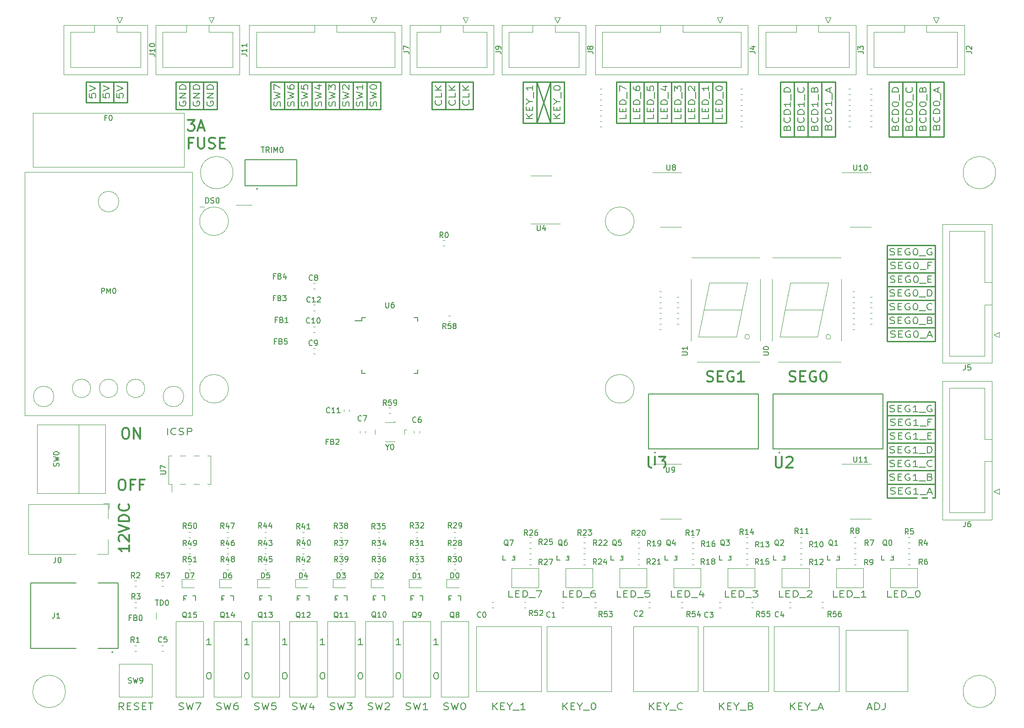
<source format=gto>
G04 #@! TF.GenerationSoftware,KiCad,Pcbnew,(5.1.6)-1*
G04 #@! TF.CreationDate,2021-05-08T07:02:18+07:00*
G04 #@! TF.ProjectId,digitalSystemBoard,64696769-7461-46c5-9379-7374656d426f,rev?*
G04 #@! TF.SameCoordinates,Original*
G04 #@! TF.FileFunction,Legend,Top*
G04 #@! TF.FilePolarity,Positive*
%FSLAX46Y46*%
G04 Gerber Fmt 4.6, Leading zero omitted, Abs format (unit mm)*
G04 Created by KiCad (PCBNEW (5.1.6)-1) date 2021-05-08 07:02:18*
%MOMM*%
%LPD*%
G01*
G04 APERTURE LIST*
%ADD10C,0.300000*%
%ADD11C,0.120000*%
%ADD12C,0.200000*%
%ADD13C,0.250000*%
%ADD14C,0.127000*%
%ADD15C,0.152400*%
%ADD16C,0.150000*%
%ADD17C,0.010000*%
%ADD18C,0.852000*%
%ADD19C,3.102000*%
%ADD20C,3.652000*%
%ADD21C,1.350000*%
%ADD22R,1.350000X1.350000*%
%ADD23R,2.102000X3.102000*%
%ADD24C,2.102000*%
%ADD25O,2.602000X2.352000*%
%ADD26R,1.402000X1.202000*%
%ADD27R,1.602000X1.602000*%
%ADD28R,0.559200X1.219600*%
%ADD29C,5.102000*%
%ADD30O,1.902000X2.702000*%
%ADD31R,1.902000X2.702000*%
%ADD32R,1.626000X2.626000*%
%ADD33O,1.626000X2.626000*%
%ADD34C,1.802000*%
%ADD35C,1.499000*%
%ADD36R,1.499000X1.499000*%
%ADD37C,1.626000*%
%ADD38R,3.602000X3.602000*%
%ADD39R,1.102000X3.252000*%
%ADD40C,5.402000*%
%ADD41R,1.902000X1.302000*%
%ADD42R,0.652000X1.602000*%
%ADD43R,1.602000X0.652000*%
%ADD44R,1.510000X1.510000*%
%ADD45C,1.510000*%
%ADD46C,3.418000*%
%ADD47R,1.302000X1.572000*%
%ADD48R,1.572000X1.302000*%
G04 APERTURE END LIST*
D10*
X67976904Y-107234761D02*
X68357857Y-107234761D01*
X68548333Y-107330000D01*
X68738809Y-107520476D01*
X68834047Y-107901428D01*
X68834047Y-108568095D01*
X68738809Y-108949047D01*
X68548333Y-109139523D01*
X68357857Y-109234761D01*
X67976904Y-109234761D01*
X67786428Y-109139523D01*
X67595952Y-108949047D01*
X67500714Y-108568095D01*
X67500714Y-107901428D01*
X67595952Y-107520476D01*
X67786428Y-107330000D01*
X67976904Y-107234761D01*
X69691190Y-109234761D02*
X69691190Y-107234761D01*
X70834047Y-109234761D01*
X70834047Y-107234761D01*
D11*
X73800000Y-141400000D02*
X73800000Y-142600000D01*
D12*
X125494571Y-152504857D02*
X125637428Y-152504857D01*
X125780285Y-152562000D01*
X125851714Y-152619142D01*
X125923142Y-152733428D01*
X125994571Y-152962000D01*
X125994571Y-153247714D01*
X125923142Y-153476285D01*
X125851714Y-153590571D01*
X125780285Y-153647714D01*
X125637428Y-153704857D01*
X125494571Y-153704857D01*
X125351714Y-153647714D01*
X125280285Y-153590571D01*
X125208857Y-153476285D01*
X125137428Y-153247714D01*
X125137428Y-152962000D01*
X125208857Y-152733428D01*
X125280285Y-152619142D01*
X125351714Y-152562000D01*
X125494571Y-152504857D01*
X118494571Y-152504857D02*
X118637428Y-152504857D01*
X118780285Y-152562000D01*
X118851714Y-152619142D01*
X118923142Y-152733428D01*
X118994571Y-152962000D01*
X118994571Y-153247714D01*
X118923142Y-153476285D01*
X118851714Y-153590571D01*
X118780285Y-153647714D01*
X118637428Y-153704857D01*
X118494571Y-153704857D01*
X118351714Y-153647714D01*
X118280285Y-153590571D01*
X118208857Y-153476285D01*
X118137428Y-153247714D01*
X118137428Y-152962000D01*
X118208857Y-152733428D01*
X118280285Y-152619142D01*
X118351714Y-152562000D01*
X118494571Y-152504857D01*
X111494571Y-152504857D02*
X111637428Y-152504857D01*
X111780285Y-152562000D01*
X111851714Y-152619142D01*
X111923142Y-152733428D01*
X111994571Y-152962000D01*
X111994571Y-153247714D01*
X111923142Y-153476285D01*
X111851714Y-153590571D01*
X111780285Y-153647714D01*
X111637428Y-153704857D01*
X111494571Y-153704857D01*
X111351714Y-153647714D01*
X111280285Y-153590571D01*
X111208857Y-153476285D01*
X111137428Y-153247714D01*
X111137428Y-152962000D01*
X111208857Y-152733428D01*
X111280285Y-152619142D01*
X111351714Y-152562000D01*
X111494571Y-152504857D01*
X104494571Y-152504857D02*
X104637428Y-152504857D01*
X104780285Y-152562000D01*
X104851714Y-152619142D01*
X104923142Y-152733428D01*
X104994571Y-152962000D01*
X104994571Y-153247714D01*
X104923142Y-153476285D01*
X104851714Y-153590571D01*
X104780285Y-153647714D01*
X104637428Y-153704857D01*
X104494571Y-153704857D01*
X104351714Y-153647714D01*
X104280285Y-153590571D01*
X104208857Y-153476285D01*
X104137428Y-153247714D01*
X104137428Y-152962000D01*
X104208857Y-152733428D01*
X104280285Y-152619142D01*
X104351714Y-152562000D01*
X104494571Y-152504857D01*
X97494571Y-152504857D02*
X97637428Y-152504857D01*
X97780285Y-152562000D01*
X97851714Y-152619142D01*
X97923142Y-152733428D01*
X97994571Y-152962000D01*
X97994571Y-153247714D01*
X97923142Y-153476285D01*
X97851714Y-153590571D01*
X97780285Y-153647714D01*
X97637428Y-153704857D01*
X97494571Y-153704857D01*
X97351714Y-153647714D01*
X97280285Y-153590571D01*
X97208857Y-153476285D01*
X97137428Y-153247714D01*
X97137428Y-152962000D01*
X97208857Y-152733428D01*
X97280285Y-152619142D01*
X97351714Y-152562000D01*
X97494571Y-152504857D01*
X90494571Y-152504857D02*
X90637428Y-152504857D01*
X90780285Y-152562000D01*
X90851714Y-152619142D01*
X90923142Y-152733428D01*
X90994571Y-152962000D01*
X90994571Y-153247714D01*
X90923142Y-153476285D01*
X90851714Y-153590571D01*
X90780285Y-153647714D01*
X90637428Y-153704857D01*
X90494571Y-153704857D01*
X90351714Y-153647714D01*
X90280285Y-153590571D01*
X90208857Y-153476285D01*
X90137428Y-153247714D01*
X90137428Y-152962000D01*
X90208857Y-152733428D01*
X90280285Y-152619142D01*
X90351714Y-152562000D01*
X90494571Y-152504857D01*
X125994571Y-147354857D02*
X125137428Y-147354857D01*
X125566000Y-147354857D02*
X125566000Y-146154857D01*
X125423142Y-146326285D01*
X125280285Y-146440571D01*
X125137428Y-146497714D01*
X118994571Y-147354857D02*
X118137428Y-147354857D01*
X118566000Y-147354857D02*
X118566000Y-146154857D01*
X118423142Y-146326285D01*
X118280285Y-146440571D01*
X118137428Y-146497714D01*
X111994571Y-147354857D02*
X111137428Y-147354857D01*
X111566000Y-147354857D02*
X111566000Y-146154857D01*
X111423142Y-146326285D01*
X111280285Y-146440571D01*
X111137428Y-146497714D01*
X104994571Y-147354857D02*
X104137428Y-147354857D01*
X104566000Y-147354857D02*
X104566000Y-146154857D01*
X104423142Y-146326285D01*
X104280285Y-146440571D01*
X104137428Y-146497714D01*
X97994571Y-147354857D02*
X97137428Y-147354857D01*
X97566000Y-147354857D02*
X97566000Y-146154857D01*
X97423142Y-146326285D01*
X97280285Y-146440571D01*
X97137428Y-146497714D01*
X90994571Y-147354857D02*
X90137428Y-147354857D01*
X90566000Y-147354857D02*
X90566000Y-146154857D01*
X90423142Y-146326285D01*
X90280285Y-146440571D01*
X90137428Y-146497714D01*
X83494571Y-152504857D02*
X83637428Y-152504857D01*
X83780285Y-152562000D01*
X83851714Y-152619142D01*
X83923142Y-152733428D01*
X83994571Y-152962000D01*
X83994571Y-153247714D01*
X83923142Y-153476285D01*
X83851714Y-153590571D01*
X83780285Y-153647714D01*
X83637428Y-153704857D01*
X83494571Y-153704857D01*
X83351714Y-153647714D01*
X83280285Y-153590571D01*
X83208857Y-153476285D01*
X83137428Y-153247714D01*
X83137428Y-152962000D01*
X83208857Y-152733428D01*
X83280285Y-152619142D01*
X83351714Y-152562000D01*
X83494571Y-152504857D01*
X83994571Y-147354857D02*
X83137428Y-147354857D01*
X83566000Y-147354857D02*
X83566000Y-146154857D01*
X83423142Y-146326285D01*
X83280285Y-146440571D01*
X83137428Y-146497714D01*
D10*
X79640714Y-50244761D02*
X80878809Y-50244761D01*
X80212142Y-51006666D01*
X80497857Y-51006666D01*
X80688333Y-51101904D01*
X80783571Y-51197142D01*
X80878809Y-51387619D01*
X80878809Y-51863809D01*
X80783571Y-52054285D01*
X80688333Y-52149523D01*
X80497857Y-52244761D01*
X79926428Y-52244761D01*
X79735952Y-52149523D01*
X79640714Y-52054285D01*
X81640714Y-51673333D02*
X82593095Y-51673333D01*
X81450238Y-52244761D02*
X82116904Y-50244761D01*
X82783571Y-52244761D01*
X80497857Y-54497142D02*
X79831190Y-54497142D01*
X79831190Y-55544761D02*
X79831190Y-53544761D01*
X80783571Y-53544761D01*
X81545476Y-53544761D02*
X81545476Y-55163809D01*
X81640714Y-55354285D01*
X81735952Y-55449523D01*
X81926428Y-55544761D01*
X82307380Y-55544761D01*
X82497857Y-55449523D01*
X82593095Y-55354285D01*
X82688333Y-55163809D01*
X82688333Y-53544761D01*
X83545476Y-55449523D02*
X83831190Y-55544761D01*
X84307380Y-55544761D01*
X84497857Y-55449523D01*
X84593095Y-55354285D01*
X84688333Y-55163809D01*
X84688333Y-54973333D01*
X84593095Y-54782857D01*
X84497857Y-54687619D01*
X84307380Y-54592380D01*
X83926428Y-54497142D01*
X83735952Y-54401904D01*
X83640714Y-54306666D01*
X83545476Y-54116190D01*
X83545476Y-53925714D01*
X83640714Y-53735238D01*
X83735952Y-53640000D01*
X83926428Y-53544761D01*
X84402619Y-53544761D01*
X84688333Y-53640000D01*
X85545476Y-54497142D02*
X86212142Y-54497142D01*
X86497857Y-55544761D02*
X85545476Y-55544761D01*
X85545476Y-53544761D01*
X86497857Y-53544761D01*
X67310238Y-116759761D02*
X67691190Y-116759761D01*
X67881666Y-116855000D01*
X68072142Y-117045476D01*
X68167380Y-117426428D01*
X68167380Y-118093095D01*
X68072142Y-118474047D01*
X67881666Y-118664523D01*
X67691190Y-118759761D01*
X67310238Y-118759761D01*
X67119761Y-118664523D01*
X66929285Y-118474047D01*
X66834047Y-118093095D01*
X66834047Y-117426428D01*
X66929285Y-117045476D01*
X67119761Y-116855000D01*
X67310238Y-116759761D01*
X69691190Y-117712142D02*
X69024523Y-117712142D01*
X69024523Y-118759761D02*
X69024523Y-116759761D01*
X69976904Y-116759761D01*
X71405476Y-117712142D02*
X70738809Y-117712142D01*
X70738809Y-118759761D02*
X70738809Y-116759761D01*
X71691190Y-116759761D01*
D12*
X75890714Y-108492857D02*
X75890714Y-107292857D01*
X77462142Y-108378571D02*
X77390714Y-108435714D01*
X77176428Y-108492857D01*
X77033571Y-108492857D01*
X76819285Y-108435714D01*
X76676428Y-108321428D01*
X76605000Y-108207142D01*
X76533571Y-107978571D01*
X76533571Y-107807142D01*
X76605000Y-107578571D01*
X76676428Y-107464285D01*
X76819285Y-107350000D01*
X77033571Y-107292857D01*
X77176428Y-107292857D01*
X77390714Y-107350000D01*
X77462142Y-107407142D01*
X78033571Y-108435714D02*
X78247857Y-108492857D01*
X78605000Y-108492857D01*
X78747857Y-108435714D01*
X78819285Y-108378571D01*
X78890714Y-108264285D01*
X78890714Y-108150000D01*
X78819285Y-108035714D01*
X78747857Y-107978571D01*
X78605000Y-107921428D01*
X78319285Y-107864285D01*
X78176428Y-107807142D01*
X78105000Y-107750000D01*
X78033571Y-107635714D01*
X78033571Y-107521428D01*
X78105000Y-107407142D01*
X78176428Y-107350000D01*
X78319285Y-107292857D01*
X78676428Y-107292857D01*
X78890714Y-107350000D01*
X79533571Y-108492857D02*
X79533571Y-107292857D01*
X80105000Y-107292857D01*
X80247857Y-107350000D01*
X80319285Y-107407142D01*
X80390714Y-107521428D01*
X80390714Y-107692857D01*
X80319285Y-107807142D01*
X80247857Y-107864285D01*
X80105000Y-107921428D01*
X79533571Y-107921428D01*
D10*
X68849761Y-128968095D02*
X68849761Y-130110952D01*
X68849761Y-129539523D02*
X66849761Y-129539523D01*
X67135476Y-129730000D01*
X67325952Y-129920476D01*
X67421190Y-130110952D01*
X67040238Y-128206190D02*
X66945000Y-128110952D01*
X66849761Y-127920476D01*
X66849761Y-127444285D01*
X66945000Y-127253809D01*
X67040238Y-127158571D01*
X67230714Y-127063333D01*
X67421190Y-127063333D01*
X67706904Y-127158571D01*
X68849761Y-128301428D01*
X68849761Y-127063333D01*
X66849761Y-126491904D02*
X68849761Y-125825238D01*
X66849761Y-125158571D01*
X68849761Y-124491904D02*
X66849761Y-124491904D01*
X66849761Y-124015714D01*
X66945000Y-123730000D01*
X67135476Y-123539523D01*
X67325952Y-123444285D01*
X67706904Y-123349047D01*
X67992619Y-123349047D01*
X68373571Y-123444285D01*
X68564047Y-123539523D01*
X68754523Y-123730000D01*
X68849761Y-124015714D01*
X68849761Y-124491904D01*
X68659285Y-121349047D02*
X68754523Y-121444285D01*
X68849761Y-121730000D01*
X68849761Y-121920476D01*
X68754523Y-122206190D01*
X68564047Y-122396666D01*
X68373571Y-122491904D01*
X67992619Y-122587142D01*
X67706904Y-122587142D01*
X67325952Y-122491904D01*
X67135476Y-122396666D01*
X66945000Y-122206190D01*
X66849761Y-121920476D01*
X66849761Y-121730000D01*
X66945000Y-121444285D01*
X67040238Y-121349047D01*
D13*
X217805000Y-86125000D02*
X217805000Y-83585000D01*
X208915000Y-81045000D02*
X217805000Y-81045000D01*
X208915000Y-88665000D02*
X208915000Y-91205000D01*
X217805000Y-88665000D02*
X217805000Y-86125000D01*
X208915000Y-83585000D02*
X208915000Y-86125000D01*
X208915000Y-78505000D02*
X208915000Y-81045000D01*
X217805000Y-81045000D02*
X217805000Y-78505000D01*
X217805000Y-78505000D02*
X217805000Y-75965000D01*
X208915000Y-83585000D02*
X217805000Y-83585000D01*
X208915000Y-78505000D02*
X217805000Y-78505000D01*
X208915000Y-88665000D02*
X217805000Y-88665000D01*
X208915000Y-81045000D02*
X208915000Y-83585000D01*
X217805000Y-91205000D02*
X217805000Y-88665000D01*
X208915000Y-75965000D02*
X217805000Y-75965000D01*
X208915000Y-86125000D02*
X208915000Y-88665000D01*
X208915000Y-86125000D02*
X217805000Y-86125000D01*
X208915000Y-75965000D02*
X208915000Y-78505000D01*
X217805000Y-83585000D02*
X217805000Y-81045000D01*
X208915000Y-91205000D02*
X217805000Y-91205000D01*
D12*
X209467142Y-87880714D02*
X209681428Y-87937857D01*
X210038571Y-87937857D01*
X210181428Y-87880714D01*
X210252857Y-87823571D01*
X210324285Y-87709285D01*
X210324285Y-87595000D01*
X210252857Y-87480714D01*
X210181428Y-87423571D01*
X210038571Y-87366428D01*
X209752857Y-87309285D01*
X209610000Y-87252142D01*
X209538571Y-87195000D01*
X209467142Y-87080714D01*
X209467142Y-86966428D01*
X209538571Y-86852142D01*
X209610000Y-86795000D01*
X209752857Y-86737857D01*
X210110000Y-86737857D01*
X210324285Y-86795000D01*
X210967142Y-87309285D02*
X211467142Y-87309285D01*
X211681428Y-87937857D02*
X210967142Y-87937857D01*
X210967142Y-86737857D01*
X211681428Y-86737857D01*
X213110000Y-86795000D02*
X212967142Y-86737857D01*
X212752857Y-86737857D01*
X212538571Y-86795000D01*
X212395714Y-86909285D01*
X212324285Y-87023571D01*
X212252857Y-87252142D01*
X212252857Y-87423571D01*
X212324285Y-87652142D01*
X212395714Y-87766428D01*
X212538571Y-87880714D01*
X212752857Y-87937857D01*
X212895714Y-87937857D01*
X213110000Y-87880714D01*
X213181428Y-87823571D01*
X213181428Y-87423571D01*
X212895714Y-87423571D01*
X214110000Y-86737857D02*
X214252857Y-86737857D01*
X214395714Y-86795000D01*
X214467142Y-86852142D01*
X214538571Y-86966428D01*
X214610000Y-87195000D01*
X214610000Y-87480714D01*
X214538571Y-87709285D01*
X214467142Y-87823571D01*
X214395714Y-87880714D01*
X214252857Y-87937857D01*
X214110000Y-87937857D01*
X213967142Y-87880714D01*
X213895714Y-87823571D01*
X213824285Y-87709285D01*
X213752857Y-87480714D01*
X213752857Y-87195000D01*
X213824285Y-86966428D01*
X213895714Y-86852142D01*
X213967142Y-86795000D01*
X214110000Y-86737857D01*
X214895714Y-88052142D02*
X216038571Y-88052142D01*
X216895714Y-87309285D02*
X217110000Y-87366428D01*
X217181428Y-87423571D01*
X217252857Y-87537857D01*
X217252857Y-87709285D01*
X217181428Y-87823571D01*
X217110000Y-87880714D01*
X216967142Y-87937857D01*
X216395714Y-87937857D01*
X216395714Y-86737857D01*
X216895714Y-86737857D01*
X217038571Y-86795000D01*
X217110000Y-86852142D01*
X217181428Y-86966428D01*
X217181428Y-87080714D01*
X217110000Y-87195000D01*
X217038571Y-87252142D01*
X216895714Y-87309285D01*
X216395714Y-87309285D01*
X209574285Y-90420714D02*
X209788571Y-90477857D01*
X210145714Y-90477857D01*
X210288571Y-90420714D01*
X210360000Y-90363571D01*
X210431428Y-90249285D01*
X210431428Y-90135000D01*
X210360000Y-90020714D01*
X210288571Y-89963571D01*
X210145714Y-89906428D01*
X209860000Y-89849285D01*
X209717142Y-89792142D01*
X209645714Y-89735000D01*
X209574285Y-89620714D01*
X209574285Y-89506428D01*
X209645714Y-89392142D01*
X209717142Y-89335000D01*
X209860000Y-89277857D01*
X210217142Y-89277857D01*
X210431428Y-89335000D01*
X211074285Y-89849285D02*
X211574285Y-89849285D01*
X211788571Y-90477857D02*
X211074285Y-90477857D01*
X211074285Y-89277857D01*
X211788571Y-89277857D01*
X213217142Y-89335000D02*
X213074285Y-89277857D01*
X212860000Y-89277857D01*
X212645714Y-89335000D01*
X212502857Y-89449285D01*
X212431428Y-89563571D01*
X212360000Y-89792142D01*
X212360000Y-89963571D01*
X212431428Y-90192142D01*
X212502857Y-90306428D01*
X212645714Y-90420714D01*
X212860000Y-90477857D01*
X213002857Y-90477857D01*
X213217142Y-90420714D01*
X213288571Y-90363571D01*
X213288571Y-89963571D01*
X213002857Y-89963571D01*
X214217142Y-89277857D02*
X214360000Y-89277857D01*
X214502857Y-89335000D01*
X214574285Y-89392142D01*
X214645714Y-89506428D01*
X214717142Y-89735000D01*
X214717142Y-90020714D01*
X214645714Y-90249285D01*
X214574285Y-90363571D01*
X214502857Y-90420714D01*
X214360000Y-90477857D01*
X214217142Y-90477857D01*
X214074285Y-90420714D01*
X214002857Y-90363571D01*
X213931428Y-90249285D01*
X213860000Y-90020714D01*
X213860000Y-89735000D01*
X213931428Y-89506428D01*
X214002857Y-89392142D01*
X214074285Y-89335000D01*
X214217142Y-89277857D01*
X215002857Y-90592142D02*
X216145714Y-90592142D01*
X216431428Y-90135000D02*
X217145714Y-90135000D01*
X216288571Y-90477857D02*
X216788571Y-89277857D01*
X217288571Y-90477857D01*
X209467142Y-82800714D02*
X209681428Y-82857857D01*
X210038571Y-82857857D01*
X210181428Y-82800714D01*
X210252857Y-82743571D01*
X210324285Y-82629285D01*
X210324285Y-82515000D01*
X210252857Y-82400714D01*
X210181428Y-82343571D01*
X210038571Y-82286428D01*
X209752857Y-82229285D01*
X209610000Y-82172142D01*
X209538571Y-82115000D01*
X209467142Y-82000714D01*
X209467142Y-81886428D01*
X209538571Y-81772142D01*
X209610000Y-81715000D01*
X209752857Y-81657857D01*
X210110000Y-81657857D01*
X210324285Y-81715000D01*
X210967142Y-82229285D02*
X211467142Y-82229285D01*
X211681428Y-82857857D02*
X210967142Y-82857857D01*
X210967142Y-81657857D01*
X211681428Y-81657857D01*
X213110000Y-81715000D02*
X212967142Y-81657857D01*
X212752857Y-81657857D01*
X212538571Y-81715000D01*
X212395714Y-81829285D01*
X212324285Y-81943571D01*
X212252857Y-82172142D01*
X212252857Y-82343571D01*
X212324285Y-82572142D01*
X212395714Y-82686428D01*
X212538571Y-82800714D01*
X212752857Y-82857857D01*
X212895714Y-82857857D01*
X213110000Y-82800714D01*
X213181428Y-82743571D01*
X213181428Y-82343571D01*
X212895714Y-82343571D01*
X214110000Y-81657857D02*
X214252857Y-81657857D01*
X214395714Y-81715000D01*
X214467142Y-81772142D01*
X214538571Y-81886428D01*
X214610000Y-82115000D01*
X214610000Y-82400714D01*
X214538571Y-82629285D01*
X214467142Y-82743571D01*
X214395714Y-82800714D01*
X214252857Y-82857857D01*
X214110000Y-82857857D01*
X213967142Y-82800714D01*
X213895714Y-82743571D01*
X213824285Y-82629285D01*
X213752857Y-82400714D01*
X213752857Y-82115000D01*
X213824285Y-81886428D01*
X213895714Y-81772142D01*
X213967142Y-81715000D01*
X214110000Y-81657857D01*
X214895714Y-82972142D02*
X216038571Y-82972142D01*
X216395714Y-82857857D02*
X216395714Y-81657857D01*
X216752857Y-81657857D01*
X216967142Y-81715000D01*
X217110000Y-81829285D01*
X217181428Y-81943571D01*
X217252857Y-82172142D01*
X217252857Y-82343571D01*
X217181428Y-82572142D01*
X217110000Y-82686428D01*
X216967142Y-82800714D01*
X216752857Y-82857857D01*
X216395714Y-82857857D01*
X209574285Y-77720714D02*
X209788571Y-77777857D01*
X210145714Y-77777857D01*
X210288571Y-77720714D01*
X210360000Y-77663571D01*
X210431428Y-77549285D01*
X210431428Y-77435000D01*
X210360000Y-77320714D01*
X210288571Y-77263571D01*
X210145714Y-77206428D01*
X209860000Y-77149285D01*
X209717142Y-77092142D01*
X209645714Y-77035000D01*
X209574285Y-76920714D01*
X209574285Y-76806428D01*
X209645714Y-76692142D01*
X209717142Y-76635000D01*
X209860000Y-76577857D01*
X210217142Y-76577857D01*
X210431428Y-76635000D01*
X211074285Y-77149285D02*
X211574285Y-77149285D01*
X211788571Y-77777857D02*
X211074285Y-77777857D01*
X211074285Y-76577857D01*
X211788571Y-76577857D01*
X213217142Y-76635000D02*
X213074285Y-76577857D01*
X212860000Y-76577857D01*
X212645714Y-76635000D01*
X212502857Y-76749285D01*
X212431428Y-76863571D01*
X212360000Y-77092142D01*
X212360000Y-77263571D01*
X212431428Y-77492142D01*
X212502857Y-77606428D01*
X212645714Y-77720714D01*
X212860000Y-77777857D01*
X213002857Y-77777857D01*
X213217142Y-77720714D01*
X213288571Y-77663571D01*
X213288571Y-77263571D01*
X213002857Y-77263571D01*
X214217142Y-76577857D02*
X214360000Y-76577857D01*
X214502857Y-76635000D01*
X214574285Y-76692142D01*
X214645714Y-76806428D01*
X214717142Y-77035000D01*
X214717142Y-77320714D01*
X214645714Y-77549285D01*
X214574285Y-77663571D01*
X214502857Y-77720714D01*
X214360000Y-77777857D01*
X214217142Y-77777857D01*
X214074285Y-77720714D01*
X214002857Y-77663571D01*
X213931428Y-77549285D01*
X213860000Y-77320714D01*
X213860000Y-77035000D01*
X213931428Y-76806428D01*
X214002857Y-76692142D01*
X214074285Y-76635000D01*
X214217142Y-76577857D01*
X215002857Y-77892142D02*
X216145714Y-77892142D01*
X217002857Y-77149285D02*
X216502857Y-77149285D01*
X216502857Y-77777857D02*
X216502857Y-76577857D01*
X217217142Y-76577857D01*
X209538571Y-80260714D02*
X209752857Y-80317857D01*
X210110000Y-80317857D01*
X210252857Y-80260714D01*
X210324285Y-80203571D01*
X210395714Y-80089285D01*
X210395714Y-79975000D01*
X210324285Y-79860714D01*
X210252857Y-79803571D01*
X210110000Y-79746428D01*
X209824285Y-79689285D01*
X209681428Y-79632142D01*
X209610000Y-79575000D01*
X209538571Y-79460714D01*
X209538571Y-79346428D01*
X209610000Y-79232142D01*
X209681428Y-79175000D01*
X209824285Y-79117857D01*
X210181428Y-79117857D01*
X210395714Y-79175000D01*
X211038571Y-79689285D02*
X211538571Y-79689285D01*
X211752857Y-80317857D02*
X211038571Y-80317857D01*
X211038571Y-79117857D01*
X211752857Y-79117857D01*
X213181428Y-79175000D02*
X213038571Y-79117857D01*
X212824285Y-79117857D01*
X212610000Y-79175000D01*
X212467142Y-79289285D01*
X212395714Y-79403571D01*
X212324285Y-79632142D01*
X212324285Y-79803571D01*
X212395714Y-80032142D01*
X212467142Y-80146428D01*
X212610000Y-80260714D01*
X212824285Y-80317857D01*
X212967142Y-80317857D01*
X213181428Y-80260714D01*
X213252857Y-80203571D01*
X213252857Y-79803571D01*
X212967142Y-79803571D01*
X214181428Y-79117857D02*
X214324285Y-79117857D01*
X214467142Y-79175000D01*
X214538571Y-79232142D01*
X214610000Y-79346428D01*
X214681428Y-79575000D01*
X214681428Y-79860714D01*
X214610000Y-80089285D01*
X214538571Y-80203571D01*
X214467142Y-80260714D01*
X214324285Y-80317857D01*
X214181428Y-80317857D01*
X214038571Y-80260714D01*
X213967142Y-80203571D01*
X213895714Y-80089285D01*
X213824285Y-79860714D01*
X213824285Y-79575000D01*
X213895714Y-79346428D01*
X213967142Y-79232142D01*
X214038571Y-79175000D01*
X214181428Y-79117857D01*
X214967142Y-80432142D02*
X216110000Y-80432142D01*
X216467142Y-79689285D02*
X216967142Y-79689285D01*
X217181428Y-80317857D02*
X216467142Y-80317857D01*
X216467142Y-79117857D01*
X217181428Y-79117857D01*
X209467142Y-75180714D02*
X209681428Y-75237857D01*
X210038571Y-75237857D01*
X210181428Y-75180714D01*
X210252857Y-75123571D01*
X210324285Y-75009285D01*
X210324285Y-74895000D01*
X210252857Y-74780714D01*
X210181428Y-74723571D01*
X210038571Y-74666428D01*
X209752857Y-74609285D01*
X209610000Y-74552142D01*
X209538571Y-74495000D01*
X209467142Y-74380714D01*
X209467142Y-74266428D01*
X209538571Y-74152142D01*
X209610000Y-74095000D01*
X209752857Y-74037857D01*
X210110000Y-74037857D01*
X210324285Y-74095000D01*
X210967142Y-74609285D02*
X211467142Y-74609285D01*
X211681428Y-75237857D02*
X210967142Y-75237857D01*
X210967142Y-74037857D01*
X211681428Y-74037857D01*
X213110000Y-74095000D02*
X212967142Y-74037857D01*
X212752857Y-74037857D01*
X212538571Y-74095000D01*
X212395714Y-74209285D01*
X212324285Y-74323571D01*
X212252857Y-74552142D01*
X212252857Y-74723571D01*
X212324285Y-74952142D01*
X212395714Y-75066428D01*
X212538571Y-75180714D01*
X212752857Y-75237857D01*
X212895714Y-75237857D01*
X213110000Y-75180714D01*
X213181428Y-75123571D01*
X213181428Y-74723571D01*
X212895714Y-74723571D01*
X214110000Y-74037857D02*
X214252857Y-74037857D01*
X214395714Y-74095000D01*
X214467142Y-74152142D01*
X214538571Y-74266428D01*
X214610000Y-74495000D01*
X214610000Y-74780714D01*
X214538571Y-75009285D01*
X214467142Y-75123571D01*
X214395714Y-75180714D01*
X214252857Y-75237857D01*
X214110000Y-75237857D01*
X213967142Y-75180714D01*
X213895714Y-75123571D01*
X213824285Y-75009285D01*
X213752857Y-74780714D01*
X213752857Y-74495000D01*
X213824285Y-74266428D01*
X213895714Y-74152142D01*
X213967142Y-74095000D01*
X214110000Y-74037857D01*
X214895714Y-75352142D02*
X216038571Y-75352142D01*
X217181428Y-74095000D02*
X217038571Y-74037857D01*
X216824285Y-74037857D01*
X216610000Y-74095000D01*
X216467142Y-74209285D01*
X216395714Y-74323571D01*
X216324285Y-74552142D01*
X216324285Y-74723571D01*
X216395714Y-74952142D01*
X216467142Y-75066428D01*
X216610000Y-75180714D01*
X216824285Y-75237857D01*
X216967142Y-75237857D01*
X217181428Y-75180714D01*
X217252857Y-75123571D01*
X217252857Y-74723571D01*
X216967142Y-74723571D01*
X209467142Y-85340714D02*
X209681428Y-85397857D01*
X210038571Y-85397857D01*
X210181428Y-85340714D01*
X210252857Y-85283571D01*
X210324285Y-85169285D01*
X210324285Y-85055000D01*
X210252857Y-84940714D01*
X210181428Y-84883571D01*
X210038571Y-84826428D01*
X209752857Y-84769285D01*
X209610000Y-84712142D01*
X209538571Y-84655000D01*
X209467142Y-84540714D01*
X209467142Y-84426428D01*
X209538571Y-84312142D01*
X209610000Y-84255000D01*
X209752857Y-84197857D01*
X210110000Y-84197857D01*
X210324285Y-84255000D01*
X210967142Y-84769285D02*
X211467142Y-84769285D01*
X211681428Y-85397857D02*
X210967142Y-85397857D01*
X210967142Y-84197857D01*
X211681428Y-84197857D01*
X213110000Y-84255000D02*
X212967142Y-84197857D01*
X212752857Y-84197857D01*
X212538571Y-84255000D01*
X212395714Y-84369285D01*
X212324285Y-84483571D01*
X212252857Y-84712142D01*
X212252857Y-84883571D01*
X212324285Y-85112142D01*
X212395714Y-85226428D01*
X212538571Y-85340714D01*
X212752857Y-85397857D01*
X212895714Y-85397857D01*
X213110000Y-85340714D01*
X213181428Y-85283571D01*
X213181428Y-84883571D01*
X212895714Y-84883571D01*
X214110000Y-84197857D02*
X214252857Y-84197857D01*
X214395714Y-84255000D01*
X214467142Y-84312142D01*
X214538571Y-84426428D01*
X214610000Y-84655000D01*
X214610000Y-84940714D01*
X214538571Y-85169285D01*
X214467142Y-85283571D01*
X214395714Y-85340714D01*
X214252857Y-85397857D01*
X214110000Y-85397857D01*
X213967142Y-85340714D01*
X213895714Y-85283571D01*
X213824285Y-85169285D01*
X213752857Y-84940714D01*
X213752857Y-84655000D01*
X213824285Y-84426428D01*
X213895714Y-84312142D01*
X213967142Y-84255000D01*
X214110000Y-84197857D01*
X214895714Y-85512142D02*
X216038571Y-85512142D01*
X217252857Y-85283571D02*
X217181428Y-85340714D01*
X216967142Y-85397857D01*
X216824285Y-85397857D01*
X216610000Y-85340714D01*
X216467142Y-85226428D01*
X216395714Y-85112142D01*
X216324285Y-84883571D01*
X216324285Y-84712142D01*
X216395714Y-84483571D01*
X216467142Y-84369285D01*
X216610000Y-84255000D01*
X216824285Y-84197857D01*
X216967142Y-84197857D01*
X217181428Y-84255000D01*
X217252857Y-84312142D01*
D13*
X208915000Y-73425000D02*
X208915000Y-75965000D01*
X217805000Y-75965000D02*
X217805000Y-73425000D01*
X208915000Y-73425000D02*
X217805000Y-73425000D01*
X208915000Y-120215000D02*
X217805000Y-120215000D01*
D12*
X209574285Y-119430714D02*
X209788571Y-119487857D01*
X210145714Y-119487857D01*
X210288571Y-119430714D01*
X210360000Y-119373571D01*
X210431428Y-119259285D01*
X210431428Y-119145000D01*
X210360000Y-119030714D01*
X210288571Y-118973571D01*
X210145714Y-118916428D01*
X209860000Y-118859285D01*
X209717142Y-118802142D01*
X209645714Y-118745000D01*
X209574285Y-118630714D01*
X209574285Y-118516428D01*
X209645714Y-118402142D01*
X209717142Y-118345000D01*
X209860000Y-118287857D01*
X210217142Y-118287857D01*
X210431428Y-118345000D01*
X211074285Y-118859285D02*
X211574285Y-118859285D01*
X211788571Y-119487857D02*
X211074285Y-119487857D01*
X211074285Y-118287857D01*
X211788571Y-118287857D01*
X213217142Y-118345000D02*
X213074285Y-118287857D01*
X212860000Y-118287857D01*
X212645714Y-118345000D01*
X212502857Y-118459285D01*
X212431428Y-118573571D01*
X212360000Y-118802142D01*
X212360000Y-118973571D01*
X212431428Y-119202142D01*
X212502857Y-119316428D01*
X212645714Y-119430714D01*
X212860000Y-119487857D01*
X213002857Y-119487857D01*
X213217142Y-119430714D01*
X213288571Y-119373571D01*
X213288571Y-118973571D01*
X213002857Y-118973571D01*
X214717142Y-119487857D02*
X213860000Y-119487857D01*
X214288571Y-119487857D02*
X214288571Y-118287857D01*
X214145714Y-118459285D01*
X214002857Y-118573571D01*
X213860000Y-118630714D01*
X215002857Y-119602142D02*
X216145714Y-119602142D01*
X216431428Y-119145000D02*
X217145714Y-119145000D01*
X216288571Y-119487857D02*
X216788571Y-118287857D01*
X217288571Y-119487857D01*
X209467142Y-116890714D02*
X209681428Y-116947857D01*
X210038571Y-116947857D01*
X210181428Y-116890714D01*
X210252857Y-116833571D01*
X210324285Y-116719285D01*
X210324285Y-116605000D01*
X210252857Y-116490714D01*
X210181428Y-116433571D01*
X210038571Y-116376428D01*
X209752857Y-116319285D01*
X209610000Y-116262142D01*
X209538571Y-116205000D01*
X209467142Y-116090714D01*
X209467142Y-115976428D01*
X209538571Y-115862142D01*
X209610000Y-115805000D01*
X209752857Y-115747857D01*
X210110000Y-115747857D01*
X210324285Y-115805000D01*
X210967142Y-116319285D02*
X211467142Y-116319285D01*
X211681428Y-116947857D02*
X210967142Y-116947857D01*
X210967142Y-115747857D01*
X211681428Y-115747857D01*
X213110000Y-115805000D02*
X212967142Y-115747857D01*
X212752857Y-115747857D01*
X212538571Y-115805000D01*
X212395714Y-115919285D01*
X212324285Y-116033571D01*
X212252857Y-116262142D01*
X212252857Y-116433571D01*
X212324285Y-116662142D01*
X212395714Y-116776428D01*
X212538571Y-116890714D01*
X212752857Y-116947857D01*
X212895714Y-116947857D01*
X213110000Y-116890714D01*
X213181428Y-116833571D01*
X213181428Y-116433571D01*
X212895714Y-116433571D01*
X214610000Y-116947857D02*
X213752857Y-116947857D01*
X214181428Y-116947857D02*
X214181428Y-115747857D01*
X214038571Y-115919285D01*
X213895714Y-116033571D01*
X213752857Y-116090714D01*
X214895714Y-117062142D02*
X216038571Y-117062142D01*
X216895714Y-116319285D02*
X217110000Y-116376428D01*
X217181428Y-116433571D01*
X217252857Y-116547857D01*
X217252857Y-116719285D01*
X217181428Y-116833571D01*
X217110000Y-116890714D01*
X216967142Y-116947857D01*
X216395714Y-116947857D01*
X216395714Y-115747857D01*
X216895714Y-115747857D01*
X217038571Y-115805000D01*
X217110000Y-115862142D01*
X217181428Y-115976428D01*
X217181428Y-116090714D01*
X217110000Y-116205000D01*
X217038571Y-116262142D01*
X216895714Y-116319285D01*
X216395714Y-116319285D01*
X209467142Y-114350714D02*
X209681428Y-114407857D01*
X210038571Y-114407857D01*
X210181428Y-114350714D01*
X210252857Y-114293571D01*
X210324285Y-114179285D01*
X210324285Y-114065000D01*
X210252857Y-113950714D01*
X210181428Y-113893571D01*
X210038571Y-113836428D01*
X209752857Y-113779285D01*
X209610000Y-113722142D01*
X209538571Y-113665000D01*
X209467142Y-113550714D01*
X209467142Y-113436428D01*
X209538571Y-113322142D01*
X209610000Y-113265000D01*
X209752857Y-113207857D01*
X210110000Y-113207857D01*
X210324285Y-113265000D01*
X210967142Y-113779285D02*
X211467142Y-113779285D01*
X211681428Y-114407857D02*
X210967142Y-114407857D01*
X210967142Y-113207857D01*
X211681428Y-113207857D01*
X213110000Y-113265000D02*
X212967142Y-113207857D01*
X212752857Y-113207857D01*
X212538571Y-113265000D01*
X212395714Y-113379285D01*
X212324285Y-113493571D01*
X212252857Y-113722142D01*
X212252857Y-113893571D01*
X212324285Y-114122142D01*
X212395714Y-114236428D01*
X212538571Y-114350714D01*
X212752857Y-114407857D01*
X212895714Y-114407857D01*
X213110000Y-114350714D01*
X213181428Y-114293571D01*
X213181428Y-113893571D01*
X212895714Y-113893571D01*
X214610000Y-114407857D02*
X213752857Y-114407857D01*
X214181428Y-114407857D02*
X214181428Y-113207857D01*
X214038571Y-113379285D01*
X213895714Y-113493571D01*
X213752857Y-113550714D01*
X214895714Y-114522142D02*
X216038571Y-114522142D01*
X217252857Y-114293571D02*
X217181428Y-114350714D01*
X216967142Y-114407857D01*
X216824285Y-114407857D01*
X216610000Y-114350714D01*
X216467142Y-114236428D01*
X216395714Y-114122142D01*
X216324285Y-113893571D01*
X216324285Y-113722142D01*
X216395714Y-113493571D01*
X216467142Y-113379285D01*
X216610000Y-113265000D01*
X216824285Y-113207857D01*
X216967142Y-113207857D01*
X217181428Y-113265000D01*
X217252857Y-113322142D01*
X209467142Y-111810714D02*
X209681428Y-111867857D01*
X210038571Y-111867857D01*
X210181428Y-111810714D01*
X210252857Y-111753571D01*
X210324285Y-111639285D01*
X210324285Y-111525000D01*
X210252857Y-111410714D01*
X210181428Y-111353571D01*
X210038571Y-111296428D01*
X209752857Y-111239285D01*
X209610000Y-111182142D01*
X209538571Y-111125000D01*
X209467142Y-111010714D01*
X209467142Y-110896428D01*
X209538571Y-110782142D01*
X209610000Y-110725000D01*
X209752857Y-110667857D01*
X210110000Y-110667857D01*
X210324285Y-110725000D01*
X210967142Y-111239285D02*
X211467142Y-111239285D01*
X211681428Y-111867857D02*
X210967142Y-111867857D01*
X210967142Y-110667857D01*
X211681428Y-110667857D01*
X213110000Y-110725000D02*
X212967142Y-110667857D01*
X212752857Y-110667857D01*
X212538571Y-110725000D01*
X212395714Y-110839285D01*
X212324285Y-110953571D01*
X212252857Y-111182142D01*
X212252857Y-111353571D01*
X212324285Y-111582142D01*
X212395714Y-111696428D01*
X212538571Y-111810714D01*
X212752857Y-111867857D01*
X212895714Y-111867857D01*
X213110000Y-111810714D01*
X213181428Y-111753571D01*
X213181428Y-111353571D01*
X212895714Y-111353571D01*
X214610000Y-111867857D02*
X213752857Y-111867857D01*
X214181428Y-111867857D02*
X214181428Y-110667857D01*
X214038571Y-110839285D01*
X213895714Y-110953571D01*
X213752857Y-111010714D01*
X214895714Y-111982142D02*
X216038571Y-111982142D01*
X216395714Y-111867857D02*
X216395714Y-110667857D01*
X216752857Y-110667857D01*
X216967142Y-110725000D01*
X217110000Y-110839285D01*
X217181428Y-110953571D01*
X217252857Y-111182142D01*
X217252857Y-111353571D01*
X217181428Y-111582142D01*
X217110000Y-111696428D01*
X216967142Y-111810714D01*
X216752857Y-111867857D01*
X216395714Y-111867857D01*
X209538571Y-109270714D02*
X209752857Y-109327857D01*
X210110000Y-109327857D01*
X210252857Y-109270714D01*
X210324285Y-109213571D01*
X210395714Y-109099285D01*
X210395714Y-108985000D01*
X210324285Y-108870714D01*
X210252857Y-108813571D01*
X210110000Y-108756428D01*
X209824285Y-108699285D01*
X209681428Y-108642142D01*
X209610000Y-108585000D01*
X209538571Y-108470714D01*
X209538571Y-108356428D01*
X209610000Y-108242142D01*
X209681428Y-108185000D01*
X209824285Y-108127857D01*
X210181428Y-108127857D01*
X210395714Y-108185000D01*
X211038571Y-108699285D02*
X211538571Y-108699285D01*
X211752857Y-109327857D02*
X211038571Y-109327857D01*
X211038571Y-108127857D01*
X211752857Y-108127857D01*
X213181428Y-108185000D02*
X213038571Y-108127857D01*
X212824285Y-108127857D01*
X212610000Y-108185000D01*
X212467142Y-108299285D01*
X212395714Y-108413571D01*
X212324285Y-108642142D01*
X212324285Y-108813571D01*
X212395714Y-109042142D01*
X212467142Y-109156428D01*
X212610000Y-109270714D01*
X212824285Y-109327857D01*
X212967142Y-109327857D01*
X213181428Y-109270714D01*
X213252857Y-109213571D01*
X213252857Y-108813571D01*
X212967142Y-108813571D01*
X214681428Y-109327857D02*
X213824285Y-109327857D01*
X214252857Y-109327857D02*
X214252857Y-108127857D01*
X214110000Y-108299285D01*
X213967142Y-108413571D01*
X213824285Y-108470714D01*
X214967142Y-109442142D02*
X216110000Y-109442142D01*
X216467142Y-108699285D02*
X216967142Y-108699285D01*
X217181428Y-109327857D02*
X216467142Y-109327857D01*
X216467142Y-108127857D01*
X217181428Y-108127857D01*
X209574285Y-106730714D02*
X209788571Y-106787857D01*
X210145714Y-106787857D01*
X210288571Y-106730714D01*
X210360000Y-106673571D01*
X210431428Y-106559285D01*
X210431428Y-106445000D01*
X210360000Y-106330714D01*
X210288571Y-106273571D01*
X210145714Y-106216428D01*
X209860000Y-106159285D01*
X209717142Y-106102142D01*
X209645714Y-106045000D01*
X209574285Y-105930714D01*
X209574285Y-105816428D01*
X209645714Y-105702142D01*
X209717142Y-105645000D01*
X209860000Y-105587857D01*
X210217142Y-105587857D01*
X210431428Y-105645000D01*
X211074285Y-106159285D02*
X211574285Y-106159285D01*
X211788571Y-106787857D02*
X211074285Y-106787857D01*
X211074285Y-105587857D01*
X211788571Y-105587857D01*
X213217142Y-105645000D02*
X213074285Y-105587857D01*
X212860000Y-105587857D01*
X212645714Y-105645000D01*
X212502857Y-105759285D01*
X212431428Y-105873571D01*
X212360000Y-106102142D01*
X212360000Y-106273571D01*
X212431428Y-106502142D01*
X212502857Y-106616428D01*
X212645714Y-106730714D01*
X212860000Y-106787857D01*
X213002857Y-106787857D01*
X213217142Y-106730714D01*
X213288571Y-106673571D01*
X213288571Y-106273571D01*
X213002857Y-106273571D01*
X214717142Y-106787857D02*
X213860000Y-106787857D01*
X214288571Y-106787857D02*
X214288571Y-105587857D01*
X214145714Y-105759285D01*
X214002857Y-105873571D01*
X213860000Y-105930714D01*
X215002857Y-106902142D02*
X216145714Y-106902142D01*
X217002857Y-106159285D02*
X216502857Y-106159285D01*
X216502857Y-106787857D02*
X216502857Y-105587857D01*
X217217142Y-105587857D01*
D13*
X208915000Y-117675000D02*
X208915000Y-120215000D01*
X208915000Y-115135000D02*
X208915000Y-117675000D01*
X208915000Y-112595000D02*
X208915000Y-115135000D01*
X208915000Y-110055000D02*
X208915000Y-112595000D01*
X208915000Y-107515000D02*
X208915000Y-110055000D01*
X208915000Y-104975000D02*
X208915000Y-107515000D01*
X217805000Y-120215000D02*
X217805000Y-117675000D01*
X217805000Y-117675000D02*
X217805000Y-115135000D01*
X217805000Y-115135000D02*
X217805000Y-112595000D01*
X217805000Y-112595000D02*
X217805000Y-110055000D01*
X217805000Y-110055000D02*
X217805000Y-107515000D01*
X217805000Y-107515000D02*
X217805000Y-104975000D01*
X208915000Y-117675000D02*
X217805000Y-117675000D01*
X208915000Y-115135000D02*
X217805000Y-115135000D01*
X208915000Y-112595000D02*
X217805000Y-112595000D01*
X208915000Y-110055000D02*
X217805000Y-110055000D01*
X208915000Y-107515000D02*
X217805000Y-107515000D01*
X208915000Y-104975000D02*
X217805000Y-104975000D01*
X217805000Y-104975000D02*
X217805000Y-102435000D01*
X208915000Y-102435000D02*
X217805000Y-102435000D01*
X208915000Y-102435000D02*
X208915000Y-104975000D01*
D12*
X209467142Y-104190714D02*
X209681428Y-104247857D01*
X210038571Y-104247857D01*
X210181428Y-104190714D01*
X210252857Y-104133571D01*
X210324285Y-104019285D01*
X210324285Y-103905000D01*
X210252857Y-103790714D01*
X210181428Y-103733571D01*
X210038571Y-103676428D01*
X209752857Y-103619285D01*
X209610000Y-103562142D01*
X209538571Y-103505000D01*
X209467142Y-103390714D01*
X209467142Y-103276428D01*
X209538571Y-103162142D01*
X209610000Y-103105000D01*
X209752857Y-103047857D01*
X210110000Y-103047857D01*
X210324285Y-103105000D01*
X210967142Y-103619285D02*
X211467142Y-103619285D01*
X211681428Y-104247857D02*
X210967142Y-104247857D01*
X210967142Y-103047857D01*
X211681428Y-103047857D01*
X213110000Y-103105000D02*
X212967142Y-103047857D01*
X212752857Y-103047857D01*
X212538571Y-103105000D01*
X212395714Y-103219285D01*
X212324285Y-103333571D01*
X212252857Y-103562142D01*
X212252857Y-103733571D01*
X212324285Y-103962142D01*
X212395714Y-104076428D01*
X212538571Y-104190714D01*
X212752857Y-104247857D01*
X212895714Y-104247857D01*
X213110000Y-104190714D01*
X213181428Y-104133571D01*
X213181428Y-103733571D01*
X212895714Y-103733571D01*
X214610000Y-104247857D02*
X213752857Y-104247857D01*
X214181428Y-104247857D02*
X214181428Y-103047857D01*
X214038571Y-103219285D01*
X213895714Y-103333571D01*
X213752857Y-103390714D01*
X214895714Y-104362142D02*
X216038571Y-104362142D01*
X217181428Y-103105000D02*
X217038571Y-103047857D01*
X216824285Y-103047857D01*
X216610000Y-103105000D01*
X216467142Y-103219285D01*
X216395714Y-103333571D01*
X216324285Y-103562142D01*
X216324285Y-103733571D01*
X216395714Y-103962142D01*
X216467142Y-104076428D01*
X216610000Y-104190714D01*
X216824285Y-104247857D01*
X216967142Y-104247857D01*
X217181428Y-104190714D01*
X217252857Y-104133571D01*
X217252857Y-103733571D01*
X216967142Y-103733571D01*
X67821428Y-159342857D02*
X67321428Y-158771428D01*
X66964285Y-159342857D02*
X66964285Y-158142857D01*
X67535714Y-158142857D01*
X67678571Y-158200000D01*
X67750000Y-158257142D01*
X67821428Y-158371428D01*
X67821428Y-158542857D01*
X67750000Y-158657142D01*
X67678571Y-158714285D01*
X67535714Y-158771428D01*
X66964285Y-158771428D01*
X68464285Y-158714285D02*
X68964285Y-158714285D01*
X69178571Y-159342857D02*
X68464285Y-159342857D01*
X68464285Y-158142857D01*
X69178571Y-158142857D01*
X69750000Y-159285714D02*
X69964285Y-159342857D01*
X70321428Y-159342857D01*
X70464285Y-159285714D01*
X70535714Y-159228571D01*
X70607142Y-159114285D01*
X70607142Y-159000000D01*
X70535714Y-158885714D01*
X70464285Y-158828571D01*
X70321428Y-158771428D01*
X70035714Y-158714285D01*
X69892857Y-158657142D01*
X69821428Y-158600000D01*
X69750000Y-158485714D01*
X69750000Y-158371428D01*
X69821428Y-158257142D01*
X69892857Y-158200000D01*
X70035714Y-158142857D01*
X70392857Y-158142857D01*
X70607142Y-158200000D01*
X71250000Y-158714285D02*
X71750000Y-158714285D01*
X71964285Y-159342857D02*
X71250000Y-159342857D01*
X71250000Y-158142857D01*
X71964285Y-158142857D01*
X72392857Y-158142857D02*
X73250000Y-158142857D01*
X72821428Y-159342857D02*
X72821428Y-158142857D01*
D10*
X190881428Y-98599523D02*
X191167142Y-98694761D01*
X191643333Y-98694761D01*
X191833809Y-98599523D01*
X191929047Y-98504285D01*
X192024285Y-98313809D01*
X192024285Y-98123333D01*
X191929047Y-97932857D01*
X191833809Y-97837619D01*
X191643333Y-97742380D01*
X191262380Y-97647142D01*
X191071904Y-97551904D01*
X190976666Y-97456666D01*
X190881428Y-97266190D01*
X190881428Y-97075714D01*
X190976666Y-96885238D01*
X191071904Y-96790000D01*
X191262380Y-96694761D01*
X191738571Y-96694761D01*
X192024285Y-96790000D01*
X192881428Y-97647142D02*
X193548095Y-97647142D01*
X193833809Y-98694761D02*
X192881428Y-98694761D01*
X192881428Y-96694761D01*
X193833809Y-96694761D01*
X195738571Y-96790000D02*
X195548095Y-96694761D01*
X195262380Y-96694761D01*
X194976666Y-96790000D01*
X194786190Y-96980476D01*
X194690952Y-97170952D01*
X194595714Y-97551904D01*
X194595714Y-97837619D01*
X194690952Y-98218571D01*
X194786190Y-98409047D01*
X194976666Y-98599523D01*
X195262380Y-98694761D01*
X195452857Y-98694761D01*
X195738571Y-98599523D01*
X195833809Y-98504285D01*
X195833809Y-97837619D01*
X195452857Y-97837619D01*
X197071904Y-96694761D02*
X197262380Y-96694761D01*
X197452857Y-96790000D01*
X197548095Y-96885238D01*
X197643333Y-97075714D01*
X197738571Y-97456666D01*
X197738571Y-97932857D01*
X197643333Y-98313809D01*
X197548095Y-98504285D01*
X197452857Y-98599523D01*
X197262380Y-98694761D01*
X197071904Y-98694761D01*
X196881428Y-98599523D01*
X196786190Y-98504285D01*
X196690952Y-98313809D01*
X196595714Y-97932857D01*
X196595714Y-97456666D01*
X196690952Y-97075714D01*
X196786190Y-96885238D01*
X196881428Y-96790000D01*
X197071904Y-96694761D01*
X175641428Y-98599523D02*
X175927142Y-98694761D01*
X176403333Y-98694761D01*
X176593809Y-98599523D01*
X176689047Y-98504285D01*
X176784285Y-98313809D01*
X176784285Y-98123333D01*
X176689047Y-97932857D01*
X176593809Y-97837619D01*
X176403333Y-97742380D01*
X176022380Y-97647142D01*
X175831904Y-97551904D01*
X175736666Y-97456666D01*
X175641428Y-97266190D01*
X175641428Y-97075714D01*
X175736666Y-96885238D01*
X175831904Y-96790000D01*
X176022380Y-96694761D01*
X176498571Y-96694761D01*
X176784285Y-96790000D01*
X177641428Y-97647142D02*
X178308095Y-97647142D01*
X178593809Y-98694761D02*
X177641428Y-98694761D01*
X177641428Y-96694761D01*
X178593809Y-96694761D01*
X180498571Y-96790000D02*
X180308095Y-96694761D01*
X180022380Y-96694761D01*
X179736666Y-96790000D01*
X179546190Y-96980476D01*
X179450952Y-97170952D01*
X179355714Y-97551904D01*
X179355714Y-97837619D01*
X179450952Y-98218571D01*
X179546190Y-98409047D01*
X179736666Y-98599523D01*
X180022380Y-98694761D01*
X180212857Y-98694761D01*
X180498571Y-98599523D01*
X180593809Y-98504285D01*
X180593809Y-97837619D01*
X180212857Y-97837619D01*
X182498571Y-98694761D02*
X181355714Y-98694761D01*
X181927142Y-98694761D02*
X181927142Y-96694761D01*
X181736666Y-96980476D01*
X181546190Y-97170952D01*
X181355714Y-97266190D01*
D12*
X210434285Y-51688571D02*
X210491428Y-51474285D01*
X210548571Y-51402857D01*
X210662857Y-51331428D01*
X210834285Y-51331428D01*
X210948571Y-51402857D01*
X211005714Y-51474285D01*
X211062857Y-51617142D01*
X211062857Y-52188571D01*
X209862857Y-52188571D01*
X209862857Y-51688571D01*
X209920000Y-51545714D01*
X209977142Y-51474285D01*
X210091428Y-51402857D01*
X210205714Y-51402857D01*
X210320000Y-51474285D01*
X210377142Y-51545714D01*
X210434285Y-51688571D01*
X210434285Y-52188571D01*
X210948571Y-49831428D02*
X211005714Y-49902857D01*
X211062857Y-50117142D01*
X211062857Y-50260000D01*
X211005714Y-50474285D01*
X210891428Y-50617142D01*
X210777142Y-50688571D01*
X210548571Y-50760000D01*
X210377142Y-50760000D01*
X210148571Y-50688571D01*
X210034285Y-50617142D01*
X209920000Y-50474285D01*
X209862857Y-50260000D01*
X209862857Y-50117142D01*
X209920000Y-49902857D01*
X209977142Y-49831428D01*
X211062857Y-49188571D02*
X209862857Y-49188571D01*
X209862857Y-48831428D01*
X209920000Y-48617142D01*
X210034285Y-48474285D01*
X210148571Y-48402857D01*
X210377142Y-48331428D01*
X210548571Y-48331428D01*
X210777142Y-48402857D01*
X210891428Y-48474285D01*
X211005714Y-48617142D01*
X211062857Y-48831428D01*
X211062857Y-49188571D01*
X209862857Y-47402857D02*
X209862857Y-47260000D01*
X209920000Y-47117142D01*
X209977142Y-47045714D01*
X210091428Y-46974285D01*
X210320000Y-46902857D01*
X210605714Y-46902857D01*
X210834285Y-46974285D01*
X210948571Y-47045714D01*
X211005714Y-47117142D01*
X211062857Y-47260000D01*
X211062857Y-47402857D01*
X211005714Y-47545714D01*
X210948571Y-47617142D01*
X210834285Y-47688571D01*
X210605714Y-47760000D01*
X210320000Y-47760000D01*
X210091428Y-47688571D01*
X209977142Y-47617142D01*
X209920000Y-47545714D01*
X209862857Y-47402857D01*
X211177142Y-46617142D02*
X211177142Y-45474285D01*
X211062857Y-45117142D02*
X209862857Y-45117142D01*
X209862857Y-44760000D01*
X209920000Y-44545714D01*
X210034285Y-44402857D01*
X210148571Y-44331428D01*
X210377142Y-44260000D01*
X210548571Y-44260000D01*
X210777142Y-44331428D01*
X210891428Y-44402857D01*
X211005714Y-44545714D01*
X211062857Y-44760000D01*
X211062857Y-45117142D01*
X215514285Y-51688571D02*
X215571428Y-51474285D01*
X215628571Y-51402857D01*
X215742857Y-51331428D01*
X215914285Y-51331428D01*
X216028571Y-51402857D01*
X216085714Y-51474285D01*
X216142857Y-51617142D01*
X216142857Y-52188571D01*
X214942857Y-52188571D01*
X214942857Y-51688571D01*
X215000000Y-51545714D01*
X215057142Y-51474285D01*
X215171428Y-51402857D01*
X215285714Y-51402857D01*
X215400000Y-51474285D01*
X215457142Y-51545714D01*
X215514285Y-51688571D01*
X215514285Y-52188571D01*
X216028571Y-49831428D02*
X216085714Y-49902857D01*
X216142857Y-50117142D01*
X216142857Y-50260000D01*
X216085714Y-50474285D01*
X215971428Y-50617142D01*
X215857142Y-50688571D01*
X215628571Y-50760000D01*
X215457142Y-50760000D01*
X215228571Y-50688571D01*
X215114285Y-50617142D01*
X215000000Y-50474285D01*
X214942857Y-50260000D01*
X214942857Y-50117142D01*
X215000000Y-49902857D01*
X215057142Y-49831428D01*
X216142857Y-49188571D02*
X214942857Y-49188571D01*
X214942857Y-48831428D01*
X215000000Y-48617142D01*
X215114285Y-48474285D01*
X215228571Y-48402857D01*
X215457142Y-48331428D01*
X215628571Y-48331428D01*
X215857142Y-48402857D01*
X215971428Y-48474285D01*
X216085714Y-48617142D01*
X216142857Y-48831428D01*
X216142857Y-49188571D01*
X214942857Y-47402857D02*
X214942857Y-47260000D01*
X215000000Y-47117142D01*
X215057142Y-47045714D01*
X215171428Y-46974285D01*
X215400000Y-46902857D01*
X215685714Y-46902857D01*
X215914285Y-46974285D01*
X216028571Y-47045714D01*
X216085714Y-47117142D01*
X216142857Y-47260000D01*
X216142857Y-47402857D01*
X216085714Y-47545714D01*
X216028571Y-47617142D01*
X215914285Y-47688571D01*
X215685714Y-47760000D01*
X215400000Y-47760000D01*
X215171428Y-47688571D01*
X215057142Y-47617142D01*
X215000000Y-47545714D01*
X214942857Y-47402857D01*
X216257142Y-46617142D02*
X216257142Y-45474285D01*
X215514285Y-44617142D02*
X215571428Y-44402857D01*
X215628571Y-44331428D01*
X215742857Y-44260000D01*
X215914285Y-44260000D01*
X216028571Y-44331428D01*
X216085714Y-44402857D01*
X216142857Y-44545714D01*
X216142857Y-45117142D01*
X214942857Y-45117142D01*
X214942857Y-44617142D01*
X215000000Y-44474285D01*
X215057142Y-44402857D01*
X215171428Y-44331428D01*
X215285714Y-44331428D01*
X215400000Y-44402857D01*
X215457142Y-44474285D01*
X215514285Y-44617142D01*
X215514285Y-45117142D01*
X218054285Y-51581428D02*
X218111428Y-51367142D01*
X218168571Y-51295714D01*
X218282857Y-51224285D01*
X218454285Y-51224285D01*
X218568571Y-51295714D01*
X218625714Y-51367142D01*
X218682857Y-51510000D01*
X218682857Y-52081428D01*
X217482857Y-52081428D01*
X217482857Y-51581428D01*
X217540000Y-51438571D01*
X217597142Y-51367142D01*
X217711428Y-51295714D01*
X217825714Y-51295714D01*
X217940000Y-51367142D01*
X217997142Y-51438571D01*
X218054285Y-51581428D01*
X218054285Y-52081428D01*
X218568571Y-49724285D02*
X218625714Y-49795714D01*
X218682857Y-50010000D01*
X218682857Y-50152857D01*
X218625714Y-50367142D01*
X218511428Y-50510000D01*
X218397142Y-50581428D01*
X218168571Y-50652857D01*
X217997142Y-50652857D01*
X217768571Y-50581428D01*
X217654285Y-50510000D01*
X217540000Y-50367142D01*
X217482857Y-50152857D01*
X217482857Y-50010000D01*
X217540000Y-49795714D01*
X217597142Y-49724285D01*
X218682857Y-49081428D02*
X217482857Y-49081428D01*
X217482857Y-48724285D01*
X217540000Y-48510000D01*
X217654285Y-48367142D01*
X217768571Y-48295714D01*
X217997142Y-48224285D01*
X218168571Y-48224285D01*
X218397142Y-48295714D01*
X218511428Y-48367142D01*
X218625714Y-48510000D01*
X218682857Y-48724285D01*
X218682857Y-49081428D01*
X217482857Y-47295714D02*
X217482857Y-47152857D01*
X217540000Y-47010000D01*
X217597142Y-46938571D01*
X217711428Y-46867142D01*
X217940000Y-46795714D01*
X218225714Y-46795714D01*
X218454285Y-46867142D01*
X218568571Y-46938571D01*
X218625714Y-47010000D01*
X218682857Y-47152857D01*
X218682857Y-47295714D01*
X218625714Y-47438571D01*
X218568571Y-47510000D01*
X218454285Y-47581428D01*
X218225714Y-47652857D01*
X217940000Y-47652857D01*
X217711428Y-47581428D01*
X217597142Y-47510000D01*
X217540000Y-47438571D01*
X217482857Y-47295714D01*
X218797142Y-46510000D02*
X218797142Y-45367142D01*
X218340000Y-45081428D02*
X218340000Y-44367142D01*
X218682857Y-45224285D02*
X217482857Y-44724285D01*
X218682857Y-44224285D01*
X212974285Y-51688571D02*
X213031428Y-51474285D01*
X213088571Y-51402857D01*
X213202857Y-51331428D01*
X213374285Y-51331428D01*
X213488571Y-51402857D01*
X213545714Y-51474285D01*
X213602857Y-51617142D01*
X213602857Y-52188571D01*
X212402857Y-52188571D01*
X212402857Y-51688571D01*
X212460000Y-51545714D01*
X212517142Y-51474285D01*
X212631428Y-51402857D01*
X212745714Y-51402857D01*
X212860000Y-51474285D01*
X212917142Y-51545714D01*
X212974285Y-51688571D01*
X212974285Y-52188571D01*
X213488571Y-49831428D02*
X213545714Y-49902857D01*
X213602857Y-50117142D01*
X213602857Y-50260000D01*
X213545714Y-50474285D01*
X213431428Y-50617142D01*
X213317142Y-50688571D01*
X213088571Y-50760000D01*
X212917142Y-50760000D01*
X212688571Y-50688571D01*
X212574285Y-50617142D01*
X212460000Y-50474285D01*
X212402857Y-50260000D01*
X212402857Y-50117142D01*
X212460000Y-49902857D01*
X212517142Y-49831428D01*
X213602857Y-49188571D02*
X212402857Y-49188571D01*
X212402857Y-48831428D01*
X212460000Y-48617142D01*
X212574285Y-48474285D01*
X212688571Y-48402857D01*
X212917142Y-48331428D01*
X213088571Y-48331428D01*
X213317142Y-48402857D01*
X213431428Y-48474285D01*
X213545714Y-48617142D01*
X213602857Y-48831428D01*
X213602857Y-49188571D01*
X212402857Y-47402857D02*
X212402857Y-47260000D01*
X212460000Y-47117142D01*
X212517142Y-47045714D01*
X212631428Y-46974285D01*
X212860000Y-46902857D01*
X213145714Y-46902857D01*
X213374285Y-46974285D01*
X213488571Y-47045714D01*
X213545714Y-47117142D01*
X213602857Y-47260000D01*
X213602857Y-47402857D01*
X213545714Y-47545714D01*
X213488571Y-47617142D01*
X213374285Y-47688571D01*
X213145714Y-47760000D01*
X212860000Y-47760000D01*
X212631428Y-47688571D01*
X212517142Y-47617142D01*
X212460000Y-47545714D01*
X212402857Y-47402857D01*
X213717142Y-46617142D02*
X213717142Y-45474285D01*
X213488571Y-44260000D02*
X213545714Y-44331428D01*
X213602857Y-44545714D01*
X213602857Y-44688571D01*
X213545714Y-44902857D01*
X213431428Y-45045714D01*
X213317142Y-45117142D01*
X213088571Y-45188571D01*
X212917142Y-45188571D01*
X212688571Y-45117142D01*
X212574285Y-45045714D01*
X212460000Y-44902857D01*
X212402857Y-44688571D01*
X212402857Y-44545714D01*
X212460000Y-44331428D01*
X212517142Y-44260000D01*
D13*
X211790000Y-43180000D02*
X214330000Y-43180000D01*
X219410000Y-53340000D02*
X219410000Y-43180000D01*
X214330000Y-53340000D02*
X216870000Y-53340000D01*
X214330000Y-43180000D02*
X214330000Y-53340000D01*
X216870000Y-43180000D02*
X216870000Y-53340000D01*
X216870000Y-53340000D02*
X219410000Y-53340000D01*
X211790000Y-43180000D02*
X211790000Y-53340000D01*
X209250000Y-53340000D02*
X211790000Y-53340000D01*
X209250000Y-43180000D02*
X211790000Y-43180000D01*
X211790000Y-53340000D02*
X214330000Y-53340000D01*
X214330000Y-43180000D02*
X216870000Y-43180000D01*
X209250000Y-43180000D02*
X209250000Y-53340000D01*
X216870000Y-43180000D02*
X219410000Y-43180000D01*
X199390000Y-53340000D02*
X199390000Y-43180000D01*
D12*
X198034285Y-51581428D02*
X198091428Y-51367142D01*
X198148571Y-51295714D01*
X198262857Y-51224285D01*
X198434285Y-51224285D01*
X198548571Y-51295714D01*
X198605714Y-51367142D01*
X198662857Y-51510000D01*
X198662857Y-52081428D01*
X197462857Y-52081428D01*
X197462857Y-51581428D01*
X197520000Y-51438571D01*
X197577142Y-51367142D01*
X197691428Y-51295714D01*
X197805714Y-51295714D01*
X197920000Y-51367142D01*
X197977142Y-51438571D01*
X198034285Y-51581428D01*
X198034285Y-52081428D01*
X198548571Y-49724285D02*
X198605714Y-49795714D01*
X198662857Y-50010000D01*
X198662857Y-50152857D01*
X198605714Y-50367142D01*
X198491428Y-50510000D01*
X198377142Y-50581428D01*
X198148571Y-50652857D01*
X197977142Y-50652857D01*
X197748571Y-50581428D01*
X197634285Y-50510000D01*
X197520000Y-50367142D01*
X197462857Y-50152857D01*
X197462857Y-50010000D01*
X197520000Y-49795714D01*
X197577142Y-49724285D01*
X198662857Y-49081428D02*
X197462857Y-49081428D01*
X197462857Y-48724285D01*
X197520000Y-48510000D01*
X197634285Y-48367142D01*
X197748571Y-48295714D01*
X197977142Y-48224285D01*
X198148571Y-48224285D01*
X198377142Y-48295714D01*
X198491428Y-48367142D01*
X198605714Y-48510000D01*
X198662857Y-48724285D01*
X198662857Y-49081428D01*
X198662857Y-46795714D02*
X198662857Y-47652857D01*
X198662857Y-47224285D02*
X197462857Y-47224285D01*
X197634285Y-47367142D01*
X197748571Y-47510000D01*
X197805714Y-47652857D01*
X198777142Y-46510000D02*
X198777142Y-45367142D01*
X198320000Y-45081428D02*
X198320000Y-44367142D01*
X198662857Y-45224285D02*
X197462857Y-44724285D01*
X198662857Y-44224285D01*
X195494285Y-51688571D02*
X195551428Y-51474285D01*
X195608571Y-51402857D01*
X195722857Y-51331428D01*
X195894285Y-51331428D01*
X196008571Y-51402857D01*
X196065714Y-51474285D01*
X196122857Y-51617142D01*
X196122857Y-52188571D01*
X194922857Y-52188571D01*
X194922857Y-51688571D01*
X194980000Y-51545714D01*
X195037142Y-51474285D01*
X195151428Y-51402857D01*
X195265714Y-51402857D01*
X195380000Y-51474285D01*
X195437142Y-51545714D01*
X195494285Y-51688571D01*
X195494285Y-52188571D01*
X196008571Y-49831428D02*
X196065714Y-49902857D01*
X196122857Y-50117142D01*
X196122857Y-50260000D01*
X196065714Y-50474285D01*
X195951428Y-50617142D01*
X195837142Y-50688571D01*
X195608571Y-50760000D01*
X195437142Y-50760000D01*
X195208571Y-50688571D01*
X195094285Y-50617142D01*
X194980000Y-50474285D01*
X194922857Y-50260000D01*
X194922857Y-50117142D01*
X194980000Y-49902857D01*
X195037142Y-49831428D01*
X196122857Y-49188571D02*
X194922857Y-49188571D01*
X194922857Y-48831428D01*
X194980000Y-48617142D01*
X195094285Y-48474285D01*
X195208571Y-48402857D01*
X195437142Y-48331428D01*
X195608571Y-48331428D01*
X195837142Y-48402857D01*
X195951428Y-48474285D01*
X196065714Y-48617142D01*
X196122857Y-48831428D01*
X196122857Y-49188571D01*
X196122857Y-46902857D02*
X196122857Y-47760000D01*
X196122857Y-47331428D02*
X194922857Y-47331428D01*
X195094285Y-47474285D01*
X195208571Y-47617142D01*
X195265714Y-47760000D01*
X196237142Y-46617142D02*
X196237142Y-45474285D01*
X195494285Y-44617142D02*
X195551428Y-44402857D01*
X195608571Y-44331428D01*
X195722857Y-44260000D01*
X195894285Y-44260000D01*
X196008571Y-44331428D01*
X196065714Y-44402857D01*
X196122857Y-44545714D01*
X196122857Y-45117142D01*
X194922857Y-45117142D01*
X194922857Y-44617142D01*
X194980000Y-44474285D01*
X195037142Y-44402857D01*
X195151428Y-44331428D01*
X195265714Y-44331428D01*
X195380000Y-44402857D01*
X195437142Y-44474285D01*
X195494285Y-44617142D01*
X195494285Y-45117142D01*
X192954285Y-51688571D02*
X193011428Y-51474285D01*
X193068571Y-51402857D01*
X193182857Y-51331428D01*
X193354285Y-51331428D01*
X193468571Y-51402857D01*
X193525714Y-51474285D01*
X193582857Y-51617142D01*
X193582857Y-52188571D01*
X192382857Y-52188571D01*
X192382857Y-51688571D01*
X192440000Y-51545714D01*
X192497142Y-51474285D01*
X192611428Y-51402857D01*
X192725714Y-51402857D01*
X192840000Y-51474285D01*
X192897142Y-51545714D01*
X192954285Y-51688571D01*
X192954285Y-52188571D01*
X193468571Y-49831428D02*
X193525714Y-49902857D01*
X193582857Y-50117142D01*
X193582857Y-50260000D01*
X193525714Y-50474285D01*
X193411428Y-50617142D01*
X193297142Y-50688571D01*
X193068571Y-50760000D01*
X192897142Y-50760000D01*
X192668571Y-50688571D01*
X192554285Y-50617142D01*
X192440000Y-50474285D01*
X192382857Y-50260000D01*
X192382857Y-50117142D01*
X192440000Y-49902857D01*
X192497142Y-49831428D01*
X193582857Y-49188571D02*
X192382857Y-49188571D01*
X192382857Y-48831428D01*
X192440000Y-48617142D01*
X192554285Y-48474285D01*
X192668571Y-48402857D01*
X192897142Y-48331428D01*
X193068571Y-48331428D01*
X193297142Y-48402857D01*
X193411428Y-48474285D01*
X193525714Y-48617142D01*
X193582857Y-48831428D01*
X193582857Y-49188571D01*
X193582857Y-46902857D02*
X193582857Y-47760000D01*
X193582857Y-47331428D02*
X192382857Y-47331428D01*
X192554285Y-47474285D01*
X192668571Y-47617142D01*
X192725714Y-47760000D01*
X193697142Y-46617142D02*
X193697142Y-45474285D01*
X193468571Y-44260000D02*
X193525714Y-44331428D01*
X193582857Y-44545714D01*
X193582857Y-44688571D01*
X193525714Y-44902857D01*
X193411428Y-45045714D01*
X193297142Y-45117142D01*
X193068571Y-45188571D01*
X192897142Y-45188571D01*
X192668571Y-45117142D01*
X192554285Y-45045714D01*
X192440000Y-44902857D01*
X192382857Y-44688571D01*
X192382857Y-44545714D01*
X192440000Y-44331428D01*
X192497142Y-44260000D01*
D13*
X196850000Y-53340000D02*
X199390000Y-53340000D01*
X194310000Y-53340000D02*
X196850000Y-53340000D01*
X191770000Y-53340000D02*
X194310000Y-53340000D01*
X196850000Y-43180000D02*
X199390000Y-43180000D01*
X194310000Y-43180000D02*
X196850000Y-43180000D01*
X191770000Y-43180000D02*
X194310000Y-43180000D01*
X196850000Y-43180000D02*
X196850000Y-53340000D01*
X194310000Y-43180000D02*
X194310000Y-53340000D01*
X191770000Y-43180000D02*
X191770000Y-53340000D01*
D12*
X190414285Y-51688571D02*
X190471428Y-51474285D01*
X190528571Y-51402857D01*
X190642857Y-51331428D01*
X190814285Y-51331428D01*
X190928571Y-51402857D01*
X190985714Y-51474285D01*
X191042857Y-51617142D01*
X191042857Y-52188571D01*
X189842857Y-52188571D01*
X189842857Y-51688571D01*
X189900000Y-51545714D01*
X189957142Y-51474285D01*
X190071428Y-51402857D01*
X190185714Y-51402857D01*
X190300000Y-51474285D01*
X190357142Y-51545714D01*
X190414285Y-51688571D01*
X190414285Y-52188571D01*
X190928571Y-49831428D02*
X190985714Y-49902857D01*
X191042857Y-50117142D01*
X191042857Y-50260000D01*
X190985714Y-50474285D01*
X190871428Y-50617142D01*
X190757142Y-50688571D01*
X190528571Y-50760000D01*
X190357142Y-50760000D01*
X190128571Y-50688571D01*
X190014285Y-50617142D01*
X189900000Y-50474285D01*
X189842857Y-50260000D01*
X189842857Y-50117142D01*
X189900000Y-49902857D01*
X189957142Y-49831428D01*
X191042857Y-49188571D02*
X189842857Y-49188571D01*
X189842857Y-48831428D01*
X189900000Y-48617142D01*
X190014285Y-48474285D01*
X190128571Y-48402857D01*
X190357142Y-48331428D01*
X190528571Y-48331428D01*
X190757142Y-48402857D01*
X190871428Y-48474285D01*
X190985714Y-48617142D01*
X191042857Y-48831428D01*
X191042857Y-49188571D01*
X191042857Y-46902857D02*
X191042857Y-47760000D01*
X191042857Y-47331428D02*
X189842857Y-47331428D01*
X190014285Y-47474285D01*
X190128571Y-47617142D01*
X190185714Y-47760000D01*
X191157142Y-46617142D02*
X191157142Y-45474285D01*
X191042857Y-45117142D02*
X189842857Y-45117142D01*
X189842857Y-44760000D01*
X189900000Y-44545714D01*
X190014285Y-44402857D01*
X190128571Y-44331428D01*
X190357142Y-44260000D01*
X190528571Y-44260000D01*
X190757142Y-44331428D01*
X190871428Y-44402857D01*
X190985714Y-44545714D01*
X191042857Y-44760000D01*
X191042857Y-45117142D01*
D13*
X189230000Y-43180000D02*
X191770000Y-43180000D01*
X189230000Y-53340000D02*
X191770000Y-53340000D01*
X189230000Y-43180000D02*
X189230000Y-53340000D01*
D12*
X209750000Y-138542857D02*
X209035714Y-138542857D01*
X209035714Y-137342857D01*
X210250000Y-137914285D02*
X210750000Y-137914285D01*
X210964285Y-138542857D02*
X210250000Y-138542857D01*
X210250000Y-137342857D01*
X210964285Y-137342857D01*
X211607142Y-138542857D02*
X211607142Y-137342857D01*
X211964285Y-137342857D01*
X212178571Y-137400000D01*
X212321428Y-137514285D01*
X212392857Y-137628571D01*
X212464285Y-137857142D01*
X212464285Y-138028571D01*
X212392857Y-138257142D01*
X212321428Y-138371428D01*
X212178571Y-138485714D01*
X211964285Y-138542857D01*
X211607142Y-138542857D01*
X212750000Y-138657142D02*
X213892857Y-138657142D01*
X214535714Y-137342857D02*
X214678571Y-137342857D01*
X214821428Y-137400000D01*
X214892857Y-137457142D01*
X214964285Y-137571428D01*
X215035714Y-137800000D01*
X215035714Y-138085714D01*
X214964285Y-138314285D01*
X214892857Y-138428571D01*
X214821428Y-138485714D01*
X214678571Y-138542857D01*
X214535714Y-138542857D01*
X214392857Y-138485714D01*
X214321428Y-138428571D01*
X214250000Y-138314285D01*
X214178571Y-138085714D01*
X214178571Y-137800000D01*
X214250000Y-137571428D01*
X214321428Y-137457142D01*
X214392857Y-137400000D01*
X214535714Y-137342857D01*
X199750000Y-138542857D02*
X199035714Y-138542857D01*
X199035714Y-137342857D01*
X200250000Y-137914285D02*
X200750000Y-137914285D01*
X200964285Y-138542857D02*
X200250000Y-138542857D01*
X200250000Y-137342857D01*
X200964285Y-137342857D01*
X201607142Y-138542857D02*
X201607142Y-137342857D01*
X201964285Y-137342857D01*
X202178571Y-137400000D01*
X202321428Y-137514285D01*
X202392857Y-137628571D01*
X202464285Y-137857142D01*
X202464285Y-138028571D01*
X202392857Y-138257142D01*
X202321428Y-138371428D01*
X202178571Y-138485714D01*
X201964285Y-138542857D01*
X201607142Y-138542857D01*
X202750000Y-138657142D02*
X203892857Y-138657142D01*
X205035714Y-138542857D02*
X204178571Y-138542857D01*
X204607142Y-138542857D02*
X204607142Y-137342857D01*
X204464285Y-137514285D01*
X204321428Y-137628571D01*
X204178571Y-137685714D01*
X189750000Y-138542857D02*
X189035714Y-138542857D01*
X189035714Y-137342857D01*
X190250000Y-137914285D02*
X190750000Y-137914285D01*
X190964285Y-138542857D02*
X190250000Y-138542857D01*
X190250000Y-137342857D01*
X190964285Y-137342857D01*
X191607142Y-138542857D02*
X191607142Y-137342857D01*
X191964285Y-137342857D01*
X192178571Y-137400000D01*
X192321428Y-137514285D01*
X192392857Y-137628571D01*
X192464285Y-137857142D01*
X192464285Y-138028571D01*
X192392857Y-138257142D01*
X192321428Y-138371428D01*
X192178571Y-138485714D01*
X191964285Y-138542857D01*
X191607142Y-138542857D01*
X192750000Y-138657142D02*
X193892857Y-138657142D01*
X194178571Y-137457142D02*
X194250000Y-137400000D01*
X194392857Y-137342857D01*
X194750000Y-137342857D01*
X194892857Y-137400000D01*
X194964285Y-137457142D01*
X195035714Y-137571428D01*
X195035714Y-137685714D01*
X194964285Y-137857142D01*
X194107142Y-138542857D01*
X195035714Y-138542857D01*
X179750000Y-138542857D02*
X179035714Y-138542857D01*
X179035714Y-137342857D01*
X180250000Y-137914285D02*
X180750000Y-137914285D01*
X180964285Y-138542857D02*
X180250000Y-138542857D01*
X180250000Y-137342857D01*
X180964285Y-137342857D01*
X181607142Y-138542857D02*
X181607142Y-137342857D01*
X181964285Y-137342857D01*
X182178571Y-137400000D01*
X182321428Y-137514285D01*
X182392857Y-137628571D01*
X182464285Y-137857142D01*
X182464285Y-138028571D01*
X182392857Y-138257142D01*
X182321428Y-138371428D01*
X182178571Y-138485714D01*
X181964285Y-138542857D01*
X181607142Y-138542857D01*
X182750000Y-138657142D02*
X183892857Y-138657142D01*
X184107142Y-137342857D02*
X185035714Y-137342857D01*
X184535714Y-137800000D01*
X184750000Y-137800000D01*
X184892857Y-137857142D01*
X184964285Y-137914285D01*
X185035714Y-138028571D01*
X185035714Y-138314285D01*
X184964285Y-138428571D01*
X184892857Y-138485714D01*
X184750000Y-138542857D01*
X184321428Y-138542857D01*
X184178571Y-138485714D01*
X184107142Y-138428571D01*
X169750000Y-138542857D02*
X169035714Y-138542857D01*
X169035714Y-137342857D01*
X170250000Y-137914285D02*
X170750000Y-137914285D01*
X170964285Y-138542857D02*
X170250000Y-138542857D01*
X170250000Y-137342857D01*
X170964285Y-137342857D01*
X171607142Y-138542857D02*
X171607142Y-137342857D01*
X171964285Y-137342857D01*
X172178571Y-137400000D01*
X172321428Y-137514285D01*
X172392857Y-137628571D01*
X172464285Y-137857142D01*
X172464285Y-138028571D01*
X172392857Y-138257142D01*
X172321428Y-138371428D01*
X172178571Y-138485714D01*
X171964285Y-138542857D01*
X171607142Y-138542857D01*
X172750000Y-138657142D02*
X173892857Y-138657142D01*
X174892857Y-137742857D02*
X174892857Y-138542857D01*
X174535714Y-137285714D02*
X174178571Y-138142857D01*
X175107142Y-138142857D01*
X159750000Y-138542857D02*
X159035714Y-138542857D01*
X159035714Y-137342857D01*
X160250000Y-137914285D02*
X160750000Y-137914285D01*
X160964285Y-138542857D02*
X160250000Y-138542857D01*
X160250000Y-137342857D01*
X160964285Y-137342857D01*
X161607142Y-138542857D02*
X161607142Y-137342857D01*
X161964285Y-137342857D01*
X162178571Y-137400000D01*
X162321428Y-137514285D01*
X162392857Y-137628571D01*
X162464285Y-137857142D01*
X162464285Y-138028571D01*
X162392857Y-138257142D01*
X162321428Y-138371428D01*
X162178571Y-138485714D01*
X161964285Y-138542857D01*
X161607142Y-138542857D01*
X162750000Y-138657142D02*
X163892857Y-138657142D01*
X164964285Y-137342857D02*
X164250000Y-137342857D01*
X164178571Y-137914285D01*
X164250000Y-137857142D01*
X164392857Y-137800000D01*
X164750000Y-137800000D01*
X164892857Y-137857142D01*
X164964285Y-137914285D01*
X165035714Y-138028571D01*
X165035714Y-138314285D01*
X164964285Y-138428571D01*
X164892857Y-138485714D01*
X164750000Y-138542857D01*
X164392857Y-138542857D01*
X164250000Y-138485714D01*
X164178571Y-138428571D01*
X149750000Y-138542857D02*
X149035714Y-138542857D01*
X149035714Y-137342857D01*
X150250000Y-137914285D02*
X150750000Y-137914285D01*
X150964285Y-138542857D02*
X150250000Y-138542857D01*
X150250000Y-137342857D01*
X150964285Y-137342857D01*
X151607142Y-138542857D02*
X151607142Y-137342857D01*
X151964285Y-137342857D01*
X152178571Y-137400000D01*
X152321428Y-137514285D01*
X152392857Y-137628571D01*
X152464285Y-137857142D01*
X152464285Y-138028571D01*
X152392857Y-138257142D01*
X152321428Y-138371428D01*
X152178571Y-138485714D01*
X151964285Y-138542857D01*
X151607142Y-138542857D01*
X152750000Y-138657142D02*
X153892857Y-138657142D01*
X154892857Y-137342857D02*
X154607142Y-137342857D01*
X154464285Y-137400000D01*
X154392857Y-137457142D01*
X154250000Y-137628571D01*
X154178571Y-137857142D01*
X154178571Y-138314285D01*
X154250000Y-138428571D01*
X154321428Y-138485714D01*
X154464285Y-138542857D01*
X154750000Y-138542857D01*
X154892857Y-138485714D01*
X154964285Y-138428571D01*
X155035714Y-138314285D01*
X155035714Y-138028571D01*
X154964285Y-137914285D01*
X154892857Y-137857142D01*
X154750000Y-137800000D01*
X154464285Y-137800000D01*
X154321428Y-137857142D01*
X154250000Y-137914285D01*
X154178571Y-138028571D01*
X139750000Y-138542857D02*
X139035714Y-138542857D01*
X139035714Y-137342857D01*
X140250000Y-137914285D02*
X140750000Y-137914285D01*
X140964285Y-138542857D02*
X140250000Y-138542857D01*
X140250000Y-137342857D01*
X140964285Y-137342857D01*
X141607142Y-138542857D02*
X141607142Y-137342857D01*
X141964285Y-137342857D01*
X142178571Y-137400000D01*
X142321428Y-137514285D01*
X142392857Y-137628571D01*
X142464285Y-137857142D01*
X142464285Y-138028571D01*
X142392857Y-138257142D01*
X142321428Y-138371428D01*
X142178571Y-138485714D01*
X141964285Y-138542857D01*
X141607142Y-138542857D01*
X142750000Y-138657142D02*
X143892857Y-138657142D01*
X144107142Y-137342857D02*
X145107142Y-137342857D01*
X144464285Y-138542857D01*
D13*
X179220000Y-43180000D02*
X179220000Y-50800000D01*
D12*
X178492857Y-49240000D02*
X178492857Y-49954285D01*
X177292857Y-49954285D01*
X177864285Y-48740000D02*
X177864285Y-48240000D01*
X178492857Y-48025714D02*
X178492857Y-48740000D01*
X177292857Y-48740000D01*
X177292857Y-48025714D01*
X178492857Y-47382857D02*
X177292857Y-47382857D01*
X177292857Y-47025714D01*
X177350000Y-46811428D01*
X177464285Y-46668571D01*
X177578571Y-46597142D01*
X177807142Y-46525714D01*
X177978571Y-46525714D01*
X178207142Y-46597142D01*
X178321428Y-46668571D01*
X178435714Y-46811428D01*
X178492857Y-47025714D01*
X178492857Y-47382857D01*
X178607142Y-46240000D02*
X178607142Y-45097142D01*
X177292857Y-44454285D02*
X177292857Y-44311428D01*
X177350000Y-44168571D01*
X177407142Y-44097142D01*
X177521428Y-44025714D01*
X177750000Y-43954285D01*
X178035714Y-43954285D01*
X178264285Y-44025714D01*
X178378571Y-44097142D01*
X178435714Y-44168571D01*
X178492857Y-44311428D01*
X178492857Y-44454285D01*
X178435714Y-44597142D01*
X178378571Y-44668571D01*
X178264285Y-44740000D01*
X178035714Y-44811428D01*
X177750000Y-44811428D01*
X177521428Y-44740000D01*
X177407142Y-44668571D01*
X177350000Y-44597142D01*
X177292857Y-44454285D01*
X175952857Y-49240000D02*
X175952857Y-49954285D01*
X174752857Y-49954285D01*
X175324285Y-48740000D02*
X175324285Y-48240000D01*
X175952857Y-48025714D02*
X175952857Y-48740000D01*
X174752857Y-48740000D01*
X174752857Y-48025714D01*
X175952857Y-47382857D02*
X174752857Y-47382857D01*
X174752857Y-47025714D01*
X174810000Y-46811428D01*
X174924285Y-46668571D01*
X175038571Y-46597142D01*
X175267142Y-46525714D01*
X175438571Y-46525714D01*
X175667142Y-46597142D01*
X175781428Y-46668571D01*
X175895714Y-46811428D01*
X175952857Y-47025714D01*
X175952857Y-47382857D01*
X176067142Y-46240000D02*
X176067142Y-45097142D01*
X175952857Y-43954285D02*
X175952857Y-44811428D01*
X175952857Y-44382857D02*
X174752857Y-44382857D01*
X174924285Y-44525714D01*
X175038571Y-44668571D01*
X175095714Y-44811428D01*
X173412857Y-49240000D02*
X173412857Y-49954285D01*
X172212857Y-49954285D01*
X172784285Y-48740000D02*
X172784285Y-48240000D01*
X173412857Y-48025714D02*
X173412857Y-48740000D01*
X172212857Y-48740000D01*
X172212857Y-48025714D01*
X173412857Y-47382857D02*
X172212857Y-47382857D01*
X172212857Y-47025714D01*
X172270000Y-46811428D01*
X172384285Y-46668571D01*
X172498571Y-46597142D01*
X172727142Y-46525714D01*
X172898571Y-46525714D01*
X173127142Y-46597142D01*
X173241428Y-46668571D01*
X173355714Y-46811428D01*
X173412857Y-47025714D01*
X173412857Y-47382857D01*
X173527142Y-46240000D02*
X173527142Y-45097142D01*
X172327142Y-44811428D02*
X172270000Y-44740000D01*
X172212857Y-44597142D01*
X172212857Y-44240000D01*
X172270000Y-44097142D01*
X172327142Y-44025714D01*
X172441428Y-43954285D01*
X172555714Y-43954285D01*
X172727142Y-44025714D01*
X173412857Y-44882857D01*
X173412857Y-43954285D01*
X170872857Y-49240000D02*
X170872857Y-49954285D01*
X169672857Y-49954285D01*
X170244285Y-48740000D02*
X170244285Y-48240000D01*
X170872857Y-48025714D02*
X170872857Y-48740000D01*
X169672857Y-48740000D01*
X169672857Y-48025714D01*
X170872857Y-47382857D02*
X169672857Y-47382857D01*
X169672857Y-47025714D01*
X169730000Y-46811428D01*
X169844285Y-46668571D01*
X169958571Y-46597142D01*
X170187142Y-46525714D01*
X170358571Y-46525714D01*
X170587142Y-46597142D01*
X170701428Y-46668571D01*
X170815714Y-46811428D01*
X170872857Y-47025714D01*
X170872857Y-47382857D01*
X170987142Y-46240000D02*
X170987142Y-45097142D01*
X169672857Y-44882857D02*
X169672857Y-43954285D01*
X170130000Y-44454285D01*
X170130000Y-44240000D01*
X170187142Y-44097142D01*
X170244285Y-44025714D01*
X170358571Y-43954285D01*
X170644285Y-43954285D01*
X170758571Y-44025714D01*
X170815714Y-44097142D01*
X170872857Y-44240000D01*
X170872857Y-44668571D01*
X170815714Y-44811428D01*
X170758571Y-44882857D01*
X168332857Y-49240000D02*
X168332857Y-49954285D01*
X167132857Y-49954285D01*
X167704285Y-48740000D02*
X167704285Y-48240000D01*
X168332857Y-48025714D02*
X168332857Y-48740000D01*
X167132857Y-48740000D01*
X167132857Y-48025714D01*
X168332857Y-47382857D02*
X167132857Y-47382857D01*
X167132857Y-47025714D01*
X167190000Y-46811428D01*
X167304285Y-46668571D01*
X167418571Y-46597142D01*
X167647142Y-46525714D01*
X167818571Y-46525714D01*
X168047142Y-46597142D01*
X168161428Y-46668571D01*
X168275714Y-46811428D01*
X168332857Y-47025714D01*
X168332857Y-47382857D01*
X168447142Y-46240000D02*
X168447142Y-45097142D01*
X167532857Y-44097142D02*
X168332857Y-44097142D01*
X167075714Y-44454285D02*
X167932857Y-44811428D01*
X167932857Y-43882857D01*
X165792857Y-49240000D02*
X165792857Y-49954285D01*
X164592857Y-49954285D01*
X165164285Y-48740000D02*
X165164285Y-48240000D01*
X165792857Y-48025714D02*
X165792857Y-48740000D01*
X164592857Y-48740000D01*
X164592857Y-48025714D01*
X165792857Y-47382857D02*
X164592857Y-47382857D01*
X164592857Y-47025714D01*
X164650000Y-46811428D01*
X164764285Y-46668571D01*
X164878571Y-46597142D01*
X165107142Y-46525714D01*
X165278571Y-46525714D01*
X165507142Y-46597142D01*
X165621428Y-46668571D01*
X165735714Y-46811428D01*
X165792857Y-47025714D01*
X165792857Y-47382857D01*
X165907142Y-46240000D02*
X165907142Y-45097142D01*
X164592857Y-44025714D02*
X164592857Y-44740000D01*
X165164285Y-44811428D01*
X165107142Y-44740000D01*
X165050000Y-44597142D01*
X165050000Y-44240000D01*
X165107142Y-44097142D01*
X165164285Y-44025714D01*
X165278571Y-43954285D01*
X165564285Y-43954285D01*
X165678571Y-44025714D01*
X165735714Y-44097142D01*
X165792857Y-44240000D01*
X165792857Y-44597142D01*
X165735714Y-44740000D01*
X165678571Y-44811428D01*
X163252857Y-49240000D02*
X163252857Y-49954285D01*
X162052857Y-49954285D01*
X162624285Y-48740000D02*
X162624285Y-48240000D01*
X163252857Y-48025714D02*
X163252857Y-48740000D01*
X162052857Y-48740000D01*
X162052857Y-48025714D01*
X163252857Y-47382857D02*
X162052857Y-47382857D01*
X162052857Y-47025714D01*
X162110000Y-46811428D01*
X162224285Y-46668571D01*
X162338571Y-46597142D01*
X162567142Y-46525714D01*
X162738571Y-46525714D01*
X162967142Y-46597142D01*
X163081428Y-46668571D01*
X163195714Y-46811428D01*
X163252857Y-47025714D01*
X163252857Y-47382857D01*
X163367142Y-46240000D02*
X163367142Y-45097142D01*
X162052857Y-44097142D02*
X162052857Y-44382857D01*
X162110000Y-44525714D01*
X162167142Y-44597142D01*
X162338571Y-44740000D01*
X162567142Y-44811428D01*
X163024285Y-44811428D01*
X163138571Y-44740000D01*
X163195714Y-44668571D01*
X163252857Y-44525714D01*
X163252857Y-44240000D01*
X163195714Y-44097142D01*
X163138571Y-44025714D01*
X163024285Y-43954285D01*
X162738571Y-43954285D01*
X162624285Y-44025714D01*
X162567142Y-44097142D01*
X162510000Y-44240000D01*
X162510000Y-44525714D01*
X162567142Y-44668571D01*
X162624285Y-44740000D01*
X162738571Y-44811428D01*
D13*
X176680000Y-43180000D02*
X176680000Y-50800000D01*
X174140000Y-43180000D02*
X174140000Y-50800000D01*
X171600000Y-43180000D02*
X171600000Y-50800000D01*
X169060000Y-43180000D02*
X169060000Y-50800000D01*
X166520000Y-43180000D02*
X166520000Y-50800000D01*
X163980000Y-43180000D02*
X163980000Y-50800000D01*
X161440000Y-43180000D02*
X161440000Y-50800000D01*
X176680000Y-50800000D02*
X179220000Y-50800000D01*
X174140000Y-50800000D02*
X176680000Y-50800000D01*
X171600000Y-50800000D02*
X174140000Y-50800000D01*
X169060000Y-50800000D02*
X171600000Y-50800000D01*
X166520000Y-50800000D02*
X169060000Y-50800000D01*
X163980000Y-50800000D02*
X166520000Y-50800000D01*
X161440000Y-50800000D02*
X163980000Y-50800000D01*
X179220000Y-43180000D02*
X176680000Y-43180000D01*
X176680000Y-43180000D02*
X174140000Y-43180000D01*
X174140000Y-43180000D02*
X171600000Y-43180000D01*
X171600000Y-43180000D02*
X169060000Y-43180000D01*
X169060000Y-43180000D02*
X166520000Y-43180000D01*
X166520000Y-43180000D02*
X163980000Y-43180000D01*
X163980000Y-43180000D02*
X161440000Y-43180000D01*
D12*
X160712857Y-49240000D02*
X160712857Y-49954285D01*
X159512857Y-49954285D01*
X160084285Y-48740000D02*
X160084285Y-48240000D01*
X160712857Y-48025714D02*
X160712857Y-48740000D01*
X159512857Y-48740000D01*
X159512857Y-48025714D01*
X160712857Y-47382857D02*
X159512857Y-47382857D01*
X159512857Y-47025714D01*
X159570000Y-46811428D01*
X159684285Y-46668571D01*
X159798571Y-46597142D01*
X160027142Y-46525714D01*
X160198571Y-46525714D01*
X160427142Y-46597142D01*
X160541428Y-46668571D01*
X160655714Y-46811428D01*
X160712857Y-47025714D01*
X160712857Y-47382857D01*
X160827142Y-46240000D02*
X160827142Y-45097142D01*
X159512857Y-44882857D02*
X159512857Y-43882857D01*
X160712857Y-44525714D01*
D13*
X161440000Y-43180000D02*
X158900000Y-43180000D01*
X158900000Y-50800000D02*
X161440000Y-50800000D01*
X158900000Y-43180000D02*
X158900000Y-50800000D01*
X146685000Y-43180000D02*
X144145000Y-50800000D01*
X144145000Y-43180000D02*
X146685000Y-50800000D01*
D12*
X148497857Y-49990000D02*
X147297857Y-49990000D01*
X148497857Y-49132857D02*
X147812142Y-49775714D01*
X147297857Y-49132857D02*
X147983571Y-49990000D01*
X147869285Y-48490000D02*
X147869285Y-47990000D01*
X148497857Y-47775714D02*
X148497857Y-48490000D01*
X147297857Y-48490000D01*
X147297857Y-47775714D01*
X147926428Y-46847142D02*
X148497857Y-46847142D01*
X147297857Y-47347142D02*
X147926428Y-46847142D01*
X147297857Y-46347142D01*
X148612142Y-46204285D02*
X148612142Y-45061428D01*
X147297857Y-44418571D02*
X147297857Y-44275714D01*
X147355000Y-44132857D01*
X147412142Y-44061428D01*
X147526428Y-43990000D01*
X147755000Y-43918571D01*
X148040714Y-43918571D01*
X148269285Y-43990000D01*
X148383571Y-44061428D01*
X148440714Y-44132857D01*
X148497857Y-44275714D01*
X148497857Y-44418571D01*
X148440714Y-44561428D01*
X148383571Y-44632857D01*
X148269285Y-44704285D01*
X148040714Y-44775714D01*
X147755000Y-44775714D01*
X147526428Y-44704285D01*
X147412142Y-44632857D01*
X147355000Y-44561428D01*
X147297857Y-44418571D01*
X143417857Y-49990000D02*
X142217857Y-49990000D01*
X143417857Y-49132857D02*
X142732142Y-49775714D01*
X142217857Y-49132857D02*
X142903571Y-49990000D01*
X142789285Y-48490000D02*
X142789285Y-47990000D01*
X143417857Y-47775714D02*
X143417857Y-48490000D01*
X142217857Y-48490000D01*
X142217857Y-47775714D01*
X142846428Y-46847142D02*
X143417857Y-46847142D01*
X142217857Y-47347142D02*
X142846428Y-46847142D01*
X142217857Y-46347142D01*
X143532142Y-46204285D02*
X143532142Y-45061428D01*
X143417857Y-43918571D02*
X143417857Y-44775714D01*
X143417857Y-44347142D02*
X142217857Y-44347142D01*
X142389285Y-44490000D01*
X142503571Y-44632857D01*
X142560714Y-44775714D01*
D13*
X146685000Y-43180000D02*
X146685000Y-50800000D01*
X144145000Y-43180000D02*
X144145000Y-50800000D01*
X141605000Y-50800000D02*
X141605000Y-43180000D01*
X149225000Y-50800000D02*
X141605000Y-50800000D01*
X149225000Y-43180000D02*
X149225000Y-50800000D01*
X141605000Y-43180000D02*
X149225000Y-43180000D01*
D12*
X131538571Y-46612857D02*
X131595714Y-46684285D01*
X131652857Y-46898571D01*
X131652857Y-47041428D01*
X131595714Y-47255714D01*
X131481428Y-47398571D01*
X131367142Y-47470000D01*
X131138571Y-47541428D01*
X130967142Y-47541428D01*
X130738571Y-47470000D01*
X130624285Y-47398571D01*
X130510000Y-47255714D01*
X130452857Y-47041428D01*
X130452857Y-46898571D01*
X130510000Y-46684285D01*
X130567142Y-46612857D01*
X131652857Y-45255714D02*
X131652857Y-45970000D01*
X130452857Y-45970000D01*
X131652857Y-44755714D02*
X130452857Y-44755714D01*
X131652857Y-43898571D02*
X130967142Y-44541428D01*
X130452857Y-43898571D02*
X131138571Y-44755714D01*
X128998571Y-46612857D02*
X129055714Y-46684285D01*
X129112857Y-46898571D01*
X129112857Y-47041428D01*
X129055714Y-47255714D01*
X128941428Y-47398571D01*
X128827142Y-47470000D01*
X128598571Y-47541428D01*
X128427142Y-47541428D01*
X128198571Y-47470000D01*
X128084285Y-47398571D01*
X127970000Y-47255714D01*
X127912857Y-47041428D01*
X127912857Y-46898571D01*
X127970000Y-46684285D01*
X128027142Y-46612857D01*
X129112857Y-45255714D02*
X129112857Y-45970000D01*
X127912857Y-45970000D01*
X129112857Y-44755714D02*
X127912857Y-44755714D01*
X129112857Y-43898571D02*
X128427142Y-44541428D01*
X127912857Y-43898571D02*
X128598571Y-44755714D01*
X126458571Y-46612857D02*
X126515714Y-46684285D01*
X126572857Y-46898571D01*
X126572857Y-47041428D01*
X126515714Y-47255714D01*
X126401428Y-47398571D01*
X126287142Y-47470000D01*
X126058571Y-47541428D01*
X125887142Y-47541428D01*
X125658571Y-47470000D01*
X125544285Y-47398571D01*
X125430000Y-47255714D01*
X125372857Y-47041428D01*
X125372857Y-46898571D01*
X125430000Y-46684285D01*
X125487142Y-46612857D01*
X126572857Y-45255714D02*
X126572857Y-45970000D01*
X125372857Y-45970000D01*
X126572857Y-44755714D02*
X125372857Y-44755714D01*
X126572857Y-43898571D02*
X125887142Y-44541428D01*
X125372857Y-43898571D02*
X126058571Y-44755714D01*
D13*
X129840000Y-43180000D02*
X129840000Y-48260000D01*
X127300000Y-43180000D02*
X127300000Y-48260000D01*
X124760000Y-48260000D02*
X124760000Y-43180000D01*
X132380000Y-48260000D02*
X124760000Y-48260000D01*
X132380000Y-43180000D02*
X132380000Y-48260000D01*
X124760000Y-43180000D02*
X132380000Y-43180000D01*
D12*
X114485714Y-47720000D02*
X114542857Y-47505714D01*
X114542857Y-47148571D01*
X114485714Y-47005714D01*
X114428571Y-46934285D01*
X114314285Y-46862857D01*
X114200000Y-46862857D01*
X114085714Y-46934285D01*
X114028571Y-47005714D01*
X113971428Y-47148571D01*
X113914285Y-47434285D01*
X113857142Y-47577142D01*
X113800000Y-47648571D01*
X113685714Y-47720000D01*
X113571428Y-47720000D01*
X113457142Y-47648571D01*
X113400000Y-47577142D01*
X113342857Y-47434285D01*
X113342857Y-47077142D01*
X113400000Y-46862857D01*
X113342857Y-46362857D02*
X114542857Y-46005714D01*
X113685714Y-45720000D01*
X114542857Y-45434285D01*
X113342857Y-45077142D01*
X113342857Y-44220000D02*
X113342857Y-44077142D01*
X113400000Y-43934285D01*
X113457142Y-43862857D01*
X113571428Y-43791428D01*
X113800000Y-43720000D01*
X114085714Y-43720000D01*
X114314285Y-43791428D01*
X114428571Y-43862857D01*
X114485714Y-43934285D01*
X114542857Y-44077142D01*
X114542857Y-44220000D01*
X114485714Y-44362857D01*
X114428571Y-44434285D01*
X114314285Y-44505714D01*
X114085714Y-44577142D01*
X113800000Y-44577142D01*
X113571428Y-44505714D01*
X113457142Y-44434285D01*
X113400000Y-44362857D01*
X113342857Y-44220000D01*
X111945714Y-47720000D02*
X112002857Y-47505714D01*
X112002857Y-47148571D01*
X111945714Y-47005714D01*
X111888571Y-46934285D01*
X111774285Y-46862857D01*
X111660000Y-46862857D01*
X111545714Y-46934285D01*
X111488571Y-47005714D01*
X111431428Y-47148571D01*
X111374285Y-47434285D01*
X111317142Y-47577142D01*
X111260000Y-47648571D01*
X111145714Y-47720000D01*
X111031428Y-47720000D01*
X110917142Y-47648571D01*
X110860000Y-47577142D01*
X110802857Y-47434285D01*
X110802857Y-47077142D01*
X110860000Y-46862857D01*
X110802857Y-46362857D02*
X112002857Y-46005714D01*
X111145714Y-45720000D01*
X112002857Y-45434285D01*
X110802857Y-45077142D01*
X112002857Y-43720000D02*
X112002857Y-44577142D01*
X112002857Y-44148571D02*
X110802857Y-44148571D01*
X110974285Y-44291428D01*
X111088571Y-44434285D01*
X111145714Y-44577142D01*
X109405714Y-47720000D02*
X109462857Y-47505714D01*
X109462857Y-47148571D01*
X109405714Y-47005714D01*
X109348571Y-46934285D01*
X109234285Y-46862857D01*
X109120000Y-46862857D01*
X109005714Y-46934285D01*
X108948571Y-47005714D01*
X108891428Y-47148571D01*
X108834285Y-47434285D01*
X108777142Y-47577142D01*
X108720000Y-47648571D01*
X108605714Y-47720000D01*
X108491428Y-47720000D01*
X108377142Y-47648571D01*
X108320000Y-47577142D01*
X108262857Y-47434285D01*
X108262857Y-47077142D01*
X108320000Y-46862857D01*
X108262857Y-46362857D02*
X109462857Y-46005714D01*
X108605714Y-45720000D01*
X109462857Y-45434285D01*
X108262857Y-45077142D01*
X108377142Y-44577142D02*
X108320000Y-44505714D01*
X108262857Y-44362857D01*
X108262857Y-44005714D01*
X108320000Y-43862857D01*
X108377142Y-43791428D01*
X108491428Y-43720000D01*
X108605714Y-43720000D01*
X108777142Y-43791428D01*
X109462857Y-44648571D01*
X109462857Y-43720000D01*
X106865714Y-47720000D02*
X106922857Y-47505714D01*
X106922857Y-47148571D01*
X106865714Y-47005714D01*
X106808571Y-46934285D01*
X106694285Y-46862857D01*
X106580000Y-46862857D01*
X106465714Y-46934285D01*
X106408571Y-47005714D01*
X106351428Y-47148571D01*
X106294285Y-47434285D01*
X106237142Y-47577142D01*
X106180000Y-47648571D01*
X106065714Y-47720000D01*
X105951428Y-47720000D01*
X105837142Y-47648571D01*
X105780000Y-47577142D01*
X105722857Y-47434285D01*
X105722857Y-47077142D01*
X105780000Y-46862857D01*
X105722857Y-46362857D02*
X106922857Y-46005714D01*
X106065714Y-45720000D01*
X106922857Y-45434285D01*
X105722857Y-45077142D01*
X105722857Y-44648571D02*
X105722857Y-43720000D01*
X106180000Y-44220000D01*
X106180000Y-44005714D01*
X106237142Y-43862857D01*
X106294285Y-43791428D01*
X106408571Y-43720000D01*
X106694285Y-43720000D01*
X106808571Y-43791428D01*
X106865714Y-43862857D01*
X106922857Y-44005714D01*
X106922857Y-44434285D01*
X106865714Y-44577142D01*
X106808571Y-44648571D01*
X104325714Y-47720000D02*
X104382857Y-47505714D01*
X104382857Y-47148571D01*
X104325714Y-47005714D01*
X104268571Y-46934285D01*
X104154285Y-46862857D01*
X104040000Y-46862857D01*
X103925714Y-46934285D01*
X103868571Y-47005714D01*
X103811428Y-47148571D01*
X103754285Y-47434285D01*
X103697142Y-47577142D01*
X103640000Y-47648571D01*
X103525714Y-47720000D01*
X103411428Y-47720000D01*
X103297142Y-47648571D01*
X103240000Y-47577142D01*
X103182857Y-47434285D01*
X103182857Y-47077142D01*
X103240000Y-46862857D01*
X103182857Y-46362857D02*
X104382857Y-46005714D01*
X103525714Y-45720000D01*
X104382857Y-45434285D01*
X103182857Y-45077142D01*
X103582857Y-43862857D02*
X104382857Y-43862857D01*
X103125714Y-44220000D02*
X103982857Y-44577142D01*
X103982857Y-43648571D01*
X101785714Y-47720000D02*
X101842857Y-47505714D01*
X101842857Y-47148571D01*
X101785714Y-47005714D01*
X101728571Y-46934285D01*
X101614285Y-46862857D01*
X101500000Y-46862857D01*
X101385714Y-46934285D01*
X101328571Y-47005714D01*
X101271428Y-47148571D01*
X101214285Y-47434285D01*
X101157142Y-47577142D01*
X101100000Y-47648571D01*
X100985714Y-47720000D01*
X100871428Y-47720000D01*
X100757142Y-47648571D01*
X100700000Y-47577142D01*
X100642857Y-47434285D01*
X100642857Y-47077142D01*
X100700000Y-46862857D01*
X100642857Y-46362857D02*
X101842857Y-46005714D01*
X100985714Y-45720000D01*
X101842857Y-45434285D01*
X100642857Y-45077142D01*
X100642857Y-43791428D02*
X100642857Y-44505714D01*
X101214285Y-44577142D01*
X101157142Y-44505714D01*
X101100000Y-44362857D01*
X101100000Y-44005714D01*
X101157142Y-43862857D01*
X101214285Y-43791428D01*
X101328571Y-43720000D01*
X101614285Y-43720000D01*
X101728571Y-43791428D01*
X101785714Y-43862857D01*
X101842857Y-44005714D01*
X101842857Y-44362857D01*
X101785714Y-44505714D01*
X101728571Y-44577142D01*
X99245714Y-47720000D02*
X99302857Y-47505714D01*
X99302857Y-47148571D01*
X99245714Y-47005714D01*
X99188571Y-46934285D01*
X99074285Y-46862857D01*
X98960000Y-46862857D01*
X98845714Y-46934285D01*
X98788571Y-47005714D01*
X98731428Y-47148571D01*
X98674285Y-47434285D01*
X98617142Y-47577142D01*
X98560000Y-47648571D01*
X98445714Y-47720000D01*
X98331428Y-47720000D01*
X98217142Y-47648571D01*
X98160000Y-47577142D01*
X98102857Y-47434285D01*
X98102857Y-47077142D01*
X98160000Y-46862857D01*
X98102857Y-46362857D02*
X99302857Y-46005714D01*
X98445714Y-45720000D01*
X99302857Y-45434285D01*
X98102857Y-45077142D01*
X98102857Y-43862857D02*
X98102857Y-44148571D01*
X98160000Y-44291428D01*
X98217142Y-44362857D01*
X98388571Y-44505714D01*
X98617142Y-44577142D01*
X99074285Y-44577142D01*
X99188571Y-44505714D01*
X99245714Y-44434285D01*
X99302857Y-44291428D01*
X99302857Y-44005714D01*
X99245714Y-43862857D01*
X99188571Y-43791428D01*
X99074285Y-43720000D01*
X98788571Y-43720000D01*
X98674285Y-43791428D01*
X98617142Y-43862857D01*
X98560000Y-44005714D01*
X98560000Y-44291428D01*
X98617142Y-44434285D01*
X98674285Y-44505714D01*
X98788571Y-44577142D01*
X96705714Y-47720000D02*
X96762857Y-47505714D01*
X96762857Y-47148571D01*
X96705714Y-47005714D01*
X96648571Y-46934285D01*
X96534285Y-46862857D01*
X96420000Y-46862857D01*
X96305714Y-46934285D01*
X96248571Y-47005714D01*
X96191428Y-47148571D01*
X96134285Y-47434285D01*
X96077142Y-47577142D01*
X96020000Y-47648571D01*
X95905714Y-47720000D01*
X95791428Y-47720000D01*
X95677142Y-47648571D01*
X95620000Y-47577142D01*
X95562857Y-47434285D01*
X95562857Y-47077142D01*
X95620000Y-46862857D01*
X95562857Y-46362857D02*
X96762857Y-46005714D01*
X95905714Y-45720000D01*
X96762857Y-45434285D01*
X95562857Y-45077142D01*
X95562857Y-44648571D02*
X95562857Y-43648571D01*
X96762857Y-44291428D01*
D13*
X112730000Y-43180000D02*
X112730000Y-48260000D01*
X110190000Y-43180000D02*
X110190000Y-48260000D01*
X107650000Y-43180000D02*
X107650000Y-48260000D01*
X105110000Y-43180000D02*
X105110000Y-48260000D01*
X102570000Y-43180000D02*
X102570000Y-48260000D01*
X115270000Y-48260000D02*
X100030000Y-48260000D01*
X115270000Y-43180000D02*
X115270000Y-48260000D01*
X100030000Y-43180000D02*
X115270000Y-43180000D01*
X100030000Y-48260000D02*
X97490000Y-48260000D01*
X100030000Y-43180000D02*
X100030000Y-48260000D01*
X97490000Y-43180000D02*
X100030000Y-43180000D01*
X97490000Y-43180000D02*
X94950000Y-43180000D01*
X97490000Y-48260000D02*
X97490000Y-43180000D01*
X94950000Y-48260000D02*
X97490000Y-48260000D01*
X94950000Y-43180000D02*
X94950000Y-48260000D01*
D12*
X83220000Y-46862857D02*
X83162857Y-47005714D01*
X83162857Y-47220000D01*
X83220000Y-47434285D01*
X83334285Y-47577142D01*
X83448571Y-47648571D01*
X83677142Y-47720000D01*
X83848571Y-47720000D01*
X84077142Y-47648571D01*
X84191428Y-47577142D01*
X84305714Y-47434285D01*
X84362857Y-47220000D01*
X84362857Y-47077142D01*
X84305714Y-46862857D01*
X84248571Y-46791428D01*
X83848571Y-46791428D01*
X83848571Y-47077142D01*
X84362857Y-46148571D02*
X83162857Y-46148571D01*
X84362857Y-45291428D01*
X83162857Y-45291428D01*
X84362857Y-44577142D02*
X83162857Y-44577142D01*
X83162857Y-44220000D01*
X83220000Y-44005714D01*
X83334285Y-43862857D01*
X83448571Y-43791428D01*
X83677142Y-43720000D01*
X83848571Y-43720000D01*
X84077142Y-43791428D01*
X84191428Y-43862857D01*
X84305714Y-44005714D01*
X84362857Y-44220000D01*
X84362857Y-44577142D01*
X80680000Y-46862857D02*
X80622857Y-47005714D01*
X80622857Y-47220000D01*
X80680000Y-47434285D01*
X80794285Y-47577142D01*
X80908571Y-47648571D01*
X81137142Y-47720000D01*
X81308571Y-47720000D01*
X81537142Y-47648571D01*
X81651428Y-47577142D01*
X81765714Y-47434285D01*
X81822857Y-47220000D01*
X81822857Y-47077142D01*
X81765714Y-46862857D01*
X81708571Y-46791428D01*
X81308571Y-46791428D01*
X81308571Y-47077142D01*
X81822857Y-46148571D02*
X80622857Y-46148571D01*
X81822857Y-45291428D01*
X80622857Y-45291428D01*
X81822857Y-44577142D02*
X80622857Y-44577142D01*
X80622857Y-44220000D01*
X80680000Y-44005714D01*
X80794285Y-43862857D01*
X80908571Y-43791428D01*
X81137142Y-43720000D01*
X81308571Y-43720000D01*
X81537142Y-43791428D01*
X81651428Y-43862857D01*
X81765714Y-44005714D01*
X81822857Y-44220000D01*
X81822857Y-44577142D01*
D13*
X85090000Y-48260000D02*
X82550000Y-48260000D01*
X85090000Y-43180000D02*
X85090000Y-48260000D01*
X82550000Y-43180000D02*
X85090000Y-43180000D01*
X82550000Y-48260000D02*
X80010000Y-48260000D01*
X82550000Y-43180000D02*
X82550000Y-48260000D01*
X80010000Y-43180000D02*
X82550000Y-43180000D01*
X77470000Y-43180000D02*
X78105000Y-43180000D01*
X77470000Y-48260000D02*
X77470000Y-43180000D01*
X80010000Y-48260000D02*
X77470000Y-48260000D01*
X80010000Y-43180000D02*
X80010000Y-48260000D01*
X78105000Y-43180000D02*
X80010000Y-43180000D01*
D12*
X78140000Y-46862857D02*
X78082857Y-47005714D01*
X78082857Y-47220000D01*
X78140000Y-47434285D01*
X78254285Y-47577142D01*
X78368571Y-47648571D01*
X78597142Y-47720000D01*
X78768571Y-47720000D01*
X78997142Y-47648571D01*
X79111428Y-47577142D01*
X79225714Y-47434285D01*
X79282857Y-47220000D01*
X79282857Y-47077142D01*
X79225714Y-46862857D01*
X79168571Y-46791428D01*
X78768571Y-46791428D01*
X78768571Y-47077142D01*
X79282857Y-46148571D02*
X78082857Y-46148571D01*
X79282857Y-45291428D01*
X78082857Y-45291428D01*
X79282857Y-44577142D02*
X78082857Y-44577142D01*
X78082857Y-44220000D01*
X78140000Y-44005714D01*
X78254285Y-43862857D01*
X78368571Y-43791428D01*
X78597142Y-43720000D01*
X78768571Y-43720000D01*
X78997142Y-43791428D01*
X79111428Y-43862857D01*
X79225714Y-44005714D01*
X79282857Y-44220000D01*
X79282857Y-44577142D01*
X66502857Y-45370714D02*
X66502857Y-46085000D01*
X67074285Y-46156428D01*
X67017142Y-46085000D01*
X66960000Y-45942142D01*
X66960000Y-45585000D01*
X67017142Y-45442142D01*
X67074285Y-45370714D01*
X67188571Y-45299285D01*
X67474285Y-45299285D01*
X67588571Y-45370714D01*
X67645714Y-45442142D01*
X67702857Y-45585000D01*
X67702857Y-45942142D01*
X67645714Y-46085000D01*
X67588571Y-46156428D01*
X66502857Y-44870714D02*
X67702857Y-44370714D01*
X66502857Y-43870714D01*
X63962857Y-45370714D02*
X63962857Y-46085000D01*
X64534285Y-46156428D01*
X64477142Y-46085000D01*
X64420000Y-45942142D01*
X64420000Y-45585000D01*
X64477142Y-45442142D01*
X64534285Y-45370714D01*
X64648571Y-45299285D01*
X64934285Y-45299285D01*
X65048571Y-45370714D01*
X65105714Y-45442142D01*
X65162857Y-45585000D01*
X65162857Y-45942142D01*
X65105714Y-46085000D01*
X65048571Y-46156428D01*
X63962857Y-44870714D02*
X65162857Y-44370714D01*
X63962857Y-43870714D01*
X61422857Y-45370714D02*
X61422857Y-46085000D01*
X61994285Y-46156428D01*
X61937142Y-46085000D01*
X61880000Y-45942142D01*
X61880000Y-45585000D01*
X61937142Y-45442142D01*
X61994285Y-45370714D01*
X62108571Y-45299285D01*
X62394285Y-45299285D01*
X62508571Y-45370714D01*
X62565714Y-45442142D01*
X62622857Y-45585000D01*
X62622857Y-45942142D01*
X62565714Y-46085000D01*
X62508571Y-46156428D01*
X61422857Y-44870714D02*
X62622857Y-44370714D01*
X61422857Y-43870714D01*
D13*
X68430000Y-46990000D02*
X65890000Y-46990000D01*
X68430000Y-43180000D02*
X68430000Y-46990000D01*
X65890000Y-43180000D02*
X68430000Y-43180000D01*
X65890000Y-46990000D02*
X63350000Y-46990000D01*
X65890000Y-43180000D02*
X65890000Y-46990000D01*
X63350000Y-43180000D02*
X65890000Y-43180000D01*
X63350000Y-43180000D02*
X60810000Y-43180000D01*
X63350000Y-46990000D02*
X63350000Y-43180000D01*
X60810000Y-46990000D02*
X63350000Y-46990000D01*
X60810000Y-43180000D02*
X60810000Y-46990000D01*
D12*
X205321428Y-159000000D02*
X206035714Y-159000000D01*
X205178571Y-159342857D02*
X205678571Y-158142857D01*
X206178571Y-159342857D01*
X206678571Y-159342857D02*
X206678571Y-158142857D01*
X207035714Y-158142857D01*
X207250000Y-158200000D01*
X207392857Y-158314285D01*
X207464285Y-158428571D01*
X207535714Y-158657142D01*
X207535714Y-158828571D01*
X207464285Y-159057142D01*
X207392857Y-159171428D01*
X207250000Y-159285714D01*
X207035714Y-159342857D01*
X206678571Y-159342857D01*
X208607142Y-158142857D02*
X208607142Y-159000000D01*
X208535714Y-159171428D01*
X208392857Y-159285714D01*
X208178571Y-159342857D01*
X208035714Y-159342857D01*
X191071428Y-159342857D02*
X191071428Y-158142857D01*
X191928571Y-159342857D02*
X191285714Y-158657142D01*
X191928571Y-158142857D02*
X191071428Y-158828571D01*
X192571428Y-158714285D02*
X193071428Y-158714285D01*
X193285714Y-159342857D02*
X192571428Y-159342857D01*
X192571428Y-158142857D01*
X193285714Y-158142857D01*
X194214285Y-158771428D02*
X194214285Y-159342857D01*
X193714285Y-158142857D02*
X194214285Y-158771428D01*
X194714285Y-158142857D01*
X194857142Y-159457142D02*
X196000000Y-159457142D01*
X196285714Y-159000000D02*
X197000000Y-159000000D01*
X196142857Y-159342857D02*
X196642857Y-158142857D01*
X197142857Y-159342857D01*
X177964285Y-159342857D02*
X177964285Y-158142857D01*
X178821428Y-159342857D02*
X178178571Y-158657142D01*
X178821428Y-158142857D02*
X177964285Y-158828571D01*
X179464285Y-158714285D02*
X179964285Y-158714285D01*
X180178571Y-159342857D02*
X179464285Y-159342857D01*
X179464285Y-158142857D01*
X180178571Y-158142857D01*
X181107142Y-158771428D02*
X181107142Y-159342857D01*
X180607142Y-158142857D02*
X181107142Y-158771428D01*
X181607142Y-158142857D01*
X181750000Y-159457142D02*
X182892857Y-159457142D01*
X183750000Y-158714285D02*
X183964285Y-158771428D01*
X184035714Y-158828571D01*
X184107142Y-158942857D01*
X184107142Y-159114285D01*
X184035714Y-159228571D01*
X183964285Y-159285714D01*
X183821428Y-159342857D01*
X183250000Y-159342857D01*
X183250000Y-158142857D01*
X183750000Y-158142857D01*
X183892857Y-158200000D01*
X183964285Y-158257142D01*
X184035714Y-158371428D01*
X184035714Y-158485714D01*
X183964285Y-158600000D01*
X183892857Y-158657142D01*
X183750000Y-158714285D01*
X183250000Y-158714285D01*
X164964285Y-159342857D02*
X164964285Y-158142857D01*
X165821428Y-159342857D02*
X165178571Y-158657142D01*
X165821428Y-158142857D02*
X164964285Y-158828571D01*
X166464285Y-158714285D02*
X166964285Y-158714285D01*
X167178571Y-159342857D02*
X166464285Y-159342857D01*
X166464285Y-158142857D01*
X167178571Y-158142857D01*
X168107142Y-158771428D02*
X168107142Y-159342857D01*
X167607142Y-158142857D02*
X168107142Y-158771428D01*
X168607142Y-158142857D01*
X168750000Y-159457142D02*
X169892857Y-159457142D01*
X171107142Y-159228571D02*
X171035714Y-159285714D01*
X170821428Y-159342857D01*
X170678571Y-159342857D01*
X170464285Y-159285714D01*
X170321428Y-159171428D01*
X170250000Y-159057142D01*
X170178571Y-158828571D01*
X170178571Y-158657142D01*
X170250000Y-158428571D01*
X170321428Y-158314285D01*
X170464285Y-158200000D01*
X170678571Y-158142857D01*
X170821428Y-158142857D01*
X171035714Y-158200000D01*
X171107142Y-158257142D01*
X149000000Y-159342857D02*
X149000000Y-158142857D01*
X149857142Y-159342857D02*
X149214285Y-158657142D01*
X149857142Y-158142857D02*
X149000000Y-158828571D01*
X150500000Y-158714285D02*
X151000000Y-158714285D01*
X151214285Y-159342857D02*
X150500000Y-159342857D01*
X150500000Y-158142857D01*
X151214285Y-158142857D01*
X152142857Y-158771428D02*
X152142857Y-159342857D01*
X151642857Y-158142857D02*
X152142857Y-158771428D01*
X152642857Y-158142857D01*
X152785714Y-159457142D02*
X153928571Y-159457142D01*
X154571428Y-158142857D02*
X154714285Y-158142857D01*
X154857142Y-158200000D01*
X154928571Y-158257142D01*
X155000000Y-158371428D01*
X155071428Y-158600000D01*
X155071428Y-158885714D01*
X155000000Y-159114285D01*
X154928571Y-159228571D01*
X154857142Y-159285714D01*
X154714285Y-159342857D01*
X154571428Y-159342857D01*
X154428571Y-159285714D01*
X154357142Y-159228571D01*
X154285714Y-159114285D01*
X154214285Y-158885714D01*
X154214285Y-158600000D01*
X154285714Y-158371428D01*
X154357142Y-158257142D01*
X154428571Y-158200000D01*
X154571428Y-158142857D01*
X136000000Y-159342857D02*
X136000000Y-158142857D01*
X136857142Y-159342857D02*
X136214285Y-158657142D01*
X136857142Y-158142857D02*
X136000000Y-158828571D01*
X137500000Y-158714285D02*
X138000000Y-158714285D01*
X138214285Y-159342857D02*
X137500000Y-159342857D01*
X137500000Y-158142857D01*
X138214285Y-158142857D01*
X139142857Y-158771428D02*
X139142857Y-159342857D01*
X138642857Y-158142857D02*
X139142857Y-158771428D01*
X139642857Y-158142857D01*
X139785714Y-159457142D02*
X140928571Y-159457142D01*
X142071428Y-159342857D02*
X141214285Y-159342857D01*
X141642857Y-159342857D02*
X141642857Y-158142857D01*
X141500000Y-158314285D01*
X141357142Y-158428571D01*
X141214285Y-158485714D01*
X127000000Y-159285714D02*
X127214285Y-159342857D01*
X127571428Y-159342857D01*
X127714285Y-159285714D01*
X127785714Y-159228571D01*
X127857142Y-159114285D01*
X127857142Y-159000000D01*
X127785714Y-158885714D01*
X127714285Y-158828571D01*
X127571428Y-158771428D01*
X127285714Y-158714285D01*
X127142857Y-158657142D01*
X127071428Y-158600000D01*
X127000000Y-158485714D01*
X127000000Y-158371428D01*
X127071428Y-158257142D01*
X127142857Y-158200000D01*
X127285714Y-158142857D01*
X127642857Y-158142857D01*
X127857142Y-158200000D01*
X128357142Y-158142857D02*
X128714285Y-159342857D01*
X129000000Y-158485714D01*
X129285714Y-159342857D01*
X129642857Y-158142857D01*
X130500000Y-158142857D02*
X130642857Y-158142857D01*
X130785714Y-158200000D01*
X130857142Y-158257142D01*
X130928571Y-158371428D01*
X131000000Y-158600000D01*
X131000000Y-158885714D01*
X130928571Y-159114285D01*
X130857142Y-159228571D01*
X130785714Y-159285714D01*
X130642857Y-159342857D01*
X130500000Y-159342857D01*
X130357142Y-159285714D01*
X130285714Y-159228571D01*
X130214285Y-159114285D01*
X130142857Y-158885714D01*
X130142857Y-158600000D01*
X130214285Y-158371428D01*
X130285714Y-158257142D01*
X130357142Y-158200000D01*
X130500000Y-158142857D01*
X120000000Y-159285714D02*
X120214285Y-159342857D01*
X120571428Y-159342857D01*
X120714285Y-159285714D01*
X120785714Y-159228571D01*
X120857142Y-159114285D01*
X120857142Y-159000000D01*
X120785714Y-158885714D01*
X120714285Y-158828571D01*
X120571428Y-158771428D01*
X120285714Y-158714285D01*
X120142857Y-158657142D01*
X120071428Y-158600000D01*
X120000000Y-158485714D01*
X120000000Y-158371428D01*
X120071428Y-158257142D01*
X120142857Y-158200000D01*
X120285714Y-158142857D01*
X120642857Y-158142857D01*
X120857142Y-158200000D01*
X121357142Y-158142857D02*
X121714285Y-159342857D01*
X122000000Y-158485714D01*
X122285714Y-159342857D01*
X122642857Y-158142857D01*
X124000000Y-159342857D02*
X123142857Y-159342857D01*
X123571428Y-159342857D02*
X123571428Y-158142857D01*
X123428571Y-158314285D01*
X123285714Y-158428571D01*
X123142857Y-158485714D01*
X113000000Y-159285714D02*
X113214285Y-159342857D01*
X113571428Y-159342857D01*
X113714285Y-159285714D01*
X113785714Y-159228571D01*
X113857142Y-159114285D01*
X113857142Y-159000000D01*
X113785714Y-158885714D01*
X113714285Y-158828571D01*
X113571428Y-158771428D01*
X113285714Y-158714285D01*
X113142857Y-158657142D01*
X113071428Y-158600000D01*
X113000000Y-158485714D01*
X113000000Y-158371428D01*
X113071428Y-158257142D01*
X113142857Y-158200000D01*
X113285714Y-158142857D01*
X113642857Y-158142857D01*
X113857142Y-158200000D01*
X114357142Y-158142857D02*
X114714285Y-159342857D01*
X115000000Y-158485714D01*
X115285714Y-159342857D01*
X115642857Y-158142857D01*
X116142857Y-158257142D02*
X116214285Y-158200000D01*
X116357142Y-158142857D01*
X116714285Y-158142857D01*
X116857142Y-158200000D01*
X116928571Y-158257142D01*
X117000000Y-158371428D01*
X117000000Y-158485714D01*
X116928571Y-158657142D01*
X116071428Y-159342857D01*
X117000000Y-159342857D01*
X106000000Y-159285714D02*
X106214285Y-159342857D01*
X106571428Y-159342857D01*
X106714285Y-159285714D01*
X106785714Y-159228571D01*
X106857142Y-159114285D01*
X106857142Y-159000000D01*
X106785714Y-158885714D01*
X106714285Y-158828571D01*
X106571428Y-158771428D01*
X106285714Y-158714285D01*
X106142857Y-158657142D01*
X106071428Y-158600000D01*
X106000000Y-158485714D01*
X106000000Y-158371428D01*
X106071428Y-158257142D01*
X106142857Y-158200000D01*
X106285714Y-158142857D01*
X106642857Y-158142857D01*
X106857142Y-158200000D01*
X107357142Y-158142857D02*
X107714285Y-159342857D01*
X108000000Y-158485714D01*
X108285714Y-159342857D01*
X108642857Y-158142857D01*
X109071428Y-158142857D02*
X110000000Y-158142857D01*
X109500000Y-158600000D01*
X109714285Y-158600000D01*
X109857142Y-158657142D01*
X109928571Y-158714285D01*
X110000000Y-158828571D01*
X110000000Y-159114285D01*
X109928571Y-159228571D01*
X109857142Y-159285714D01*
X109714285Y-159342857D01*
X109285714Y-159342857D01*
X109142857Y-159285714D01*
X109071428Y-159228571D01*
X99000000Y-159285714D02*
X99214285Y-159342857D01*
X99571428Y-159342857D01*
X99714285Y-159285714D01*
X99785714Y-159228571D01*
X99857142Y-159114285D01*
X99857142Y-159000000D01*
X99785714Y-158885714D01*
X99714285Y-158828571D01*
X99571428Y-158771428D01*
X99285714Y-158714285D01*
X99142857Y-158657142D01*
X99071428Y-158600000D01*
X99000000Y-158485714D01*
X99000000Y-158371428D01*
X99071428Y-158257142D01*
X99142857Y-158200000D01*
X99285714Y-158142857D01*
X99642857Y-158142857D01*
X99857142Y-158200000D01*
X100357142Y-158142857D02*
X100714285Y-159342857D01*
X101000000Y-158485714D01*
X101285714Y-159342857D01*
X101642857Y-158142857D01*
X102857142Y-158542857D02*
X102857142Y-159342857D01*
X102500000Y-158085714D02*
X102142857Y-158942857D01*
X103071428Y-158942857D01*
X92000000Y-159285714D02*
X92214285Y-159342857D01*
X92571428Y-159342857D01*
X92714285Y-159285714D01*
X92785714Y-159228571D01*
X92857142Y-159114285D01*
X92857142Y-159000000D01*
X92785714Y-158885714D01*
X92714285Y-158828571D01*
X92571428Y-158771428D01*
X92285714Y-158714285D01*
X92142857Y-158657142D01*
X92071428Y-158600000D01*
X92000000Y-158485714D01*
X92000000Y-158371428D01*
X92071428Y-158257142D01*
X92142857Y-158200000D01*
X92285714Y-158142857D01*
X92642857Y-158142857D01*
X92857142Y-158200000D01*
X93357142Y-158142857D02*
X93714285Y-159342857D01*
X94000000Y-158485714D01*
X94285714Y-159342857D01*
X94642857Y-158142857D01*
X95928571Y-158142857D02*
X95214285Y-158142857D01*
X95142857Y-158714285D01*
X95214285Y-158657142D01*
X95357142Y-158600000D01*
X95714285Y-158600000D01*
X95857142Y-158657142D01*
X95928571Y-158714285D01*
X96000000Y-158828571D01*
X96000000Y-159114285D01*
X95928571Y-159228571D01*
X95857142Y-159285714D01*
X95714285Y-159342857D01*
X95357142Y-159342857D01*
X95214285Y-159285714D01*
X95142857Y-159228571D01*
X85000000Y-159285714D02*
X85214285Y-159342857D01*
X85571428Y-159342857D01*
X85714285Y-159285714D01*
X85785714Y-159228571D01*
X85857142Y-159114285D01*
X85857142Y-159000000D01*
X85785714Y-158885714D01*
X85714285Y-158828571D01*
X85571428Y-158771428D01*
X85285714Y-158714285D01*
X85142857Y-158657142D01*
X85071428Y-158600000D01*
X85000000Y-158485714D01*
X85000000Y-158371428D01*
X85071428Y-158257142D01*
X85142857Y-158200000D01*
X85285714Y-158142857D01*
X85642857Y-158142857D01*
X85857142Y-158200000D01*
X86357142Y-158142857D02*
X86714285Y-159342857D01*
X87000000Y-158485714D01*
X87285714Y-159342857D01*
X87642857Y-158142857D01*
X88857142Y-158142857D02*
X88571428Y-158142857D01*
X88428571Y-158200000D01*
X88357142Y-158257142D01*
X88214285Y-158428571D01*
X88142857Y-158657142D01*
X88142857Y-159114285D01*
X88214285Y-159228571D01*
X88285714Y-159285714D01*
X88428571Y-159342857D01*
X88714285Y-159342857D01*
X88857142Y-159285714D01*
X88928571Y-159228571D01*
X89000000Y-159114285D01*
X89000000Y-158828571D01*
X88928571Y-158714285D01*
X88857142Y-158657142D01*
X88714285Y-158600000D01*
X88428571Y-158600000D01*
X88285714Y-158657142D01*
X88214285Y-158714285D01*
X88142857Y-158828571D01*
X78000000Y-159285714D02*
X78214285Y-159342857D01*
X78571428Y-159342857D01*
X78714285Y-159285714D01*
X78785714Y-159228571D01*
X78857142Y-159114285D01*
X78857142Y-159000000D01*
X78785714Y-158885714D01*
X78714285Y-158828571D01*
X78571428Y-158771428D01*
X78285714Y-158714285D01*
X78142857Y-158657142D01*
X78071428Y-158600000D01*
X78000000Y-158485714D01*
X78000000Y-158371428D01*
X78071428Y-158257142D01*
X78142857Y-158200000D01*
X78285714Y-158142857D01*
X78642857Y-158142857D01*
X78857142Y-158200000D01*
X79357142Y-158142857D02*
X79714285Y-159342857D01*
X80000000Y-158485714D01*
X80285714Y-159342857D01*
X80642857Y-158142857D01*
X81071428Y-158142857D02*
X82071428Y-158142857D01*
X81428571Y-159342857D01*
D11*
X80500000Y-104920000D02*
X49500000Y-104920000D01*
X49500000Y-104920000D02*
X49500000Y-59920000D01*
X80500000Y-59920000D02*
X80500000Y-104920000D01*
X80500000Y-59920000D02*
X49500000Y-59920000D01*
X71700000Y-99920000D02*
G75*
G03*
X71700000Y-99920000I-1700000J0D01*
G01*
X66700000Y-99920000D02*
G75*
G03*
X66700000Y-99920000I-1700000J0D01*
G01*
X61700000Y-99920000D02*
G75*
G03*
X61700000Y-99920000I-1700000J0D01*
G01*
X78900000Y-101420000D02*
G75*
G03*
X78900000Y-101420000I-1900000J0D01*
G01*
X54900000Y-101420000D02*
G75*
G03*
X54900000Y-101420000I-1900000J0D01*
G01*
X66900000Y-65370000D02*
G75*
G03*
X66900000Y-65370000I-1900000J0D01*
G01*
X204000000Y-124060000D02*
X205950000Y-124060000D01*
X204000000Y-124060000D02*
X202050000Y-124060000D01*
X204000000Y-113940000D02*
X205950000Y-113940000D01*
X204000000Y-113940000D02*
X200550000Y-113940000D01*
X169000000Y-124060000D02*
X170950000Y-124060000D01*
X169000000Y-124060000D02*
X167050000Y-124060000D01*
X169000000Y-113940000D02*
X170950000Y-113940000D01*
X169000000Y-113940000D02*
X165550000Y-113940000D01*
X202162779Y-51510000D02*
X201837221Y-51510000D01*
X202162779Y-50490000D02*
X201837221Y-50490000D01*
X202162779Y-49510000D02*
X201837221Y-49510000D01*
X202162779Y-48490000D02*
X201837221Y-48490000D01*
X202162779Y-47510000D02*
X201837221Y-47510000D01*
X202162779Y-46490000D02*
X201837221Y-46490000D01*
X202162779Y-45510000D02*
X201837221Y-45510000D01*
X202162779Y-44490000D02*
X201837221Y-44490000D01*
X205837221Y-44490000D02*
X206162779Y-44490000D01*
X205837221Y-45510000D02*
X206162779Y-45510000D01*
X205837221Y-46490000D02*
X206162779Y-46490000D01*
X205837221Y-47510000D02*
X206162779Y-47510000D01*
X205837221Y-48490000D02*
X206162779Y-48490000D01*
X205837221Y-49510000D02*
X206162779Y-49510000D01*
X205837221Y-50490000D02*
X206162779Y-50490000D01*
X205837221Y-51510000D02*
X206162779Y-51510000D01*
X155837221Y-44490000D02*
X156162779Y-44490000D01*
X155837221Y-45510000D02*
X156162779Y-45510000D01*
X155837221Y-46490000D02*
X156162779Y-46490000D01*
X155837221Y-47510000D02*
X156162779Y-47510000D01*
X155837221Y-48490000D02*
X156162779Y-48490000D01*
X155837221Y-49510000D02*
X156162779Y-49510000D01*
X155837221Y-50490000D02*
X156162779Y-50490000D01*
X155837221Y-51510000D02*
X156162779Y-51510000D01*
X182162779Y-51510000D02*
X181837221Y-51510000D01*
X182162779Y-50490000D02*
X181837221Y-50490000D01*
X182162779Y-49510000D02*
X181837221Y-49510000D01*
X182162779Y-48490000D02*
X181837221Y-48490000D01*
X182162779Y-47510000D02*
X181837221Y-47510000D01*
X182162779Y-46490000D02*
X181837221Y-46490000D01*
X182162779Y-45510000D02*
X181837221Y-45510000D01*
X182162779Y-44490000D02*
X181837221Y-44490000D01*
D12*
X92560000Y-63000000D02*
G75*
G03*
X92560000Y-63000000I-100000J0D01*
G01*
D14*
X99765000Y-57580000D02*
X90235000Y-57580000D01*
X99765000Y-62410000D02*
X99765000Y-57580000D01*
X90235000Y-62410000D02*
X99765000Y-62410000D01*
X90235000Y-57580000D02*
X90235000Y-62410000D01*
D11*
X126837221Y-72490000D02*
X127162779Y-72490000D01*
X126837221Y-73510000D02*
X127162779Y-73510000D01*
X209500000Y-133250000D02*
X214500000Y-133250000D01*
X214500000Y-133250000D02*
X214500000Y-136750000D01*
X214500000Y-136750000D02*
X209500000Y-136750000D01*
X209500000Y-136750000D02*
X209500000Y-133250000D01*
X199500000Y-133250000D02*
X204500000Y-133250000D01*
X204500000Y-133250000D02*
X204500000Y-136750000D01*
X204500000Y-136750000D02*
X199500000Y-136750000D01*
X199500000Y-136750000D02*
X199500000Y-133250000D01*
X189500000Y-133250000D02*
X194500000Y-133250000D01*
X194500000Y-133250000D02*
X194500000Y-136750000D01*
X194500000Y-136750000D02*
X189500000Y-136750000D01*
X189500000Y-136750000D02*
X189500000Y-133250000D01*
X179500000Y-133250000D02*
X184500000Y-133250000D01*
X184500000Y-133250000D02*
X184500000Y-136750000D01*
X184500000Y-136750000D02*
X179500000Y-136750000D01*
X179500000Y-136750000D02*
X179500000Y-133250000D01*
X169500000Y-133250000D02*
X174500000Y-133250000D01*
X174500000Y-133250000D02*
X174500000Y-136750000D01*
X174500000Y-136750000D02*
X169500000Y-136750000D01*
X169500000Y-136750000D02*
X169500000Y-133250000D01*
X159500000Y-133250000D02*
X164500000Y-133250000D01*
X164500000Y-133250000D02*
X164500000Y-136750000D01*
X164500000Y-136750000D02*
X159500000Y-136750000D01*
X159500000Y-136750000D02*
X159500000Y-133250000D01*
X149500000Y-133250000D02*
X154500000Y-133250000D01*
X154500000Y-133250000D02*
X154500000Y-136750000D01*
X154500000Y-136750000D02*
X149500000Y-136750000D01*
X149500000Y-136750000D02*
X149500000Y-133250000D01*
X139500000Y-133250000D02*
X144500000Y-133250000D01*
X144500000Y-133250000D02*
X144500000Y-136750000D01*
X144500000Y-136750000D02*
X139500000Y-136750000D01*
X139500000Y-136750000D02*
X139500000Y-133250000D01*
X51000000Y-59000000D02*
X79000000Y-59000000D01*
X51000000Y-49000000D02*
X51000000Y-59000000D01*
X79000000Y-49000000D02*
X51000000Y-49000000D01*
X79000000Y-49000000D02*
X79000000Y-59000000D01*
X64400000Y-119350000D02*
X64400000Y-106650000D01*
X64400000Y-119350000D02*
X51800000Y-119350000D01*
X64400000Y-106650000D02*
X51800000Y-106650000D01*
X51800000Y-119350000D02*
X51800000Y-106650000D01*
X59470000Y-119350000D02*
X59470000Y-106650000D01*
X73050000Y-157050000D02*
X66950000Y-157050000D01*
X73050000Y-150950000D02*
X66950000Y-150950000D01*
X73050000Y-150950000D02*
X73050000Y-157050000D01*
X66950000Y-150950000D02*
X66950000Y-157050000D01*
X200000000Y-156000000D02*
X188000000Y-156000000D01*
X200000000Y-144000000D02*
X200000000Y-156000000D01*
X188000000Y-144000000D02*
X200000000Y-144000000D01*
X188000000Y-156000000D02*
X188000000Y-144000000D01*
X187000000Y-156000000D02*
X175000000Y-156000000D01*
X187000000Y-144000000D02*
X187000000Y-156000000D01*
X175000000Y-144000000D02*
X187000000Y-144000000D01*
X175000000Y-156000000D02*
X175000000Y-144000000D01*
X174000000Y-156000000D02*
X162000000Y-156000000D01*
X174000000Y-144000000D02*
X174000000Y-156000000D01*
X162000000Y-144000000D02*
X174000000Y-144000000D01*
X162000000Y-156000000D02*
X162000000Y-144000000D01*
X158000000Y-156000000D02*
X146000000Y-156000000D01*
X158000000Y-144000000D02*
X158000000Y-156000000D01*
X146000000Y-144000000D02*
X158000000Y-144000000D01*
X146000000Y-156000000D02*
X146000000Y-144000000D01*
X145000000Y-156000000D02*
X133000000Y-156000000D01*
X145000000Y-144000000D02*
X145000000Y-156000000D01*
X133000000Y-144000000D02*
X145000000Y-144000000D01*
X133000000Y-156000000D02*
X133000000Y-144000000D01*
D15*
X79441200Y-138314200D02*
X78907800Y-138314200D01*
X81092200Y-139177800D02*
X81092200Y-138314200D01*
X81092200Y-138314200D02*
X80558800Y-138314200D01*
X78907800Y-138314200D02*
X78907800Y-138695200D01*
X78907800Y-138695200D02*
X78907800Y-139177800D01*
X78907800Y-138695201D02*
G75*
G02*
X79187200Y-139076200I-3852J-295771D01*
G01*
X86441200Y-138314200D02*
X85907800Y-138314200D01*
X88092200Y-139177800D02*
X88092200Y-138314200D01*
X88092200Y-138314200D02*
X87558800Y-138314200D01*
X85907800Y-138314200D02*
X85907800Y-138695200D01*
X85907800Y-138695200D02*
X85907800Y-139177800D01*
X85907800Y-138695201D02*
G75*
G02*
X86187200Y-139076200I-3852J-295771D01*
G01*
X93441200Y-138314200D02*
X92907800Y-138314200D01*
X95092200Y-139177800D02*
X95092200Y-138314200D01*
X95092200Y-138314200D02*
X94558800Y-138314200D01*
X92907800Y-138314200D02*
X92907800Y-138695200D01*
X92907800Y-138695200D02*
X92907800Y-139177800D01*
X92907800Y-138695201D02*
G75*
G02*
X93187200Y-139076200I-3852J-295771D01*
G01*
X100441200Y-138314200D02*
X99907800Y-138314200D01*
X102092200Y-139177800D02*
X102092200Y-138314200D01*
X102092200Y-138314200D02*
X101558800Y-138314200D01*
X99907800Y-138314200D02*
X99907800Y-138695200D01*
X99907800Y-138695200D02*
X99907800Y-139177800D01*
X99907800Y-138695201D02*
G75*
G02*
X100187200Y-139076200I-3852J-295771D01*
G01*
X107441200Y-138314200D02*
X106907800Y-138314200D01*
X109092200Y-139177800D02*
X109092200Y-138314200D01*
X109092200Y-138314200D02*
X108558800Y-138314200D01*
X106907800Y-138314200D02*
X106907800Y-138695200D01*
X106907800Y-138695200D02*
X106907800Y-139177800D01*
X106907800Y-138695201D02*
G75*
G02*
X107187200Y-139076200I-3852J-295771D01*
G01*
X114441200Y-138314200D02*
X113907800Y-138314200D01*
X116092200Y-139177800D02*
X116092200Y-138314200D01*
X116092200Y-138314200D02*
X115558800Y-138314200D01*
X113907800Y-138314200D02*
X113907800Y-138695200D01*
X113907800Y-138695200D02*
X113907800Y-139177800D01*
X113907800Y-138695201D02*
G75*
G02*
X114187200Y-139076200I-3852J-295771D01*
G01*
X121441200Y-138314200D02*
X120907800Y-138314200D01*
X123092200Y-139177800D02*
X123092200Y-138314200D01*
X123092200Y-138314200D02*
X122558800Y-138314200D01*
X120907800Y-138314200D02*
X120907800Y-138695200D01*
X120907800Y-138695200D02*
X120907800Y-139177800D01*
X120907800Y-138695201D02*
G75*
G02*
X121187200Y-139076200I-3852J-295771D01*
G01*
X128441200Y-138314200D02*
X127907800Y-138314200D01*
X130092200Y-139177800D02*
X130092200Y-138314200D01*
X130092200Y-138314200D02*
X129558800Y-138314200D01*
X127907800Y-138314200D02*
X127907800Y-138695200D01*
X127907800Y-138695200D02*
X127907800Y-139177800D01*
X127907800Y-138695201D02*
G75*
G02*
X128187200Y-139076200I-3852J-295771D01*
G01*
X139558800Y-131685800D02*
X140092200Y-131685800D01*
X137907800Y-130822200D02*
X137907800Y-131685800D01*
X137907800Y-131685800D02*
X138441200Y-131685800D01*
X140092200Y-131685800D02*
X140092200Y-131304800D01*
X140092200Y-131304800D02*
X140092200Y-130822200D01*
X140092200Y-131304799D02*
G75*
G02*
X139812800Y-130923800I3852J295771D01*
G01*
X149558800Y-131685800D02*
X150092200Y-131685800D01*
X147907800Y-130822200D02*
X147907800Y-131685800D01*
X147907800Y-131685800D02*
X148441200Y-131685800D01*
X150092200Y-131685800D02*
X150092200Y-131304800D01*
X150092200Y-131304800D02*
X150092200Y-130822200D01*
X150092200Y-131304799D02*
G75*
G02*
X149812800Y-130923800I3852J295771D01*
G01*
X159558800Y-131685800D02*
X160092200Y-131685800D01*
X157907800Y-130822200D02*
X157907800Y-131685800D01*
X157907800Y-131685800D02*
X158441200Y-131685800D01*
X160092200Y-131685800D02*
X160092200Y-131304800D01*
X160092200Y-131304800D02*
X160092200Y-130822200D01*
X160092200Y-131304799D02*
G75*
G02*
X159812800Y-130923800I3852J295771D01*
G01*
X169558800Y-131685800D02*
X170092200Y-131685800D01*
X167907800Y-130822200D02*
X167907800Y-131685800D01*
X167907800Y-131685800D02*
X168441200Y-131685800D01*
X170092200Y-131685800D02*
X170092200Y-131304800D01*
X170092200Y-131304800D02*
X170092200Y-130822200D01*
X170092200Y-131304799D02*
G75*
G02*
X169812800Y-130923800I3852J295771D01*
G01*
X179558800Y-131685800D02*
X180092200Y-131685800D01*
X177907800Y-130822200D02*
X177907800Y-131685800D01*
X177907800Y-131685800D02*
X178441200Y-131685800D01*
X180092200Y-131685800D02*
X180092200Y-131304800D01*
X180092200Y-131304800D02*
X180092200Y-130822200D01*
X180092200Y-131304799D02*
G75*
G02*
X179812800Y-130923800I3852J295771D01*
G01*
X189558800Y-131685800D02*
X190092200Y-131685800D01*
X187907800Y-130822200D02*
X187907800Y-131685800D01*
X187907800Y-131685800D02*
X188441200Y-131685800D01*
X190092200Y-131685800D02*
X190092200Y-131304800D01*
X190092200Y-131304800D02*
X190092200Y-130822200D01*
X190092200Y-131304799D02*
G75*
G02*
X189812800Y-130923800I3852J295771D01*
G01*
X199558800Y-131685800D02*
X200092200Y-131685800D01*
X197907800Y-130822200D02*
X197907800Y-131685800D01*
X197907800Y-131685800D02*
X198441200Y-131685800D01*
X200092200Y-131685800D02*
X200092200Y-131304800D01*
X200092200Y-131304800D02*
X200092200Y-130822200D01*
X200092200Y-131304799D02*
G75*
G02*
X199812800Y-130923800I3852J295771D01*
G01*
X209558800Y-131685800D02*
X210092200Y-131685800D01*
X207907800Y-130822200D02*
X207907800Y-131685800D01*
X207907800Y-131685800D02*
X208441200Y-131685800D01*
X210092200Y-131685800D02*
X210092200Y-131304800D01*
X210092200Y-131304800D02*
X210092200Y-130822200D01*
X210092200Y-131304799D02*
G75*
G02*
X209812800Y-130923800I3852J295771D01*
G01*
D11*
X162150000Y-100000000D02*
G75*
G03*
X162150000Y-100000000I-2650000J0D01*
G01*
X87150000Y-100000000D02*
G75*
G03*
X87150000Y-100000000I-2650000J0D01*
G01*
X87150000Y-69000000D02*
G75*
G03*
X87150000Y-69000000I-2650000J0D01*
G01*
X162150000Y-69000000D02*
G75*
G03*
X162150000Y-69000000I-2650000J0D01*
G01*
X88500000Y-66000000D02*
X91500000Y-66000000D01*
X81870000Y-66360000D02*
X82660000Y-66360000D01*
X167162779Y-81990000D02*
X166837221Y-81990000D01*
X167162779Y-83010000D02*
X166837221Y-83010000D01*
X170412779Y-82990000D02*
X170087221Y-82990000D01*
X170412779Y-84010000D02*
X170087221Y-84010000D01*
X167162779Y-87990000D02*
X166837221Y-87990000D01*
X167162779Y-89010000D02*
X166837221Y-89010000D01*
X170412779Y-86990000D02*
X170087221Y-86990000D01*
X170412779Y-88010000D02*
X170087221Y-88010000D01*
X167162779Y-85990000D02*
X166837221Y-85990000D01*
X167162779Y-87010000D02*
X166837221Y-87010000D01*
X170412779Y-84990000D02*
X170087221Y-84990000D01*
X170412779Y-86010000D02*
X170087221Y-86010000D01*
X167162779Y-83990000D02*
X166837221Y-83990000D01*
X167162779Y-85010000D02*
X166837221Y-85010000D01*
X205837221Y-86010000D02*
X206162779Y-86010000D01*
X205837221Y-84990000D02*
X206162779Y-84990000D01*
X202587221Y-85010000D02*
X202912779Y-85010000D01*
X202587221Y-83990000D02*
X202912779Y-83990000D01*
X202587221Y-87010000D02*
X202912779Y-87010000D01*
X202587221Y-85990000D02*
X202912779Y-85990000D01*
X205837221Y-88010000D02*
X206162779Y-88010000D01*
X205837221Y-86990000D02*
X206162779Y-86990000D01*
X202587221Y-89010000D02*
X202912779Y-89010000D01*
X202587221Y-87990000D02*
X202912779Y-87990000D01*
X202587221Y-83010000D02*
X202912779Y-83010000D01*
X202587221Y-81990000D02*
X202912779Y-81990000D01*
X205837221Y-84010000D02*
X206162779Y-84010000D01*
X205837221Y-82990000D02*
X206162779Y-82990000D01*
X183527214Y-90380000D02*
G75*
G03*
X183527214Y-90380000I-447214J0D01*
G01*
X176080000Y-80380000D02*
X183080000Y-80380000D01*
X182080000Y-85380000D02*
X175080000Y-85380000D01*
X183080000Y-80380000D02*
X182080000Y-85380000D01*
X181080000Y-90380000D02*
X182080000Y-85380000D01*
X174080000Y-90380000D02*
X181080000Y-90380000D01*
X175080000Y-85380000D02*
X174080000Y-90380000D01*
X176080000Y-80380000D02*
X175080000Y-85380000D01*
X185380000Y-75745000D02*
X172780000Y-75745000D01*
X173780000Y-95015000D02*
X185380000Y-95015000D01*
X185490000Y-91095000D02*
X185490000Y-79665000D01*
X172670000Y-91095000D02*
X172670000Y-79665000D01*
X147500000Y-31320000D02*
X148000000Y-32320000D01*
X148500000Y-31320000D02*
X147500000Y-31320000D01*
X148000000Y-32320000D02*
X148500000Y-31320000D01*
X143410000Y-34020000D02*
X143410000Y-32710000D01*
X143410000Y-34020000D02*
X143410000Y-34020000D01*
X139010000Y-34020000D02*
X143410000Y-34020000D01*
X139010000Y-40520000D02*
X139010000Y-34020000D01*
X151910000Y-40520000D02*
X139010000Y-40520000D01*
X151910000Y-34020000D02*
X151910000Y-40520000D01*
X147510000Y-34020000D02*
X151910000Y-34020000D01*
X147510000Y-32710000D02*
X147510000Y-34020000D01*
X137710000Y-32710000D02*
X153210000Y-32710000D01*
X137710000Y-41830000D02*
X137710000Y-32710000D01*
X153210000Y-41830000D02*
X137710000Y-41830000D01*
X153210000Y-32710000D02*
X153210000Y-41830000D01*
D14*
X164840000Y-111080000D02*
X164840000Y-100920000D01*
X164840000Y-100920000D02*
X185160000Y-100920000D01*
X185160000Y-100920000D02*
X185160000Y-111080000D01*
X185160000Y-111080000D02*
X164840000Y-111080000D01*
D12*
X166120000Y-111800000D02*
G75*
G03*
X166120000Y-111800000I-100000J0D01*
G01*
D11*
X182837221Y-129490000D02*
X183162779Y-129490000D01*
X182837221Y-130510000D02*
X183162779Y-130510000D01*
X183162779Y-132510000D02*
X182837221Y-132510000D01*
X183162779Y-131490000D02*
X182837221Y-131490000D01*
X183162779Y-128510000D02*
X182837221Y-128510000D01*
X183162779Y-127490000D02*
X182837221Y-127490000D01*
X126460000Y-157000000D02*
X126460000Y-143000000D01*
X131540000Y-143000000D02*
X126460000Y-143000000D01*
X131540000Y-157000000D02*
X126460000Y-157000000D01*
X131540000Y-157000000D02*
X131540000Y-143000000D01*
X101800000Y-135265000D02*
X99515000Y-135265000D01*
X99515000Y-135265000D02*
X99515000Y-136735000D01*
X99515000Y-136735000D02*
X101800000Y-136735000D01*
X100837221Y-132490000D02*
X101162779Y-132490000D01*
X100837221Y-133510000D02*
X101162779Y-133510000D01*
X100837221Y-129490000D02*
X101162779Y-129490000D01*
X100837221Y-130510000D02*
X101162779Y-130510000D01*
X101162779Y-127510000D02*
X100837221Y-127510000D01*
X101162779Y-126490000D02*
X100837221Y-126490000D01*
X77460000Y-157000000D02*
X77460000Y-143000000D01*
X82540000Y-143000000D02*
X77460000Y-143000000D01*
X82540000Y-157000000D02*
X77460000Y-157000000D01*
X82540000Y-157000000D02*
X82540000Y-143000000D01*
X89210000Y-32710000D02*
X89210000Y-41830000D01*
X89210000Y-41830000D02*
X73710000Y-41830000D01*
X73710000Y-41830000D02*
X73710000Y-32710000D01*
X73710000Y-32710000D02*
X89210000Y-32710000D01*
X83510000Y-32710000D02*
X83510000Y-34020000D01*
X83510000Y-34020000D02*
X87910000Y-34020000D01*
X87910000Y-34020000D02*
X87910000Y-40520000D01*
X87910000Y-40520000D02*
X75010000Y-40520000D01*
X75010000Y-40520000D02*
X75010000Y-34020000D01*
X75010000Y-34020000D02*
X79410000Y-34020000D01*
X79410000Y-34020000D02*
X79410000Y-34020000D01*
X79410000Y-34020000D02*
X79410000Y-32710000D01*
X84000000Y-32320000D02*
X84500000Y-31320000D01*
X84500000Y-31320000D02*
X83500000Y-31320000D01*
X83500000Y-31320000D02*
X84000000Y-32320000D01*
X72210000Y-32710000D02*
X72210000Y-41830000D01*
X72210000Y-41830000D02*
X56710000Y-41830000D01*
X56710000Y-41830000D02*
X56710000Y-32710000D01*
X56710000Y-32710000D02*
X72210000Y-32710000D01*
X66510000Y-32710000D02*
X66510000Y-34020000D01*
X66510000Y-34020000D02*
X70910000Y-34020000D01*
X70910000Y-34020000D02*
X70910000Y-40520000D01*
X70910000Y-40520000D02*
X58010000Y-40520000D01*
X58010000Y-40520000D02*
X58010000Y-34020000D01*
X58010000Y-34020000D02*
X62410000Y-34020000D01*
X62410000Y-34020000D02*
X62410000Y-34020000D01*
X62410000Y-34020000D02*
X62410000Y-32710000D01*
X67000000Y-32320000D02*
X67500000Y-31320000D01*
X67500000Y-31320000D02*
X66500000Y-31320000D01*
X66500000Y-31320000D02*
X67000000Y-32320000D01*
X136210000Y-32710000D02*
X136210000Y-41830000D01*
X136210000Y-41830000D02*
X120710000Y-41830000D01*
X120710000Y-41830000D02*
X120710000Y-32710000D01*
X120710000Y-32710000D02*
X136210000Y-32710000D01*
X130510000Y-32710000D02*
X130510000Y-34020000D01*
X130510000Y-34020000D02*
X134910000Y-34020000D01*
X134910000Y-34020000D02*
X134910000Y-40520000D01*
X134910000Y-40520000D02*
X122010000Y-40520000D01*
X122010000Y-40520000D02*
X122010000Y-34020000D01*
X122010000Y-34020000D02*
X126410000Y-34020000D01*
X126410000Y-34020000D02*
X126410000Y-34020000D01*
X126410000Y-34020000D02*
X126410000Y-32710000D01*
X131000000Y-32320000D02*
X131500000Y-31320000D01*
X131500000Y-31320000D02*
X130500000Y-31320000D01*
X130500000Y-31320000D02*
X131000000Y-32320000D01*
X119210000Y-32710000D02*
X119210000Y-41830000D01*
X119210000Y-41830000D02*
X91010000Y-41830000D01*
X91010000Y-41830000D02*
X91010000Y-32710000D01*
X91010000Y-32710000D02*
X119210000Y-32710000D01*
X107160000Y-32710000D02*
X107160000Y-34020000D01*
X107160000Y-34020000D02*
X117910000Y-34020000D01*
X117910000Y-34020000D02*
X117910000Y-40520000D01*
X117910000Y-40520000D02*
X92310000Y-40520000D01*
X92310000Y-40520000D02*
X92310000Y-34020000D01*
X92310000Y-34020000D02*
X103060000Y-34020000D01*
X103060000Y-34020000D02*
X103060000Y-34020000D01*
X103060000Y-34020000D02*
X103060000Y-32710000D01*
X114000000Y-32320000D02*
X114500000Y-31320000D01*
X114500000Y-31320000D02*
X113500000Y-31320000D01*
X113500000Y-31320000D02*
X114000000Y-32320000D01*
X228290000Y-124210000D02*
X219170000Y-124210000D01*
X219170000Y-124210000D02*
X219170000Y-98550000D01*
X219170000Y-98550000D02*
X228290000Y-98550000D01*
X228290000Y-98550000D02*
X228290000Y-124210000D01*
X228290000Y-113430000D02*
X226980000Y-113430000D01*
X226980000Y-113430000D02*
X226980000Y-122910000D01*
X226980000Y-122910000D02*
X220480000Y-122910000D01*
X220480000Y-122910000D02*
X220480000Y-99850000D01*
X220480000Y-99850000D02*
X226980000Y-99850000D01*
X226980000Y-99850000D02*
X226980000Y-109330000D01*
X226980000Y-109330000D02*
X226980000Y-109330000D01*
X226980000Y-109330000D02*
X228290000Y-109330000D01*
X228680000Y-119000000D02*
X229680000Y-119500000D01*
X229680000Y-119500000D02*
X229680000Y-118500000D01*
X229680000Y-118500000D02*
X228680000Y-119000000D01*
X228290000Y-95210000D02*
X219170000Y-95210000D01*
X219170000Y-95210000D02*
X219170000Y-69550000D01*
X219170000Y-69550000D02*
X228290000Y-69550000D01*
X228290000Y-69550000D02*
X228290000Y-95210000D01*
X228290000Y-84430000D02*
X226980000Y-84430000D01*
X226980000Y-84430000D02*
X226980000Y-93910000D01*
X226980000Y-93910000D02*
X220480000Y-93910000D01*
X220480000Y-93910000D02*
X220480000Y-70850000D01*
X220480000Y-70850000D02*
X226980000Y-70850000D01*
X226980000Y-70850000D02*
X226980000Y-80330000D01*
X226980000Y-80330000D02*
X226980000Y-80330000D01*
X226980000Y-80330000D02*
X228290000Y-80330000D01*
X228680000Y-90000000D02*
X229680000Y-90500000D01*
X229680000Y-90500000D02*
X229680000Y-89500000D01*
X229680000Y-89500000D02*
X228680000Y-90000000D01*
X183210000Y-32710000D02*
X183210000Y-41830000D01*
X183210000Y-41830000D02*
X155010000Y-41830000D01*
X155010000Y-41830000D02*
X155010000Y-32710000D01*
X155010000Y-32710000D02*
X183210000Y-32710000D01*
X171160000Y-32710000D02*
X171160000Y-34020000D01*
X171160000Y-34020000D02*
X181910000Y-34020000D01*
X181910000Y-34020000D02*
X181910000Y-40520000D01*
X181910000Y-40520000D02*
X156310000Y-40520000D01*
X156310000Y-40520000D02*
X156310000Y-34020000D01*
X156310000Y-34020000D02*
X167060000Y-34020000D01*
X167060000Y-34020000D02*
X167060000Y-34020000D01*
X167060000Y-34020000D02*
X167060000Y-32710000D01*
X178000000Y-32320000D02*
X178500000Y-31320000D01*
X178500000Y-31320000D02*
X177500000Y-31320000D01*
X177500000Y-31320000D02*
X178000000Y-32320000D01*
X203210000Y-32710000D02*
X203210000Y-41830000D01*
X203210000Y-41830000D02*
X185170000Y-41830000D01*
X185170000Y-41830000D02*
X185170000Y-32710000D01*
X185170000Y-32710000D02*
X203210000Y-32710000D01*
X196240000Y-32710000D02*
X196240000Y-34020000D01*
X196240000Y-34020000D02*
X201910000Y-34020000D01*
X201910000Y-34020000D02*
X201910000Y-40520000D01*
X201910000Y-40520000D02*
X186470000Y-40520000D01*
X186470000Y-40520000D02*
X186470000Y-34020000D01*
X186470000Y-34020000D02*
X192140000Y-34020000D01*
X192140000Y-34020000D02*
X192140000Y-34020000D01*
X192140000Y-34020000D02*
X192140000Y-32710000D01*
X198000000Y-32320000D02*
X198500000Y-31320000D01*
X198500000Y-31320000D02*
X197500000Y-31320000D01*
X197500000Y-31320000D02*
X198000000Y-32320000D01*
X223210000Y-32710000D02*
X223210000Y-41830000D01*
X223210000Y-41830000D02*
X205170000Y-41830000D01*
X205170000Y-41830000D02*
X205170000Y-32710000D01*
X205170000Y-32710000D02*
X223210000Y-32710000D01*
X216240000Y-32710000D02*
X216240000Y-34020000D01*
X216240000Y-34020000D02*
X221910000Y-34020000D01*
X221910000Y-34020000D02*
X221910000Y-40520000D01*
X221910000Y-40520000D02*
X206470000Y-40520000D01*
X206470000Y-40520000D02*
X206470000Y-34020000D01*
X206470000Y-34020000D02*
X212140000Y-34020000D01*
X212140000Y-34020000D02*
X212140000Y-34020000D01*
X212140000Y-34020000D02*
X212140000Y-32710000D01*
X218000000Y-32320000D02*
X218500000Y-31320000D01*
X218500000Y-31320000D02*
X217500000Y-31320000D01*
X217500000Y-31320000D02*
X218000000Y-32320000D01*
X64900000Y-121400000D02*
X64900000Y-124000000D01*
X50200000Y-121400000D02*
X64900000Y-121400000D01*
X64900000Y-130600000D02*
X63000000Y-130600000D01*
X64900000Y-127900000D02*
X64900000Y-130600000D01*
X50200000Y-130600000D02*
X50200000Y-121400000D01*
X59000000Y-130600000D02*
X50200000Y-130600000D01*
X64050000Y-121200000D02*
X65100000Y-121200000D01*
X65100000Y-122250000D02*
X65100000Y-121200000D01*
X76130000Y-117600000D02*
X76130000Y-112400000D01*
X83870000Y-117600000D02*
X83870000Y-112400000D01*
X76700000Y-119040000D02*
X76700000Y-117600000D01*
X76130000Y-117600000D02*
X76700000Y-117600000D01*
X76130000Y-112400000D02*
X76700000Y-112400000D01*
X83300000Y-117600000D02*
X83870000Y-117600000D01*
X83300000Y-112400000D02*
X83870000Y-112400000D01*
X78220000Y-117600000D02*
X79240000Y-117600000D01*
X78220000Y-112400000D02*
X79240000Y-112400000D01*
X80760000Y-117600000D02*
X81780000Y-117600000D01*
X80760000Y-112400000D02*
X81780000Y-112400000D01*
X84460000Y-157000000D02*
X84460000Y-143000000D01*
X89540000Y-143000000D02*
X84460000Y-143000000D01*
X89540000Y-157000000D02*
X84460000Y-157000000D01*
X89540000Y-157000000D02*
X89540000Y-143000000D01*
X91460000Y-157000000D02*
X91460000Y-143000000D01*
X96540000Y-143000000D02*
X91460000Y-143000000D01*
X96540000Y-157000000D02*
X91460000Y-157000000D01*
X96540000Y-157000000D02*
X96540000Y-143000000D01*
X98460000Y-157000000D02*
X98460000Y-143000000D01*
X103540000Y-143000000D02*
X98460000Y-143000000D01*
X103540000Y-157000000D02*
X98460000Y-157000000D01*
X103540000Y-157000000D02*
X103540000Y-143000000D01*
X105460000Y-157000000D02*
X105460000Y-143000000D01*
X110540000Y-143000000D02*
X105460000Y-143000000D01*
X110540000Y-157000000D02*
X105460000Y-157000000D01*
X110540000Y-157000000D02*
X110540000Y-143000000D01*
X112460000Y-157000000D02*
X112460000Y-143000000D01*
X117540000Y-143000000D02*
X112460000Y-143000000D01*
X117540000Y-157000000D02*
X112460000Y-157000000D01*
X117540000Y-157000000D02*
X117540000Y-143000000D01*
X119460000Y-157000000D02*
X119460000Y-143000000D01*
X124540000Y-143000000D02*
X119460000Y-143000000D01*
X124540000Y-157000000D02*
X119460000Y-157000000D01*
X124540000Y-157000000D02*
X124540000Y-143000000D01*
X80800000Y-135265000D02*
X78515000Y-135265000D01*
X78515000Y-135265000D02*
X78515000Y-136735000D01*
X78515000Y-136735000D02*
X80800000Y-136735000D01*
X87800000Y-135265000D02*
X85515000Y-135265000D01*
X85515000Y-135265000D02*
X85515000Y-136735000D01*
X85515000Y-136735000D02*
X87800000Y-136735000D01*
X94800000Y-135265000D02*
X92515000Y-135265000D01*
X92515000Y-135265000D02*
X92515000Y-136735000D01*
X92515000Y-136735000D02*
X94800000Y-136735000D01*
X108800000Y-135265000D02*
X106515000Y-135265000D01*
X106515000Y-135265000D02*
X106515000Y-136735000D01*
X106515000Y-136735000D02*
X108800000Y-136735000D01*
X115800000Y-135265000D02*
X113515000Y-135265000D01*
X113515000Y-135265000D02*
X113515000Y-136735000D01*
X113515000Y-136735000D02*
X115800000Y-136735000D01*
X122800000Y-135265000D02*
X120515000Y-135265000D01*
X120515000Y-135265000D02*
X120515000Y-136735000D01*
X120515000Y-136735000D02*
X122800000Y-136735000D01*
X129800000Y-135265000D02*
X127515000Y-135265000D01*
X127515000Y-135265000D02*
X127515000Y-136735000D01*
X127515000Y-136735000D02*
X129800000Y-136735000D01*
X212700000Y-156010000D02*
X201300000Y-156010000D01*
X201300000Y-156010000D02*
X201300000Y-144610000D01*
X212730000Y-156010000D02*
X212730000Y-144610000D01*
X212730000Y-144610000D02*
X201330000Y-144610000D01*
X229000000Y-60000000D02*
G75*
G03*
X229000000Y-60000000I-3000000J0D01*
G01*
X88000000Y-60000000D02*
G75*
G03*
X88000000Y-60000000I-3000000J0D01*
G01*
X229000000Y-156000000D02*
G75*
G03*
X229000000Y-156000000I-3000000J0D01*
G01*
X57000000Y-156000000D02*
G75*
G03*
X57000000Y-156000000I-3000000J0D01*
G01*
X120100000Y-107600000D02*
X119700000Y-107600000D01*
X119700000Y-107600000D02*
X119700000Y-108400000D01*
X114300000Y-108400000D02*
X114300000Y-107600000D01*
X117900000Y-109800000D02*
X116100000Y-109800000D01*
X116100000Y-106200000D02*
X117900000Y-106200000D01*
X117900000Y-106200000D02*
X117900000Y-105960000D01*
X204000000Y-70060000D02*
X205950000Y-70060000D01*
X204000000Y-70060000D02*
X202050000Y-70060000D01*
X204000000Y-59940000D02*
X205950000Y-59940000D01*
X204000000Y-59940000D02*
X200550000Y-59940000D01*
X169000000Y-70060000D02*
X170950000Y-70060000D01*
X169000000Y-70060000D02*
X167050000Y-70060000D01*
X169000000Y-59940000D02*
X170950000Y-59940000D01*
X169000000Y-59940000D02*
X165550000Y-59940000D01*
D16*
X111825000Y-86825000D02*
X111825000Y-87400000D01*
X122175000Y-86825000D02*
X122175000Y-87500000D01*
X122175000Y-97175000D02*
X122175000Y-96500000D01*
X111825000Y-97175000D02*
X111825000Y-96500000D01*
X111825000Y-86825000D02*
X112500000Y-86825000D01*
X111825000Y-97175000D02*
X112500000Y-97175000D01*
X122175000Y-97175000D02*
X121500000Y-97175000D01*
X122175000Y-86825000D02*
X121500000Y-86825000D01*
X111825000Y-87400000D02*
X110550000Y-87400000D01*
D11*
X145000000Y-60565000D02*
X143050000Y-60565000D01*
X145000000Y-60565000D02*
X146950000Y-60565000D01*
X145000000Y-69435000D02*
X143050000Y-69435000D01*
X145000000Y-69435000D02*
X148450000Y-69435000D01*
D14*
X187840000Y-111080000D02*
X187840000Y-100920000D01*
X187840000Y-100920000D02*
X208160000Y-100920000D01*
X208160000Y-100920000D02*
X208160000Y-111080000D01*
X208160000Y-111080000D02*
X187840000Y-111080000D01*
D12*
X189120000Y-111800000D02*
G75*
G03*
X189120000Y-111800000I-100000J0D01*
G01*
D11*
X198527214Y-90380000D02*
G75*
G03*
X198527214Y-90380000I-447214J0D01*
G01*
X191080000Y-80380000D02*
X198080000Y-80380000D01*
X197080000Y-85380000D02*
X190080000Y-85380000D01*
X198080000Y-80380000D02*
X197080000Y-85380000D01*
X196080000Y-90380000D02*
X197080000Y-85380000D01*
X189080000Y-90380000D02*
X196080000Y-90380000D01*
X190080000Y-85380000D02*
X189080000Y-90380000D01*
X191080000Y-80380000D02*
X190080000Y-85380000D01*
X200380000Y-75745000D02*
X187780000Y-75745000D01*
X188780000Y-95015000D02*
X200380000Y-95015000D01*
X200490000Y-91095000D02*
X200490000Y-79665000D01*
X187670000Y-91095000D02*
X187670000Y-79665000D01*
X117162779Y-104510000D02*
X116837221Y-104510000D01*
X117162779Y-103490000D02*
X116837221Y-103490000D01*
X128162779Y-87510000D02*
X127837221Y-87510000D01*
X128162779Y-86490000D02*
X127837221Y-86490000D01*
X74837221Y-135490000D02*
X75162779Y-135490000D01*
X74837221Y-136510000D02*
X75162779Y-136510000D01*
X70162779Y-140510000D02*
X69837221Y-140510000D01*
X70162779Y-139490000D02*
X69837221Y-139490000D01*
X70162779Y-136510000D02*
X69837221Y-136510000D01*
X70162779Y-135490000D02*
X69837221Y-135490000D01*
X70162779Y-148510000D02*
X69837221Y-148510000D01*
X70162779Y-147490000D02*
X69837221Y-147490000D01*
X196837221Y-139490000D02*
X197162779Y-139490000D01*
X196837221Y-140510000D02*
X197162779Y-140510000D01*
X183837221Y-139490000D02*
X184162779Y-139490000D01*
X183837221Y-140510000D02*
X184162779Y-140510000D01*
X170837221Y-139490000D02*
X171162779Y-139490000D01*
X170837221Y-140510000D02*
X171162779Y-140510000D01*
X141837221Y-139490000D02*
X142162779Y-139490000D01*
X141837221Y-140510000D02*
X142162779Y-140510000D01*
X154837221Y-139490000D02*
X155162779Y-139490000D01*
X154837221Y-140510000D02*
X155162779Y-140510000D01*
X79837221Y-132490000D02*
X80162779Y-132490000D01*
X79837221Y-133510000D02*
X80162779Y-133510000D01*
X80162779Y-127510000D02*
X79837221Y-127510000D01*
X80162779Y-126490000D02*
X79837221Y-126490000D01*
X79837221Y-129490000D02*
X80162779Y-129490000D01*
X79837221Y-130510000D02*
X80162779Y-130510000D01*
X86837221Y-132490000D02*
X87162779Y-132490000D01*
X86837221Y-133510000D02*
X87162779Y-133510000D01*
X87162779Y-127510000D02*
X86837221Y-127510000D01*
X87162779Y-126490000D02*
X86837221Y-126490000D01*
X86837221Y-129490000D02*
X87162779Y-129490000D01*
X86837221Y-130510000D02*
X87162779Y-130510000D01*
X93837221Y-132490000D02*
X94162779Y-132490000D01*
X93837221Y-133510000D02*
X94162779Y-133510000D01*
X94162779Y-127510000D02*
X93837221Y-127510000D01*
X94162779Y-126490000D02*
X93837221Y-126490000D01*
X93837221Y-129490000D02*
X94162779Y-129490000D01*
X93837221Y-130510000D02*
X94162779Y-130510000D01*
X107837221Y-132490000D02*
X108162779Y-132490000D01*
X107837221Y-133510000D02*
X108162779Y-133510000D01*
X108162779Y-127510000D02*
X107837221Y-127510000D01*
X108162779Y-126490000D02*
X107837221Y-126490000D01*
X107837221Y-129490000D02*
X108162779Y-129490000D01*
X107837221Y-130510000D02*
X108162779Y-130510000D01*
X114837221Y-132490000D02*
X115162779Y-132490000D01*
X114837221Y-133510000D02*
X115162779Y-133510000D01*
X115162779Y-127510000D02*
X114837221Y-127510000D01*
X115162779Y-126490000D02*
X114837221Y-126490000D01*
X114837221Y-129490000D02*
X115162779Y-129490000D01*
X114837221Y-130510000D02*
X115162779Y-130510000D01*
X121837221Y-132490000D02*
X122162779Y-132490000D01*
X121837221Y-133510000D02*
X122162779Y-133510000D01*
X122162779Y-127510000D02*
X121837221Y-127510000D01*
X122162779Y-126490000D02*
X121837221Y-126490000D01*
X121837221Y-129490000D02*
X122162779Y-129490000D01*
X121837221Y-130510000D02*
X122162779Y-130510000D01*
X128837221Y-132490000D02*
X129162779Y-132490000D01*
X128837221Y-133510000D02*
X129162779Y-133510000D01*
X129162779Y-127510000D02*
X128837221Y-127510000D01*
X129162779Y-126490000D02*
X128837221Y-126490000D01*
X128837221Y-129490000D02*
X129162779Y-129490000D01*
X128837221Y-130510000D02*
X129162779Y-130510000D01*
X143162779Y-132510000D02*
X142837221Y-132510000D01*
X143162779Y-131490000D02*
X142837221Y-131490000D01*
X143162779Y-128510000D02*
X142837221Y-128510000D01*
X143162779Y-127490000D02*
X142837221Y-127490000D01*
X142837221Y-129490000D02*
X143162779Y-129490000D01*
X142837221Y-130510000D02*
X143162779Y-130510000D01*
X153162779Y-132510000D02*
X152837221Y-132510000D01*
X153162779Y-131490000D02*
X152837221Y-131490000D01*
X153162779Y-128510000D02*
X152837221Y-128510000D01*
X153162779Y-127490000D02*
X152837221Y-127490000D01*
X152837221Y-129490000D02*
X153162779Y-129490000D01*
X152837221Y-130510000D02*
X153162779Y-130510000D01*
X163162779Y-132510000D02*
X162837221Y-132510000D01*
X163162779Y-131490000D02*
X162837221Y-131490000D01*
X163162779Y-128510000D02*
X162837221Y-128510000D01*
X163162779Y-127490000D02*
X162837221Y-127490000D01*
X162837221Y-129490000D02*
X163162779Y-129490000D01*
X162837221Y-130510000D02*
X163162779Y-130510000D01*
X173162779Y-132510000D02*
X172837221Y-132510000D01*
X173162779Y-131490000D02*
X172837221Y-131490000D01*
X173162779Y-128510000D02*
X172837221Y-128510000D01*
X173162779Y-127490000D02*
X172837221Y-127490000D01*
X172837221Y-129490000D02*
X173162779Y-129490000D01*
X172837221Y-130510000D02*
X173162779Y-130510000D01*
X193162779Y-132510000D02*
X192837221Y-132510000D01*
X193162779Y-131490000D02*
X192837221Y-131490000D01*
X193162779Y-128510000D02*
X192837221Y-128510000D01*
X193162779Y-127490000D02*
X192837221Y-127490000D01*
X192837221Y-129490000D02*
X193162779Y-129490000D01*
X192837221Y-130510000D02*
X193162779Y-130510000D01*
X203162779Y-132510000D02*
X202837221Y-132510000D01*
X203162779Y-131490000D02*
X202837221Y-131490000D01*
X203162779Y-128510000D02*
X202837221Y-128510000D01*
X203162779Y-127490000D02*
X202837221Y-127490000D01*
X202837221Y-129490000D02*
X203162779Y-129490000D01*
X202837221Y-130510000D02*
X203162779Y-130510000D01*
X213162779Y-132510000D02*
X212837221Y-132510000D01*
X213162779Y-131490000D02*
X212837221Y-131490000D01*
X213162779Y-128510000D02*
X212837221Y-128510000D01*
X213162779Y-127490000D02*
X212837221Y-127490000D01*
X212837221Y-129490000D02*
X213162779Y-129490000D01*
X212837221Y-130510000D02*
X213162779Y-130510000D01*
D12*
X65800000Y-148750000D02*
G75*
G03*
X65800000Y-148750000I-100000J0D01*
G01*
X63010000Y-135950000D02*
X66800000Y-135950000D01*
X50600000Y-135950000D02*
X58990000Y-135950000D01*
X50600000Y-148050000D02*
X50600000Y-135950000D01*
X58990000Y-148050000D02*
X50600000Y-148050000D01*
X66800000Y-148050000D02*
X63010000Y-148050000D01*
X66800000Y-135950000D02*
X66800000Y-148050000D01*
D11*
X103162779Y-85510000D02*
X102837221Y-85510000D01*
X103162779Y-84490000D02*
X102837221Y-84490000D01*
X109510000Y-103837221D02*
X109510000Y-104162779D01*
X108490000Y-103837221D02*
X108490000Y-104162779D01*
X103162779Y-89510000D02*
X102837221Y-89510000D01*
X103162779Y-88490000D02*
X102837221Y-88490000D01*
X103162779Y-93510000D02*
X102837221Y-93510000D01*
X103162779Y-92490000D02*
X102837221Y-92490000D01*
X103162779Y-81510000D02*
X102837221Y-81510000D01*
X103162779Y-80490000D02*
X102837221Y-80490000D01*
X111490000Y-108162779D02*
X111490000Y-107837221D01*
X112510000Y-108162779D02*
X112510000Y-107837221D01*
X122510000Y-107837221D02*
X122510000Y-108162779D01*
X121490000Y-107837221D02*
X121490000Y-108162779D01*
X75162779Y-148510000D02*
X74837221Y-148510000D01*
X75162779Y-147490000D02*
X74837221Y-147490000D01*
X191162779Y-140510000D02*
X190837221Y-140510000D01*
X191162779Y-139490000D02*
X190837221Y-139490000D01*
X177837221Y-139490000D02*
X178162779Y-139490000D01*
X177837221Y-140510000D02*
X178162779Y-140510000D01*
X165162779Y-140510000D02*
X164837221Y-140510000D01*
X165162779Y-139490000D02*
X164837221Y-139490000D01*
X136162779Y-140510000D02*
X135837221Y-140510000D01*
X136162779Y-139490000D02*
X135837221Y-139490000D01*
X149162779Y-140510000D02*
X148837221Y-140510000D01*
X149162779Y-139490000D02*
X148837221Y-139490000D01*
D16*
X63690476Y-82372380D02*
X63690476Y-81372380D01*
X64071428Y-81372380D01*
X64166666Y-81420000D01*
X64214285Y-81467619D01*
X64261904Y-81562857D01*
X64261904Y-81705714D01*
X64214285Y-81800952D01*
X64166666Y-81848571D01*
X64071428Y-81896190D01*
X63690476Y-81896190D01*
X64690476Y-82372380D02*
X64690476Y-81372380D01*
X65023809Y-82086666D01*
X65357142Y-81372380D01*
X65357142Y-82372380D01*
X66023809Y-81372380D02*
X66119047Y-81372380D01*
X66214285Y-81420000D01*
X66261904Y-81467619D01*
X66309523Y-81562857D01*
X66357142Y-81753333D01*
X66357142Y-81991428D01*
X66309523Y-82181904D01*
X66261904Y-82277142D01*
X66214285Y-82324761D01*
X66119047Y-82372380D01*
X66023809Y-82372380D01*
X65928571Y-82324761D01*
X65880952Y-82277142D01*
X65833333Y-82181904D01*
X65785714Y-81991428D01*
X65785714Y-81753333D01*
X65833333Y-81562857D01*
X65880952Y-81467619D01*
X65928571Y-81420000D01*
X66023809Y-81372380D01*
X202761904Y-112552380D02*
X202761904Y-113361904D01*
X202809523Y-113457142D01*
X202857142Y-113504761D01*
X202952380Y-113552380D01*
X203142857Y-113552380D01*
X203238095Y-113504761D01*
X203285714Y-113457142D01*
X203333333Y-113361904D01*
X203333333Y-112552380D01*
X204333333Y-113552380D02*
X203761904Y-113552380D01*
X204047619Y-113552380D02*
X204047619Y-112552380D01*
X203952380Y-112695238D01*
X203857142Y-112790476D01*
X203761904Y-112838095D01*
X205285714Y-113552380D02*
X204714285Y-113552380D01*
X205000000Y-113552380D02*
X205000000Y-112552380D01*
X204904761Y-112695238D01*
X204809523Y-112790476D01*
X204714285Y-112838095D01*
X168098095Y-114472380D02*
X168098095Y-115281904D01*
X168145714Y-115377142D01*
X168193333Y-115424761D01*
X168288571Y-115472380D01*
X168479047Y-115472380D01*
X168574285Y-115424761D01*
X168621904Y-115377142D01*
X168669523Y-115281904D01*
X168669523Y-114472380D01*
X169193333Y-115472380D02*
X169383809Y-115472380D01*
X169479047Y-115424761D01*
X169526666Y-115377142D01*
X169621904Y-115234285D01*
X169669523Y-115043809D01*
X169669523Y-114662857D01*
X169621904Y-114567619D01*
X169574285Y-114520000D01*
X169479047Y-114472380D01*
X169288571Y-114472380D01*
X169193333Y-114520000D01*
X169145714Y-114567619D01*
X169098095Y-114662857D01*
X169098095Y-114900952D01*
X169145714Y-114996190D01*
X169193333Y-115043809D01*
X169288571Y-115091428D01*
X169479047Y-115091428D01*
X169574285Y-115043809D01*
X169621904Y-114996190D01*
X169669523Y-114900952D01*
X93218571Y-55272380D02*
X93790000Y-55272380D01*
X93504285Y-56272380D02*
X93504285Y-55272380D01*
X94694761Y-56272380D02*
X94361428Y-55796190D01*
X94123333Y-56272380D02*
X94123333Y-55272380D01*
X94504285Y-55272380D01*
X94599523Y-55320000D01*
X94647142Y-55367619D01*
X94694761Y-55462857D01*
X94694761Y-55605714D01*
X94647142Y-55700952D01*
X94599523Y-55748571D01*
X94504285Y-55796190D01*
X94123333Y-55796190D01*
X95123333Y-56272380D02*
X95123333Y-55272380D01*
X95599523Y-56272380D02*
X95599523Y-55272380D01*
X95932857Y-55986666D01*
X96266190Y-55272380D01*
X96266190Y-56272380D01*
X96932857Y-55272380D02*
X97028095Y-55272380D01*
X97123333Y-55320000D01*
X97170952Y-55367619D01*
X97218571Y-55462857D01*
X97266190Y-55653333D01*
X97266190Y-55891428D01*
X97218571Y-56081904D01*
X97170952Y-56177142D01*
X97123333Y-56224761D01*
X97028095Y-56272380D01*
X96932857Y-56272380D01*
X96837619Y-56224761D01*
X96790000Y-56177142D01*
X96742380Y-56081904D01*
X96694761Y-55891428D01*
X96694761Y-55653333D01*
X96742380Y-55462857D01*
X96790000Y-55367619D01*
X96837619Y-55320000D01*
X96932857Y-55272380D01*
X126833333Y-72022380D02*
X126500000Y-71546190D01*
X126261904Y-72022380D02*
X126261904Y-71022380D01*
X126642857Y-71022380D01*
X126738095Y-71070000D01*
X126785714Y-71117619D01*
X126833333Y-71212857D01*
X126833333Y-71355714D01*
X126785714Y-71450952D01*
X126738095Y-71498571D01*
X126642857Y-71546190D01*
X126261904Y-71546190D01*
X127452380Y-71022380D02*
X127547619Y-71022380D01*
X127642857Y-71070000D01*
X127690476Y-71117619D01*
X127738095Y-71212857D01*
X127785714Y-71403333D01*
X127785714Y-71641428D01*
X127738095Y-71831904D01*
X127690476Y-71927142D01*
X127642857Y-71974761D01*
X127547619Y-72022380D01*
X127452380Y-72022380D01*
X127357142Y-71974761D01*
X127309523Y-71927142D01*
X127261904Y-71831904D01*
X127214285Y-71641428D01*
X127214285Y-71403333D01*
X127261904Y-71212857D01*
X127309523Y-71117619D01*
X127357142Y-71070000D01*
X127452380Y-71022380D01*
X64626666Y-49838571D02*
X64293333Y-49838571D01*
X64293333Y-50362380D02*
X64293333Y-49362380D01*
X64769523Y-49362380D01*
X65340952Y-49362380D02*
X65436190Y-49362380D01*
X65531428Y-49410000D01*
X65579047Y-49457619D01*
X65626666Y-49552857D01*
X65674285Y-49743333D01*
X65674285Y-49981428D01*
X65626666Y-50171904D01*
X65579047Y-50267142D01*
X65531428Y-50314761D01*
X65436190Y-50362380D01*
X65340952Y-50362380D01*
X65245714Y-50314761D01*
X65198095Y-50267142D01*
X65150476Y-50171904D01*
X65102857Y-49981428D01*
X65102857Y-49743333D01*
X65150476Y-49552857D01*
X65198095Y-49457619D01*
X65245714Y-49410000D01*
X65340952Y-49362380D01*
X55784761Y-114333333D02*
X55832380Y-114190476D01*
X55832380Y-113952380D01*
X55784761Y-113857142D01*
X55737142Y-113809523D01*
X55641904Y-113761904D01*
X55546666Y-113761904D01*
X55451428Y-113809523D01*
X55403809Y-113857142D01*
X55356190Y-113952380D01*
X55308571Y-114142857D01*
X55260952Y-114238095D01*
X55213333Y-114285714D01*
X55118095Y-114333333D01*
X55022857Y-114333333D01*
X54927619Y-114285714D01*
X54880000Y-114238095D01*
X54832380Y-114142857D01*
X54832380Y-113904761D01*
X54880000Y-113761904D01*
X54832380Y-113428571D02*
X55832380Y-113190476D01*
X55118095Y-113000000D01*
X55832380Y-112809523D01*
X54832380Y-112571428D01*
X54832380Y-112000000D02*
X54832380Y-111904761D01*
X54880000Y-111809523D01*
X54927619Y-111761904D01*
X55022857Y-111714285D01*
X55213333Y-111666666D01*
X55451428Y-111666666D01*
X55641904Y-111714285D01*
X55737142Y-111761904D01*
X55784761Y-111809523D01*
X55832380Y-111904761D01*
X55832380Y-112000000D01*
X55784761Y-112095238D01*
X55737142Y-112142857D01*
X55641904Y-112190476D01*
X55451428Y-112238095D01*
X55213333Y-112238095D01*
X55022857Y-112190476D01*
X54927619Y-112142857D01*
X54880000Y-112095238D01*
X54832380Y-112000000D01*
X68666666Y-154404761D02*
X68809523Y-154452380D01*
X69047619Y-154452380D01*
X69142857Y-154404761D01*
X69190476Y-154357142D01*
X69238095Y-154261904D01*
X69238095Y-154166666D01*
X69190476Y-154071428D01*
X69142857Y-154023809D01*
X69047619Y-153976190D01*
X68857142Y-153928571D01*
X68761904Y-153880952D01*
X68714285Y-153833333D01*
X68666666Y-153738095D01*
X68666666Y-153642857D01*
X68714285Y-153547619D01*
X68761904Y-153500000D01*
X68857142Y-153452380D01*
X69095238Y-153452380D01*
X69238095Y-153500000D01*
X69571428Y-153452380D02*
X69809523Y-154452380D01*
X70000000Y-153738095D01*
X70190476Y-154452380D01*
X70428571Y-153452380D01*
X70857142Y-154452380D02*
X71047619Y-154452380D01*
X71142857Y-154404761D01*
X71190476Y-154357142D01*
X71285714Y-154214285D01*
X71333333Y-154023809D01*
X71333333Y-153642857D01*
X71285714Y-153547619D01*
X71238095Y-153500000D01*
X71142857Y-153452380D01*
X70952380Y-153452380D01*
X70857142Y-153500000D01*
X70809523Y-153547619D01*
X70761904Y-153642857D01*
X70761904Y-153880952D01*
X70809523Y-153976190D01*
X70857142Y-154023809D01*
X70952380Y-154071428D01*
X71142857Y-154071428D01*
X71238095Y-154023809D01*
X71285714Y-153976190D01*
X71333333Y-153880952D01*
X79428571Y-142397619D02*
X79333333Y-142350000D01*
X79238095Y-142254761D01*
X79095238Y-142111904D01*
X79000000Y-142064285D01*
X78904761Y-142064285D01*
X78952380Y-142302380D02*
X78857142Y-142254761D01*
X78761904Y-142159523D01*
X78714285Y-141969047D01*
X78714285Y-141635714D01*
X78761904Y-141445238D01*
X78857142Y-141350000D01*
X78952380Y-141302380D01*
X79142857Y-141302380D01*
X79238095Y-141350000D01*
X79333333Y-141445238D01*
X79380952Y-141635714D01*
X79380952Y-141969047D01*
X79333333Y-142159523D01*
X79238095Y-142254761D01*
X79142857Y-142302380D01*
X78952380Y-142302380D01*
X80333333Y-142302380D02*
X79761904Y-142302380D01*
X80047619Y-142302380D02*
X80047619Y-141302380D01*
X79952380Y-141445238D01*
X79857142Y-141540476D01*
X79761904Y-141588095D01*
X81238095Y-141302380D02*
X80761904Y-141302380D01*
X80714285Y-141778571D01*
X80761904Y-141730952D01*
X80857142Y-141683333D01*
X81095238Y-141683333D01*
X81190476Y-141730952D01*
X81238095Y-141778571D01*
X81285714Y-141873809D01*
X81285714Y-142111904D01*
X81238095Y-142207142D01*
X81190476Y-142254761D01*
X81095238Y-142302380D01*
X80857142Y-142302380D01*
X80761904Y-142254761D01*
X80714285Y-142207142D01*
X86428571Y-142397619D02*
X86333333Y-142350000D01*
X86238095Y-142254761D01*
X86095238Y-142111904D01*
X86000000Y-142064285D01*
X85904761Y-142064285D01*
X85952380Y-142302380D02*
X85857142Y-142254761D01*
X85761904Y-142159523D01*
X85714285Y-141969047D01*
X85714285Y-141635714D01*
X85761904Y-141445238D01*
X85857142Y-141350000D01*
X85952380Y-141302380D01*
X86142857Y-141302380D01*
X86238095Y-141350000D01*
X86333333Y-141445238D01*
X86380952Y-141635714D01*
X86380952Y-141969047D01*
X86333333Y-142159523D01*
X86238095Y-142254761D01*
X86142857Y-142302380D01*
X85952380Y-142302380D01*
X87333333Y-142302380D02*
X86761904Y-142302380D01*
X87047619Y-142302380D02*
X87047619Y-141302380D01*
X86952380Y-141445238D01*
X86857142Y-141540476D01*
X86761904Y-141588095D01*
X88190476Y-141635714D02*
X88190476Y-142302380D01*
X87952380Y-141254761D02*
X87714285Y-141969047D01*
X88333333Y-141969047D01*
X93428571Y-142397619D02*
X93333333Y-142350000D01*
X93238095Y-142254761D01*
X93095238Y-142111904D01*
X93000000Y-142064285D01*
X92904761Y-142064285D01*
X92952380Y-142302380D02*
X92857142Y-142254761D01*
X92761904Y-142159523D01*
X92714285Y-141969047D01*
X92714285Y-141635714D01*
X92761904Y-141445238D01*
X92857142Y-141350000D01*
X92952380Y-141302380D01*
X93142857Y-141302380D01*
X93238095Y-141350000D01*
X93333333Y-141445238D01*
X93380952Y-141635714D01*
X93380952Y-141969047D01*
X93333333Y-142159523D01*
X93238095Y-142254761D01*
X93142857Y-142302380D01*
X92952380Y-142302380D01*
X94333333Y-142302380D02*
X93761904Y-142302380D01*
X94047619Y-142302380D02*
X94047619Y-141302380D01*
X93952380Y-141445238D01*
X93857142Y-141540476D01*
X93761904Y-141588095D01*
X94666666Y-141302380D02*
X95285714Y-141302380D01*
X94952380Y-141683333D01*
X95095238Y-141683333D01*
X95190476Y-141730952D01*
X95238095Y-141778571D01*
X95285714Y-141873809D01*
X95285714Y-142111904D01*
X95238095Y-142207142D01*
X95190476Y-142254761D01*
X95095238Y-142302380D01*
X94809523Y-142302380D01*
X94714285Y-142254761D01*
X94666666Y-142207142D01*
X100428571Y-142397619D02*
X100333333Y-142350000D01*
X100238095Y-142254761D01*
X100095238Y-142111904D01*
X100000000Y-142064285D01*
X99904761Y-142064285D01*
X99952380Y-142302380D02*
X99857142Y-142254761D01*
X99761904Y-142159523D01*
X99714285Y-141969047D01*
X99714285Y-141635714D01*
X99761904Y-141445238D01*
X99857142Y-141350000D01*
X99952380Y-141302380D01*
X100142857Y-141302380D01*
X100238095Y-141350000D01*
X100333333Y-141445238D01*
X100380952Y-141635714D01*
X100380952Y-141969047D01*
X100333333Y-142159523D01*
X100238095Y-142254761D01*
X100142857Y-142302380D01*
X99952380Y-142302380D01*
X101333333Y-142302380D02*
X100761904Y-142302380D01*
X101047619Y-142302380D02*
X101047619Y-141302380D01*
X100952380Y-141445238D01*
X100857142Y-141540476D01*
X100761904Y-141588095D01*
X101714285Y-141397619D02*
X101761904Y-141350000D01*
X101857142Y-141302380D01*
X102095238Y-141302380D01*
X102190476Y-141350000D01*
X102238095Y-141397619D01*
X102285714Y-141492857D01*
X102285714Y-141588095D01*
X102238095Y-141730952D01*
X101666666Y-142302380D01*
X102285714Y-142302380D01*
X107428571Y-142397619D02*
X107333333Y-142350000D01*
X107238095Y-142254761D01*
X107095238Y-142111904D01*
X107000000Y-142064285D01*
X106904761Y-142064285D01*
X106952380Y-142302380D02*
X106857142Y-142254761D01*
X106761904Y-142159523D01*
X106714285Y-141969047D01*
X106714285Y-141635714D01*
X106761904Y-141445238D01*
X106857142Y-141350000D01*
X106952380Y-141302380D01*
X107142857Y-141302380D01*
X107238095Y-141350000D01*
X107333333Y-141445238D01*
X107380952Y-141635714D01*
X107380952Y-141969047D01*
X107333333Y-142159523D01*
X107238095Y-142254761D01*
X107142857Y-142302380D01*
X106952380Y-142302380D01*
X108333333Y-142302380D02*
X107761904Y-142302380D01*
X108047619Y-142302380D02*
X108047619Y-141302380D01*
X107952380Y-141445238D01*
X107857142Y-141540476D01*
X107761904Y-141588095D01*
X109285714Y-142302380D02*
X108714285Y-142302380D01*
X109000000Y-142302380D02*
X109000000Y-141302380D01*
X108904761Y-141445238D01*
X108809523Y-141540476D01*
X108714285Y-141588095D01*
X114428571Y-142347619D02*
X114333333Y-142300000D01*
X114238095Y-142204761D01*
X114095238Y-142061904D01*
X114000000Y-142014285D01*
X113904761Y-142014285D01*
X113952380Y-142252380D02*
X113857142Y-142204761D01*
X113761904Y-142109523D01*
X113714285Y-141919047D01*
X113714285Y-141585714D01*
X113761904Y-141395238D01*
X113857142Y-141300000D01*
X113952380Y-141252380D01*
X114142857Y-141252380D01*
X114238095Y-141300000D01*
X114333333Y-141395238D01*
X114380952Y-141585714D01*
X114380952Y-141919047D01*
X114333333Y-142109523D01*
X114238095Y-142204761D01*
X114142857Y-142252380D01*
X113952380Y-142252380D01*
X115333333Y-142252380D02*
X114761904Y-142252380D01*
X115047619Y-142252380D02*
X115047619Y-141252380D01*
X114952380Y-141395238D01*
X114857142Y-141490476D01*
X114761904Y-141538095D01*
X115952380Y-141252380D02*
X116047619Y-141252380D01*
X116142857Y-141300000D01*
X116190476Y-141347619D01*
X116238095Y-141442857D01*
X116285714Y-141633333D01*
X116285714Y-141871428D01*
X116238095Y-142061904D01*
X116190476Y-142157142D01*
X116142857Y-142204761D01*
X116047619Y-142252380D01*
X115952380Y-142252380D01*
X115857142Y-142204761D01*
X115809523Y-142157142D01*
X115761904Y-142061904D01*
X115714285Y-141871428D01*
X115714285Y-141633333D01*
X115761904Y-141442857D01*
X115809523Y-141347619D01*
X115857142Y-141300000D01*
X115952380Y-141252380D01*
X121904761Y-142397619D02*
X121809523Y-142350000D01*
X121714285Y-142254761D01*
X121571428Y-142111904D01*
X121476190Y-142064285D01*
X121380952Y-142064285D01*
X121428571Y-142302380D02*
X121333333Y-142254761D01*
X121238095Y-142159523D01*
X121190476Y-141969047D01*
X121190476Y-141635714D01*
X121238095Y-141445238D01*
X121333333Y-141350000D01*
X121428571Y-141302380D01*
X121619047Y-141302380D01*
X121714285Y-141350000D01*
X121809523Y-141445238D01*
X121857142Y-141635714D01*
X121857142Y-141969047D01*
X121809523Y-142159523D01*
X121714285Y-142254761D01*
X121619047Y-142302380D01*
X121428571Y-142302380D01*
X122333333Y-142302380D02*
X122523809Y-142302380D01*
X122619047Y-142254761D01*
X122666666Y-142207142D01*
X122761904Y-142064285D01*
X122809523Y-141873809D01*
X122809523Y-141492857D01*
X122761904Y-141397619D01*
X122714285Y-141350000D01*
X122619047Y-141302380D01*
X122428571Y-141302380D01*
X122333333Y-141350000D01*
X122285714Y-141397619D01*
X122238095Y-141492857D01*
X122238095Y-141730952D01*
X122285714Y-141826190D01*
X122333333Y-141873809D01*
X122428571Y-141921428D01*
X122619047Y-141921428D01*
X122714285Y-141873809D01*
X122761904Y-141826190D01*
X122809523Y-141730952D01*
X128904761Y-142397619D02*
X128809523Y-142350000D01*
X128714285Y-142254761D01*
X128571428Y-142111904D01*
X128476190Y-142064285D01*
X128380952Y-142064285D01*
X128428571Y-142302380D02*
X128333333Y-142254761D01*
X128238095Y-142159523D01*
X128190476Y-141969047D01*
X128190476Y-141635714D01*
X128238095Y-141445238D01*
X128333333Y-141350000D01*
X128428571Y-141302380D01*
X128619047Y-141302380D01*
X128714285Y-141350000D01*
X128809523Y-141445238D01*
X128857142Y-141635714D01*
X128857142Y-141969047D01*
X128809523Y-142159523D01*
X128714285Y-142254761D01*
X128619047Y-142302380D01*
X128428571Y-142302380D01*
X129428571Y-141730952D02*
X129333333Y-141683333D01*
X129285714Y-141635714D01*
X129238095Y-141540476D01*
X129238095Y-141492857D01*
X129285714Y-141397619D01*
X129333333Y-141350000D01*
X129428571Y-141302380D01*
X129619047Y-141302380D01*
X129714285Y-141350000D01*
X129761904Y-141397619D01*
X129809523Y-141492857D01*
X129809523Y-141540476D01*
X129761904Y-141635714D01*
X129714285Y-141683333D01*
X129619047Y-141730952D01*
X129428571Y-141730952D01*
X129333333Y-141778571D01*
X129285714Y-141826190D01*
X129238095Y-141921428D01*
X129238095Y-142111904D01*
X129285714Y-142207142D01*
X129333333Y-142254761D01*
X129428571Y-142302380D01*
X129619047Y-142302380D01*
X129714285Y-142254761D01*
X129761904Y-142207142D01*
X129809523Y-142111904D01*
X129809523Y-141921428D01*
X129761904Y-141826190D01*
X129714285Y-141778571D01*
X129619047Y-141730952D01*
X138904761Y-129047619D02*
X138809523Y-129000000D01*
X138714285Y-128904761D01*
X138571428Y-128761904D01*
X138476190Y-128714285D01*
X138380952Y-128714285D01*
X138428571Y-128952380D02*
X138333333Y-128904761D01*
X138238095Y-128809523D01*
X138190476Y-128619047D01*
X138190476Y-128285714D01*
X138238095Y-128095238D01*
X138333333Y-128000000D01*
X138428571Y-127952380D01*
X138619047Y-127952380D01*
X138714285Y-128000000D01*
X138809523Y-128095238D01*
X138857142Y-128285714D01*
X138857142Y-128619047D01*
X138809523Y-128809523D01*
X138714285Y-128904761D01*
X138619047Y-128952380D01*
X138428571Y-128952380D01*
X139190476Y-127952380D02*
X139857142Y-127952380D01*
X139428571Y-128952380D01*
X148904761Y-129047619D02*
X148809523Y-129000000D01*
X148714285Y-128904761D01*
X148571428Y-128761904D01*
X148476190Y-128714285D01*
X148380952Y-128714285D01*
X148428571Y-128952380D02*
X148333333Y-128904761D01*
X148238095Y-128809523D01*
X148190476Y-128619047D01*
X148190476Y-128285714D01*
X148238095Y-128095238D01*
X148333333Y-128000000D01*
X148428571Y-127952380D01*
X148619047Y-127952380D01*
X148714285Y-128000000D01*
X148809523Y-128095238D01*
X148857142Y-128285714D01*
X148857142Y-128619047D01*
X148809523Y-128809523D01*
X148714285Y-128904761D01*
X148619047Y-128952380D01*
X148428571Y-128952380D01*
X149714285Y-127952380D02*
X149523809Y-127952380D01*
X149428571Y-128000000D01*
X149380952Y-128047619D01*
X149285714Y-128190476D01*
X149238095Y-128380952D01*
X149238095Y-128761904D01*
X149285714Y-128857142D01*
X149333333Y-128904761D01*
X149428571Y-128952380D01*
X149619047Y-128952380D01*
X149714285Y-128904761D01*
X149761904Y-128857142D01*
X149809523Y-128761904D01*
X149809523Y-128523809D01*
X149761904Y-128428571D01*
X149714285Y-128380952D01*
X149619047Y-128333333D01*
X149428571Y-128333333D01*
X149333333Y-128380952D01*
X149285714Y-128428571D01*
X149238095Y-128523809D01*
X158904761Y-129047619D02*
X158809523Y-129000000D01*
X158714285Y-128904761D01*
X158571428Y-128761904D01*
X158476190Y-128714285D01*
X158380952Y-128714285D01*
X158428571Y-128952380D02*
X158333333Y-128904761D01*
X158238095Y-128809523D01*
X158190476Y-128619047D01*
X158190476Y-128285714D01*
X158238095Y-128095238D01*
X158333333Y-128000000D01*
X158428571Y-127952380D01*
X158619047Y-127952380D01*
X158714285Y-128000000D01*
X158809523Y-128095238D01*
X158857142Y-128285714D01*
X158857142Y-128619047D01*
X158809523Y-128809523D01*
X158714285Y-128904761D01*
X158619047Y-128952380D01*
X158428571Y-128952380D01*
X159761904Y-127952380D02*
X159285714Y-127952380D01*
X159238095Y-128428571D01*
X159285714Y-128380952D01*
X159380952Y-128333333D01*
X159619047Y-128333333D01*
X159714285Y-128380952D01*
X159761904Y-128428571D01*
X159809523Y-128523809D01*
X159809523Y-128761904D01*
X159761904Y-128857142D01*
X159714285Y-128904761D01*
X159619047Y-128952380D01*
X159380952Y-128952380D01*
X159285714Y-128904761D01*
X159238095Y-128857142D01*
X168904761Y-129047619D02*
X168809523Y-129000000D01*
X168714285Y-128904761D01*
X168571428Y-128761904D01*
X168476190Y-128714285D01*
X168380952Y-128714285D01*
X168428571Y-128952380D02*
X168333333Y-128904761D01*
X168238095Y-128809523D01*
X168190476Y-128619047D01*
X168190476Y-128285714D01*
X168238095Y-128095238D01*
X168333333Y-128000000D01*
X168428571Y-127952380D01*
X168619047Y-127952380D01*
X168714285Y-128000000D01*
X168809523Y-128095238D01*
X168857142Y-128285714D01*
X168857142Y-128619047D01*
X168809523Y-128809523D01*
X168714285Y-128904761D01*
X168619047Y-128952380D01*
X168428571Y-128952380D01*
X169714285Y-128285714D02*
X169714285Y-128952380D01*
X169476190Y-127904761D02*
X169238095Y-128619047D01*
X169857142Y-128619047D01*
X178904761Y-129047619D02*
X178809523Y-129000000D01*
X178714285Y-128904761D01*
X178571428Y-128761904D01*
X178476190Y-128714285D01*
X178380952Y-128714285D01*
X178428571Y-128952380D02*
X178333333Y-128904761D01*
X178238095Y-128809523D01*
X178190476Y-128619047D01*
X178190476Y-128285714D01*
X178238095Y-128095238D01*
X178333333Y-128000000D01*
X178428571Y-127952380D01*
X178619047Y-127952380D01*
X178714285Y-128000000D01*
X178809523Y-128095238D01*
X178857142Y-128285714D01*
X178857142Y-128619047D01*
X178809523Y-128809523D01*
X178714285Y-128904761D01*
X178619047Y-128952380D01*
X178428571Y-128952380D01*
X179190476Y-127952380D02*
X179809523Y-127952380D01*
X179476190Y-128333333D01*
X179619047Y-128333333D01*
X179714285Y-128380952D01*
X179761904Y-128428571D01*
X179809523Y-128523809D01*
X179809523Y-128761904D01*
X179761904Y-128857142D01*
X179714285Y-128904761D01*
X179619047Y-128952380D01*
X179333333Y-128952380D01*
X179238095Y-128904761D01*
X179190476Y-128857142D01*
X188904761Y-129047619D02*
X188809523Y-129000000D01*
X188714285Y-128904761D01*
X188571428Y-128761904D01*
X188476190Y-128714285D01*
X188380952Y-128714285D01*
X188428571Y-128952380D02*
X188333333Y-128904761D01*
X188238095Y-128809523D01*
X188190476Y-128619047D01*
X188190476Y-128285714D01*
X188238095Y-128095238D01*
X188333333Y-128000000D01*
X188428571Y-127952380D01*
X188619047Y-127952380D01*
X188714285Y-128000000D01*
X188809523Y-128095238D01*
X188857142Y-128285714D01*
X188857142Y-128619047D01*
X188809523Y-128809523D01*
X188714285Y-128904761D01*
X188619047Y-128952380D01*
X188428571Y-128952380D01*
X189238095Y-128047619D02*
X189285714Y-128000000D01*
X189380952Y-127952380D01*
X189619047Y-127952380D01*
X189714285Y-128000000D01*
X189761904Y-128047619D01*
X189809523Y-128142857D01*
X189809523Y-128238095D01*
X189761904Y-128380952D01*
X189190476Y-128952380D01*
X189809523Y-128952380D01*
X198904761Y-129047619D02*
X198809523Y-129000000D01*
X198714285Y-128904761D01*
X198571428Y-128761904D01*
X198476190Y-128714285D01*
X198380952Y-128714285D01*
X198428571Y-128952380D02*
X198333333Y-128904761D01*
X198238095Y-128809523D01*
X198190476Y-128619047D01*
X198190476Y-128285714D01*
X198238095Y-128095238D01*
X198333333Y-128000000D01*
X198428571Y-127952380D01*
X198619047Y-127952380D01*
X198714285Y-128000000D01*
X198809523Y-128095238D01*
X198857142Y-128285714D01*
X198857142Y-128619047D01*
X198809523Y-128809523D01*
X198714285Y-128904761D01*
X198619047Y-128952380D01*
X198428571Y-128952380D01*
X199809523Y-128952380D02*
X199238095Y-128952380D01*
X199523809Y-128952380D02*
X199523809Y-127952380D01*
X199428571Y-128095238D01*
X199333333Y-128190476D01*
X199238095Y-128238095D01*
X208904761Y-129047619D02*
X208809523Y-129000000D01*
X208714285Y-128904761D01*
X208571428Y-128761904D01*
X208476190Y-128714285D01*
X208380952Y-128714285D01*
X208428571Y-128952380D02*
X208333333Y-128904761D01*
X208238095Y-128809523D01*
X208190476Y-128619047D01*
X208190476Y-128285714D01*
X208238095Y-128095238D01*
X208333333Y-128000000D01*
X208428571Y-127952380D01*
X208619047Y-127952380D01*
X208714285Y-128000000D01*
X208809523Y-128095238D01*
X208857142Y-128285714D01*
X208857142Y-128619047D01*
X208809523Y-128809523D01*
X208714285Y-128904761D01*
X208619047Y-128952380D01*
X208428571Y-128952380D01*
X209476190Y-127952380D02*
X209571428Y-127952380D01*
X209666666Y-128000000D01*
X209714285Y-128047619D01*
X209761904Y-128142857D01*
X209809523Y-128333333D01*
X209809523Y-128571428D01*
X209761904Y-128761904D01*
X209714285Y-128857142D01*
X209666666Y-128904761D01*
X209571428Y-128952380D01*
X209476190Y-128952380D01*
X209380952Y-128904761D01*
X209333333Y-128857142D01*
X209285714Y-128761904D01*
X209238095Y-128571428D01*
X209238095Y-128333333D01*
X209285714Y-128142857D01*
X209333333Y-128047619D01*
X209380952Y-128000000D01*
X209476190Y-127952380D01*
X82965714Y-65642380D02*
X82965714Y-64642380D01*
X83203809Y-64642380D01*
X83346666Y-64690000D01*
X83441904Y-64785238D01*
X83489523Y-64880476D01*
X83537142Y-65070952D01*
X83537142Y-65213809D01*
X83489523Y-65404285D01*
X83441904Y-65499523D01*
X83346666Y-65594761D01*
X83203809Y-65642380D01*
X82965714Y-65642380D01*
X83918095Y-65594761D02*
X84060952Y-65642380D01*
X84299047Y-65642380D01*
X84394285Y-65594761D01*
X84441904Y-65547142D01*
X84489523Y-65451904D01*
X84489523Y-65356666D01*
X84441904Y-65261428D01*
X84394285Y-65213809D01*
X84299047Y-65166190D01*
X84108571Y-65118571D01*
X84013333Y-65070952D01*
X83965714Y-65023333D01*
X83918095Y-64928095D01*
X83918095Y-64832857D01*
X83965714Y-64737619D01*
X84013333Y-64690000D01*
X84108571Y-64642380D01*
X84346666Y-64642380D01*
X84489523Y-64690000D01*
X85108571Y-64642380D02*
X85203809Y-64642380D01*
X85299047Y-64690000D01*
X85346666Y-64737619D01*
X85394285Y-64832857D01*
X85441904Y-65023333D01*
X85441904Y-65261428D01*
X85394285Y-65451904D01*
X85346666Y-65547142D01*
X85299047Y-65594761D01*
X85203809Y-65642380D01*
X85108571Y-65642380D01*
X85013333Y-65594761D01*
X84965714Y-65547142D01*
X84918095Y-65451904D01*
X84870476Y-65261428D01*
X84870476Y-65023333D01*
X84918095Y-64832857D01*
X84965714Y-64737619D01*
X85013333Y-64690000D01*
X85108571Y-64642380D01*
X171032380Y-93761904D02*
X171841904Y-93761904D01*
X171937142Y-93714285D01*
X171984761Y-93666666D01*
X172032380Y-93571428D01*
X172032380Y-93380952D01*
X171984761Y-93285714D01*
X171937142Y-93238095D01*
X171841904Y-93190476D01*
X171032380Y-93190476D01*
X172032380Y-92190476D02*
X172032380Y-92761904D01*
X172032380Y-92476190D02*
X171032380Y-92476190D01*
X171175238Y-92571428D01*
X171270476Y-92666666D01*
X171318095Y-92761904D01*
X153552380Y-37603333D02*
X154266666Y-37603333D01*
X154409523Y-37650952D01*
X154504761Y-37746190D01*
X154552380Y-37889047D01*
X154552380Y-37984285D01*
X153980952Y-36984285D02*
X153933333Y-37079523D01*
X153885714Y-37127142D01*
X153790476Y-37174761D01*
X153742857Y-37174761D01*
X153647619Y-37127142D01*
X153600000Y-37079523D01*
X153552380Y-36984285D01*
X153552380Y-36793809D01*
X153600000Y-36698571D01*
X153647619Y-36650952D01*
X153742857Y-36603333D01*
X153790476Y-36603333D01*
X153885714Y-36650952D01*
X153933333Y-36698571D01*
X153980952Y-36793809D01*
X153980952Y-36984285D01*
X154028571Y-37079523D01*
X154076190Y-37127142D01*
X154171428Y-37174761D01*
X154361904Y-37174761D01*
X154457142Y-37127142D01*
X154504761Y-37079523D01*
X154552380Y-36984285D01*
X154552380Y-36793809D01*
X154504761Y-36698571D01*
X154457142Y-36650952D01*
X154361904Y-36603333D01*
X154171428Y-36603333D01*
X154076190Y-36650952D01*
X154028571Y-36698571D01*
X153980952Y-36793809D01*
D10*
X164846190Y-112569761D02*
X164846190Y-114188809D01*
X164941428Y-114379285D01*
X165036666Y-114474523D01*
X165227142Y-114569761D01*
X165608095Y-114569761D01*
X165798571Y-114474523D01*
X165893809Y-114379285D01*
X165989047Y-114188809D01*
X165989047Y-112569761D01*
X166750952Y-112569761D02*
X167989047Y-112569761D01*
X167322380Y-113331666D01*
X167608095Y-113331666D01*
X167798571Y-113426904D01*
X167893809Y-113522142D01*
X167989047Y-113712619D01*
X167989047Y-114188809D01*
X167893809Y-114379285D01*
X167798571Y-114474523D01*
X167608095Y-114569761D01*
X167036666Y-114569761D01*
X166846190Y-114474523D01*
X166750952Y-114379285D01*
D16*
X185213862Y-129268460D02*
X184880529Y-128792270D01*
X184642434Y-129268460D02*
X184642434Y-128268460D01*
X185023386Y-128268460D01*
X185118624Y-128316080D01*
X185166243Y-128363699D01*
X185213862Y-128458937D01*
X185213862Y-128601794D01*
X185166243Y-128697032D01*
X185118624Y-128744651D01*
X185023386Y-128792270D01*
X184642434Y-128792270D01*
X186166243Y-129268460D02*
X185594815Y-129268460D01*
X185880529Y-129268460D02*
X185880529Y-128268460D01*
X185785291Y-128411318D01*
X185690053Y-128506556D01*
X185594815Y-128554175D01*
X186499577Y-128268460D02*
X187118624Y-128268460D01*
X186785291Y-128649413D01*
X186928148Y-128649413D01*
X187023386Y-128697032D01*
X187071005Y-128744651D01*
X187118624Y-128839889D01*
X187118624Y-129077984D01*
X187071005Y-129173222D01*
X187023386Y-129220841D01*
X186928148Y-129268460D01*
X186642434Y-129268460D01*
X186547196Y-129220841D01*
X186499577Y-129173222D01*
X185173862Y-132478460D02*
X184840529Y-132002270D01*
X184602434Y-132478460D02*
X184602434Y-131478460D01*
X184983386Y-131478460D01*
X185078624Y-131526080D01*
X185126243Y-131573699D01*
X185173862Y-131668937D01*
X185173862Y-131811794D01*
X185126243Y-131907032D01*
X185078624Y-131954651D01*
X184983386Y-132002270D01*
X184602434Y-132002270D01*
X186126243Y-132478460D02*
X185554815Y-132478460D01*
X185840529Y-132478460D02*
X185840529Y-131478460D01*
X185745291Y-131621318D01*
X185650053Y-131716556D01*
X185554815Y-131764175D01*
X187031005Y-131478460D02*
X186554815Y-131478460D01*
X186507196Y-131954651D01*
X186554815Y-131907032D01*
X186650053Y-131859413D01*
X186888148Y-131859413D01*
X186983386Y-131907032D01*
X187031005Y-131954651D01*
X187078624Y-132049889D01*
X187078624Y-132287984D01*
X187031005Y-132383222D01*
X186983386Y-132430841D01*
X186888148Y-132478460D01*
X186650053Y-132478460D01*
X186554815Y-132430841D01*
X186507196Y-132383222D01*
X182343862Y-126928460D02*
X182010529Y-126452270D01*
X181772434Y-126928460D02*
X181772434Y-125928460D01*
X182153386Y-125928460D01*
X182248624Y-125976080D01*
X182296243Y-126023699D01*
X182343862Y-126118937D01*
X182343862Y-126261794D01*
X182296243Y-126357032D01*
X182248624Y-126404651D01*
X182153386Y-126452270D01*
X181772434Y-126452270D01*
X183296243Y-126928460D02*
X182724815Y-126928460D01*
X183010529Y-126928460D02*
X183010529Y-125928460D01*
X182915291Y-126071318D01*
X182820053Y-126166556D01*
X182724815Y-126214175D01*
X184153386Y-126261794D02*
X184153386Y-126928460D01*
X183915291Y-125880841D02*
X183677196Y-126595127D01*
X184296243Y-126595127D01*
X100261904Y-135022380D02*
X100261904Y-134022380D01*
X100500000Y-134022380D01*
X100642857Y-134070000D01*
X100738095Y-134165238D01*
X100785714Y-134260476D01*
X100833333Y-134450952D01*
X100833333Y-134593809D01*
X100785714Y-134784285D01*
X100738095Y-134879523D01*
X100642857Y-134974761D01*
X100500000Y-135022380D01*
X100261904Y-135022380D01*
X101690476Y-134355714D02*
X101690476Y-135022380D01*
X101452380Y-133974761D02*
X101214285Y-134689047D01*
X101833333Y-134689047D01*
X100357142Y-132022380D02*
X100023809Y-131546190D01*
X99785714Y-132022380D02*
X99785714Y-131022380D01*
X100166666Y-131022380D01*
X100261904Y-131070000D01*
X100309523Y-131117619D01*
X100357142Y-131212857D01*
X100357142Y-131355714D01*
X100309523Y-131450952D01*
X100261904Y-131498571D01*
X100166666Y-131546190D01*
X99785714Y-131546190D01*
X101214285Y-131355714D02*
X101214285Y-132022380D01*
X100976190Y-130974761D02*
X100738095Y-131689047D01*
X101357142Y-131689047D01*
X101690476Y-131117619D02*
X101738095Y-131070000D01*
X101833333Y-131022380D01*
X102071428Y-131022380D01*
X102166666Y-131070000D01*
X102214285Y-131117619D01*
X102261904Y-131212857D01*
X102261904Y-131308095D01*
X102214285Y-131450952D01*
X101642857Y-132022380D01*
X102261904Y-132022380D01*
X100413862Y-128952380D02*
X100080529Y-128476190D01*
X99842434Y-128952380D02*
X99842434Y-127952380D01*
X100223386Y-127952380D01*
X100318624Y-128000000D01*
X100366243Y-128047619D01*
X100413862Y-128142857D01*
X100413862Y-128285714D01*
X100366243Y-128380952D01*
X100318624Y-128428571D01*
X100223386Y-128476190D01*
X99842434Y-128476190D01*
X101271005Y-128285714D02*
X101271005Y-128952380D01*
X101032910Y-127904761D02*
X100794815Y-128619047D01*
X101413862Y-128619047D01*
X101985291Y-127952380D02*
X102080529Y-127952380D01*
X102175767Y-128000000D01*
X102223386Y-128047619D01*
X102271005Y-128142857D01*
X102318624Y-128333333D01*
X102318624Y-128571428D01*
X102271005Y-128761904D01*
X102223386Y-128857142D01*
X102175767Y-128904761D01*
X102080529Y-128952380D01*
X101985291Y-128952380D01*
X101890053Y-128904761D01*
X101842434Y-128857142D01*
X101794815Y-128761904D01*
X101747196Y-128571428D01*
X101747196Y-128333333D01*
X101794815Y-128142857D01*
X101842434Y-128047619D01*
X101890053Y-128000000D01*
X101985291Y-127952380D01*
X100357142Y-125902380D02*
X100023809Y-125426190D01*
X99785714Y-125902380D02*
X99785714Y-124902380D01*
X100166666Y-124902380D01*
X100261904Y-124950000D01*
X100309523Y-124997619D01*
X100357142Y-125092857D01*
X100357142Y-125235714D01*
X100309523Y-125330952D01*
X100261904Y-125378571D01*
X100166666Y-125426190D01*
X99785714Y-125426190D01*
X101214285Y-125235714D02*
X101214285Y-125902380D01*
X100976190Y-124854761D02*
X100738095Y-125569047D01*
X101357142Y-125569047D01*
X102261904Y-125902380D02*
X101690476Y-125902380D01*
X101976190Y-125902380D02*
X101976190Y-124902380D01*
X101880952Y-125045238D01*
X101785714Y-125140476D01*
X101690476Y-125188095D01*
X89552380Y-38079523D02*
X90266666Y-38079523D01*
X90409523Y-38127142D01*
X90504761Y-38222380D01*
X90552380Y-38365238D01*
X90552380Y-38460476D01*
X90552380Y-37079523D02*
X90552380Y-37650952D01*
X90552380Y-37365238D02*
X89552380Y-37365238D01*
X89695238Y-37460476D01*
X89790476Y-37555714D01*
X89838095Y-37650952D01*
X90552380Y-36127142D02*
X90552380Y-36698571D01*
X90552380Y-36412857D02*
X89552380Y-36412857D01*
X89695238Y-36508095D01*
X89790476Y-36603333D01*
X89838095Y-36698571D01*
X72552380Y-38079523D02*
X73266666Y-38079523D01*
X73409523Y-38127142D01*
X73504761Y-38222380D01*
X73552380Y-38365238D01*
X73552380Y-38460476D01*
X73552380Y-37079523D02*
X73552380Y-37650952D01*
X73552380Y-37365238D02*
X72552380Y-37365238D01*
X72695238Y-37460476D01*
X72790476Y-37555714D01*
X72838095Y-37650952D01*
X72552380Y-36460476D02*
X72552380Y-36365238D01*
X72600000Y-36270000D01*
X72647619Y-36222380D01*
X72742857Y-36174761D01*
X72933333Y-36127142D01*
X73171428Y-36127142D01*
X73361904Y-36174761D01*
X73457142Y-36222380D01*
X73504761Y-36270000D01*
X73552380Y-36365238D01*
X73552380Y-36460476D01*
X73504761Y-36555714D01*
X73457142Y-36603333D01*
X73361904Y-36650952D01*
X73171428Y-36698571D01*
X72933333Y-36698571D01*
X72742857Y-36650952D01*
X72647619Y-36603333D01*
X72600000Y-36555714D01*
X72552380Y-36460476D01*
X136552380Y-37603333D02*
X137266666Y-37603333D01*
X137409523Y-37650952D01*
X137504761Y-37746190D01*
X137552380Y-37889047D01*
X137552380Y-37984285D01*
X137552380Y-37079523D02*
X137552380Y-36889047D01*
X137504761Y-36793809D01*
X137457142Y-36746190D01*
X137314285Y-36650952D01*
X137123809Y-36603333D01*
X136742857Y-36603333D01*
X136647619Y-36650952D01*
X136600000Y-36698571D01*
X136552380Y-36793809D01*
X136552380Y-36984285D01*
X136600000Y-37079523D01*
X136647619Y-37127142D01*
X136742857Y-37174761D01*
X136980952Y-37174761D01*
X137076190Y-37127142D01*
X137123809Y-37079523D01*
X137171428Y-36984285D01*
X137171428Y-36793809D01*
X137123809Y-36698571D01*
X137076190Y-36650952D01*
X136980952Y-36603333D01*
X119552380Y-37603333D02*
X120266666Y-37603333D01*
X120409523Y-37650952D01*
X120504761Y-37746190D01*
X120552380Y-37889047D01*
X120552380Y-37984285D01*
X119552380Y-37222380D02*
X119552380Y-36555714D01*
X120552380Y-36984285D01*
X223396666Y-124552380D02*
X223396666Y-125266666D01*
X223349047Y-125409523D01*
X223253809Y-125504761D01*
X223110952Y-125552380D01*
X223015714Y-125552380D01*
X224301428Y-124552380D02*
X224110952Y-124552380D01*
X224015714Y-124600000D01*
X223968095Y-124647619D01*
X223872857Y-124790476D01*
X223825238Y-124980952D01*
X223825238Y-125361904D01*
X223872857Y-125457142D01*
X223920476Y-125504761D01*
X224015714Y-125552380D01*
X224206190Y-125552380D01*
X224301428Y-125504761D01*
X224349047Y-125457142D01*
X224396666Y-125361904D01*
X224396666Y-125123809D01*
X224349047Y-125028571D01*
X224301428Y-124980952D01*
X224206190Y-124933333D01*
X224015714Y-124933333D01*
X223920476Y-124980952D01*
X223872857Y-125028571D01*
X223825238Y-125123809D01*
X223396666Y-95552380D02*
X223396666Y-96266666D01*
X223349047Y-96409523D01*
X223253809Y-96504761D01*
X223110952Y-96552380D01*
X223015714Y-96552380D01*
X224349047Y-95552380D02*
X223872857Y-95552380D01*
X223825238Y-96028571D01*
X223872857Y-95980952D01*
X223968095Y-95933333D01*
X224206190Y-95933333D01*
X224301428Y-95980952D01*
X224349047Y-96028571D01*
X224396666Y-96123809D01*
X224396666Y-96361904D01*
X224349047Y-96457142D01*
X224301428Y-96504761D01*
X224206190Y-96552380D01*
X223968095Y-96552380D01*
X223872857Y-96504761D01*
X223825238Y-96457142D01*
X183552380Y-37603333D02*
X184266666Y-37603333D01*
X184409523Y-37650952D01*
X184504761Y-37746190D01*
X184552380Y-37889047D01*
X184552380Y-37984285D01*
X183885714Y-36698571D02*
X184552380Y-36698571D01*
X183504761Y-36936666D02*
X184219047Y-37174761D01*
X184219047Y-36555714D01*
X203552380Y-37603333D02*
X204266666Y-37603333D01*
X204409523Y-37650952D01*
X204504761Y-37746190D01*
X204552380Y-37889047D01*
X204552380Y-37984285D01*
X203552380Y-37222380D02*
X203552380Y-36603333D01*
X203933333Y-36936666D01*
X203933333Y-36793809D01*
X203980952Y-36698571D01*
X204028571Y-36650952D01*
X204123809Y-36603333D01*
X204361904Y-36603333D01*
X204457142Y-36650952D01*
X204504761Y-36698571D01*
X204552380Y-36793809D01*
X204552380Y-37079523D01*
X204504761Y-37174761D01*
X204457142Y-37222380D01*
X223552380Y-37603333D02*
X224266666Y-37603333D01*
X224409523Y-37650952D01*
X224504761Y-37746190D01*
X224552380Y-37889047D01*
X224552380Y-37984285D01*
X223647619Y-37174761D02*
X223600000Y-37127142D01*
X223552380Y-37031904D01*
X223552380Y-36793809D01*
X223600000Y-36698571D01*
X223647619Y-36650952D01*
X223742857Y-36603333D01*
X223838095Y-36603333D01*
X223980952Y-36650952D01*
X224552380Y-37222380D01*
X224552380Y-36603333D01*
X55216666Y-131202380D02*
X55216666Y-131916666D01*
X55169047Y-132059523D01*
X55073809Y-132154761D01*
X54930952Y-132202380D01*
X54835714Y-132202380D01*
X55883333Y-131202380D02*
X55978571Y-131202380D01*
X56073809Y-131250000D01*
X56121428Y-131297619D01*
X56169047Y-131392857D01*
X56216666Y-131583333D01*
X56216666Y-131821428D01*
X56169047Y-132011904D01*
X56121428Y-132107142D01*
X56073809Y-132154761D01*
X55978571Y-132202380D01*
X55883333Y-132202380D01*
X55788095Y-132154761D01*
X55740476Y-132107142D01*
X55692857Y-132011904D01*
X55645238Y-131821428D01*
X55645238Y-131583333D01*
X55692857Y-131392857D01*
X55740476Y-131297619D01*
X55788095Y-131250000D01*
X55883333Y-131202380D01*
X74582380Y-115761904D02*
X75391904Y-115761904D01*
X75487142Y-115714285D01*
X75534761Y-115666666D01*
X75582380Y-115571428D01*
X75582380Y-115380952D01*
X75534761Y-115285714D01*
X75487142Y-115238095D01*
X75391904Y-115190476D01*
X74582380Y-115190476D01*
X74582380Y-114809523D02*
X74582380Y-114142857D01*
X75582380Y-114571428D01*
X79261904Y-135022380D02*
X79261904Y-134022380D01*
X79500000Y-134022380D01*
X79642857Y-134070000D01*
X79738095Y-134165238D01*
X79785714Y-134260476D01*
X79833333Y-134450952D01*
X79833333Y-134593809D01*
X79785714Y-134784285D01*
X79738095Y-134879523D01*
X79642857Y-134974761D01*
X79500000Y-135022380D01*
X79261904Y-135022380D01*
X80166666Y-134022380D02*
X80833333Y-134022380D01*
X80404761Y-135022380D01*
X86261904Y-135022380D02*
X86261904Y-134022380D01*
X86500000Y-134022380D01*
X86642857Y-134070000D01*
X86738095Y-134165238D01*
X86785714Y-134260476D01*
X86833333Y-134450952D01*
X86833333Y-134593809D01*
X86785714Y-134784285D01*
X86738095Y-134879523D01*
X86642857Y-134974761D01*
X86500000Y-135022380D01*
X86261904Y-135022380D01*
X87690476Y-134022380D02*
X87500000Y-134022380D01*
X87404761Y-134070000D01*
X87357142Y-134117619D01*
X87261904Y-134260476D01*
X87214285Y-134450952D01*
X87214285Y-134831904D01*
X87261904Y-134927142D01*
X87309523Y-134974761D01*
X87404761Y-135022380D01*
X87595238Y-135022380D01*
X87690476Y-134974761D01*
X87738095Y-134927142D01*
X87785714Y-134831904D01*
X87785714Y-134593809D01*
X87738095Y-134498571D01*
X87690476Y-134450952D01*
X87595238Y-134403333D01*
X87404761Y-134403333D01*
X87309523Y-134450952D01*
X87261904Y-134498571D01*
X87214285Y-134593809D01*
X93261904Y-135022380D02*
X93261904Y-134022380D01*
X93500000Y-134022380D01*
X93642857Y-134070000D01*
X93738095Y-134165238D01*
X93785714Y-134260476D01*
X93833333Y-134450952D01*
X93833333Y-134593809D01*
X93785714Y-134784285D01*
X93738095Y-134879523D01*
X93642857Y-134974761D01*
X93500000Y-135022380D01*
X93261904Y-135022380D01*
X94738095Y-134022380D02*
X94261904Y-134022380D01*
X94214285Y-134498571D01*
X94261904Y-134450952D01*
X94357142Y-134403333D01*
X94595238Y-134403333D01*
X94690476Y-134450952D01*
X94738095Y-134498571D01*
X94785714Y-134593809D01*
X94785714Y-134831904D01*
X94738095Y-134927142D01*
X94690476Y-134974761D01*
X94595238Y-135022380D01*
X94357142Y-135022380D01*
X94261904Y-134974761D01*
X94214285Y-134927142D01*
X107261904Y-135022380D02*
X107261904Y-134022380D01*
X107500000Y-134022380D01*
X107642857Y-134070000D01*
X107738095Y-134165238D01*
X107785714Y-134260476D01*
X107833333Y-134450952D01*
X107833333Y-134593809D01*
X107785714Y-134784285D01*
X107738095Y-134879523D01*
X107642857Y-134974761D01*
X107500000Y-135022380D01*
X107261904Y-135022380D01*
X108166666Y-134022380D02*
X108785714Y-134022380D01*
X108452380Y-134403333D01*
X108595238Y-134403333D01*
X108690476Y-134450952D01*
X108738095Y-134498571D01*
X108785714Y-134593809D01*
X108785714Y-134831904D01*
X108738095Y-134927142D01*
X108690476Y-134974761D01*
X108595238Y-135022380D01*
X108309523Y-135022380D01*
X108214285Y-134974761D01*
X108166666Y-134927142D01*
X114261904Y-135022380D02*
X114261904Y-134022380D01*
X114500000Y-134022380D01*
X114642857Y-134070000D01*
X114738095Y-134165238D01*
X114785714Y-134260476D01*
X114833333Y-134450952D01*
X114833333Y-134593809D01*
X114785714Y-134784285D01*
X114738095Y-134879523D01*
X114642857Y-134974761D01*
X114500000Y-135022380D01*
X114261904Y-135022380D01*
X115214285Y-134117619D02*
X115261904Y-134070000D01*
X115357142Y-134022380D01*
X115595238Y-134022380D01*
X115690476Y-134070000D01*
X115738095Y-134117619D01*
X115785714Y-134212857D01*
X115785714Y-134308095D01*
X115738095Y-134450952D01*
X115166666Y-135022380D01*
X115785714Y-135022380D01*
X121261904Y-135022380D02*
X121261904Y-134022380D01*
X121500000Y-134022380D01*
X121642857Y-134070000D01*
X121738095Y-134165238D01*
X121785714Y-134260476D01*
X121833333Y-134450952D01*
X121833333Y-134593809D01*
X121785714Y-134784285D01*
X121738095Y-134879523D01*
X121642857Y-134974761D01*
X121500000Y-135022380D01*
X121261904Y-135022380D01*
X122785714Y-135022380D02*
X122214285Y-135022380D01*
X122500000Y-135022380D02*
X122500000Y-134022380D01*
X122404761Y-134165238D01*
X122309523Y-134260476D01*
X122214285Y-134308095D01*
X128261904Y-135022380D02*
X128261904Y-134022380D01*
X128500000Y-134022380D01*
X128642857Y-134070000D01*
X128738095Y-134165238D01*
X128785714Y-134260476D01*
X128833333Y-134450952D01*
X128833333Y-134593809D01*
X128785714Y-134784285D01*
X128738095Y-134879523D01*
X128642857Y-134974761D01*
X128500000Y-135022380D01*
X128261904Y-135022380D01*
X129452380Y-134022380D02*
X129547619Y-134022380D01*
X129642857Y-134070000D01*
X129690476Y-134117619D01*
X129738095Y-134212857D01*
X129785714Y-134403333D01*
X129785714Y-134641428D01*
X129738095Y-134831904D01*
X129690476Y-134927142D01*
X129642857Y-134974761D01*
X129547619Y-135022380D01*
X129452380Y-135022380D01*
X129357142Y-134974761D01*
X129309523Y-134927142D01*
X129261904Y-134831904D01*
X129214285Y-134641428D01*
X129214285Y-134403333D01*
X129261904Y-134212857D01*
X129309523Y-134117619D01*
X129357142Y-134070000D01*
X129452380Y-134022380D01*
X225238095Y-60452380D02*
X225238095Y-59452380D01*
X225238095Y-59928571D02*
X225809523Y-59928571D01*
X225809523Y-60452380D02*
X225809523Y-59452380D01*
X226190476Y-59452380D02*
X226809523Y-59452380D01*
X226476190Y-59833333D01*
X226619047Y-59833333D01*
X226714285Y-59880952D01*
X226761904Y-59928571D01*
X226809523Y-60023809D01*
X226809523Y-60261904D01*
X226761904Y-60357142D01*
X226714285Y-60404761D01*
X226619047Y-60452380D01*
X226333333Y-60452380D01*
X226238095Y-60404761D01*
X226190476Y-60357142D01*
X84238095Y-60452380D02*
X84238095Y-59452380D01*
X84238095Y-59928571D02*
X84809523Y-59928571D01*
X84809523Y-60452380D02*
X84809523Y-59452380D01*
X85238095Y-59547619D02*
X85285714Y-59500000D01*
X85380952Y-59452380D01*
X85619047Y-59452380D01*
X85714285Y-59500000D01*
X85761904Y-59547619D01*
X85809523Y-59642857D01*
X85809523Y-59738095D01*
X85761904Y-59880952D01*
X85190476Y-60452380D01*
X85809523Y-60452380D01*
X225238095Y-156452380D02*
X225238095Y-155452380D01*
X225238095Y-155928571D02*
X225809523Y-155928571D01*
X225809523Y-156452380D02*
X225809523Y-155452380D01*
X226809523Y-156452380D02*
X226238095Y-156452380D01*
X226523809Y-156452380D02*
X226523809Y-155452380D01*
X226428571Y-155595238D01*
X226333333Y-155690476D01*
X226238095Y-155738095D01*
X53238095Y-156452380D02*
X53238095Y-155452380D01*
X53238095Y-155928571D02*
X53809523Y-155928571D01*
X53809523Y-156452380D02*
X53809523Y-155452380D01*
X54476190Y-155452380D02*
X54571428Y-155452380D01*
X54666666Y-155500000D01*
X54714285Y-155547619D01*
X54761904Y-155642857D01*
X54809523Y-155833333D01*
X54809523Y-156071428D01*
X54761904Y-156261904D01*
X54714285Y-156357142D01*
X54666666Y-156404761D01*
X54571428Y-156452380D01*
X54476190Y-156452380D01*
X54380952Y-156404761D01*
X54333333Y-156357142D01*
X54285714Y-156261904D01*
X54238095Y-156071428D01*
X54238095Y-155833333D01*
X54285714Y-155642857D01*
X54333333Y-155547619D01*
X54380952Y-155500000D01*
X54476190Y-155452380D01*
X116523809Y-110776190D02*
X116523809Y-111252380D01*
X116190476Y-110252380D02*
X116523809Y-110776190D01*
X116857142Y-110252380D01*
X117380952Y-110252380D02*
X117476190Y-110252380D01*
X117571428Y-110300000D01*
X117619047Y-110347619D01*
X117666666Y-110442857D01*
X117714285Y-110633333D01*
X117714285Y-110871428D01*
X117666666Y-111061904D01*
X117619047Y-111157142D01*
X117571428Y-111204761D01*
X117476190Y-111252380D01*
X117380952Y-111252380D01*
X117285714Y-111204761D01*
X117238095Y-111157142D01*
X117190476Y-111061904D01*
X117142857Y-110871428D01*
X117142857Y-110633333D01*
X117190476Y-110442857D01*
X117238095Y-110347619D01*
X117285714Y-110300000D01*
X117380952Y-110252380D01*
X202761904Y-58552380D02*
X202761904Y-59361904D01*
X202809523Y-59457142D01*
X202857142Y-59504761D01*
X202952380Y-59552380D01*
X203142857Y-59552380D01*
X203238095Y-59504761D01*
X203285714Y-59457142D01*
X203333333Y-59361904D01*
X203333333Y-58552380D01*
X204333333Y-59552380D02*
X203761904Y-59552380D01*
X204047619Y-59552380D02*
X204047619Y-58552380D01*
X203952380Y-58695238D01*
X203857142Y-58790476D01*
X203761904Y-58838095D01*
X204952380Y-58552380D02*
X205047619Y-58552380D01*
X205142857Y-58600000D01*
X205190476Y-58647619D01*
X205238095Y-58742857D01*
X205285714Y-58933333D01*
X205285714Y-59171428D01*
X205238095Y-59361904D01*
X205190476Y-59457142D01*
X205142857Y-59504761D01*
X205047619Y-59552380D01*
X204952380Y-59552380D01*
X204857142Y-59504761D01*
X204809523Y-59457142D01*
X204761904Y-59361904D01*
X204714285Y-59171428D01*
X204714285Y-58933333D01*
X204761904Y-58742857D01*
X204809523Y-58647619D01*
X204857142Y-58600000D01*
X204952380Y-58552380D01*
X168238095Y-58552380D02*
X168238095Y-59361904D01*
X168285714Y-59457142D01*
X168333333Y-59504761D01*
X168428571Y-59552380D01*
X168619047Y-59552380D01*
X168714285Y-59504761D01*
X168761904Y-59457142D01*
X168809523Y-59361904D01*
X168809523Y-58552380D01*
X169428571Y-58980952D02*
X169333333Y-58933333D01*
X169285714Y-58885714D01*
X169238095Y-58790476D01*
X169238095Y-58742857D01*
X169285714Y-58647619D01*
X169333333Y-58600000D01*
X169428571Y-58552380D01*
X169619047Y-58552380D01*
X169714285Y-58600000D01*
X169761904Y-58647619D01*
X169809523Y-58742857D01*
X169809523Y-58790476D01*
X169761904Y-58885714D01*
X169714285Y-58933333D01*
X169619047Y-58980952D01*
X169428571Y-58980952D01*
X169333333Y-59028571D01*
X169285714Y-59076190D01*
X169238095Y-59171428D01*
X169238095Y-59361904D01*
X169285714Y-59457142D01*
X169333333Y-59504761D01*
X169428571Y-59552380D01*
X169619047Y-59552380D01*
X169714285Y-59504761D01*
X169761904Y-59457142D01*
X169809523Y-59361904D01*
X169809523Y-59171428D01*
X169761904Y-59076190D01*
X169714285Y-59028571D01*
X169619047Y-58980952D01*
X116238095Y-84002380D02*
X116238095Y-84811904D01*
X116285714Y-84907142D01*
X116333333Y-84954761D01*
X116428571Y-85002380D01*
X116619047Y-85002380D01*
X116714285Y-84954761D01*
X116761904Y-84907142D01*
X116809523Y-84811904D01*
X116809523Y-84002380D01*
X117714285Y-84002380D02*
X117523809Y-84002380D01*
X117428571Y-84050000D01*
X117380952Y-84097619D01*
X117285714Y-84240476D01*
X117238095Y-84430952D01*
X117238095Y-84811904D01*
X117285714Y-84907142D01*
X117333333Y-84954761D01*
X117428571Y-85002380D01*
X117619047Y-85002380D01*
X117714285Y-84954761D01*
X117761904Y-84907142D01*
X117809523Y-84811904D01*
X117809523Y-84573809D01*
X117761904Y-84478571D01*
X117714285Y-84430952D01*
X117619047Y-84383333D01*
X117428571Y-84383333D01*
X117333333Y-84430952D01*
X117285714Y-84478571D01*
X117238095Y-84573809D01*
X144238095Y-69732380D02*
X144238095Y-70541904D01*
X144285714Y-70637142D01*
X144333333Y-70684761D01*
X144428571Y-70732380D01*
X144619047Y-70732380D01*
X144714285Y-70684761D01*
X144761904Y-70637142D01*
X144809523Y-70541904D01*
X144809523Y-69732380D01*
X145714285Y-70065714D02*
X145714285Y-70732380D01*
X145476190Y-69684761D02*
X145238095Y-70399047D01*
X145857142Y-70399047D01*
D10*
X188341190Y-112569761D02*
X188341190Y-114188809D01*
X188436428Y-114379285D01*
X188531666Y-114474523D01*
X188722142Y-114569761D01*
X189103095Y-114569761D01*
X189293571Y-114474523D01*
X189388809Y-114379285D01*
X189484047Y-114188809D01*
X189484047Y-112569761D01*
X190341190Y-112760238D02*
X190436428Y-112665000D01*
X190626904Y-112569761D01*
X191103095Y-112569761D01*
X191293571Y-112665000D01*
X191388809Y-112760238D01*
X191484047Y-112950714D01*
X191484047Y-113141190D01*
X191388809Y-113426904D01*
X190245952Y-114569761D01*
X191484047Y-114569761D01*
D16*
X186032380Y-93761904D02*
X186841904Y-93761904D01*
X186937142Y-93714285D01*
X186984761Y-93666666D01*
X187032380Y-93571428D01*
X187032380Y-93380952D01*
X186984761Y-93285714D01*
X186937142Y-93238095D01*
X186841904Y-93190476D01*
X186032380Y-93190476D01*
X186032380Y-92523809D02*
X186032380Y-92428571D01*
X186080000Y-92333333D01*
X186127619Y-92285714D01*
X186222857Y-92238095D01*
X186413333Y-92190476D01*
X186651428Y-92190476D01*
X186841904Y-92238095D01*
X186937142Y-92285714D01*
X186984761Y-92333333D01*
X187032380Y-92428571D01*
X187032380Y-92523809D01*
X186984761Y-92619047D01*
X186937142Y-92666666D01*
X186841904Y-92714285D01*
X186651428Y-92761904D01*
X186413333Y-92761904D01*
X186222857Y-92714285D01*
X186127619Y-92666666D01*
X186080000Y-92619047D01*
X186032380Y-92523809D01*
X116367142Y-103052380D02*
X116033809Y-102576190D01*
X115795714Y-103052380D02*
X115795714Y-102052380D01*
X116176666Y-102052380D01*
X116271904Y-102100000D01*
X116319523Y-102147619D01*
X116367142Y-102242857D01*
X116367142Y-102385714D01*
X116319523Y-102480952D01*
X116271904Y-102528571D01*
X116176666Y-102576190D01*
X115795714Y-102576190D01*
X117271904Y-102052380D02*
X116795714Y-102052380D01*
X116748095Y-102528571D01*
X116795714Y-102480952D01*
X116890952Y-102433333D01*
X117129047Y-102433333D01*
X117224285Y-102480952D01*
X117271904Y-102528571D01*
X117319523Y-102623809D01*
X117319523Y-102861904D01*
X117271904Y-102957142D01*
X117224285Y-103004761D01*
X117129047Y-103052380D01*
X116890952Y-103052380D01*
X116795714Y-103004761D01*
X116748095Y-102957142D01*
X117795714Y-103052380D02*
X117986190Y-103052380D01*
X118081428Y-103004761D01*
X118129047Y-102957142D01*
X118224285Y-102814285D01*
X118271904Y-102623809D01*
X118271904Y-102242857D01*
X118224285Y-102147619D01*
X118176666Y-102100000D01*
X118081428Y-102052380D01*
X117890952Y-102052380D01*
X117795714Y-102100000D01*
X117748095Y-102147619D01*
X117700476Y-102242857D01*
X117700476Y-102480952D01*
X117748095Y-102576190D01*
X117795714Y-102623809D01*
X117890952Y-102671428D01*
X118081428Y-102671428D01*
X118176666Y-102623809D01*
X118224285Y-102576190D01*
X118271904Y-102480952D01*
X127357142Y-88882380D02*
X127023809Y-88406190D01*
X126785714Y-88882380D02*
X126785714Y-87882380D01*
X127166666Y-87882380D01*
X127261904Y-87930000D01*
X127309523Y-87977619D01*
X127357142Y-88072857D01*
X127357142Y-88215714D01*
X127309523Y-88310952D01*
X127261904Y-88358571D01*
X127166666Y-88406190D01*
X126785714Y-88406190D01*
X128261904Y-87882380D02*
X127785714Y-87882380D01*
X127738095Y-88358571D01*
X127785714Y-88310952D01*
X127880952Y-88263333D01*
X128119047Y-88263333D01*
X128214285Y-88310952D01*
X128261904Y-88358571D01*
X128309523Y-88453809D01*
X128309523Y-88691904D01*
X128261904Y-88787142D01*
X128214285Y-88834761D01*
X128119047Y-88882380D01*
X127880952Y-88882380D01*
X127785714Y-88834761D01*
X127738095Y-88787142D01*
X128880952Y-88310952D02*
X128785714Y-88263333D01*
X128738095Y-88215714D01*
X128690476Y-88120476D01*
X128690476Y-88072857D01*
X128738095Y-87977619D01*
X128785714Y-87930000D01*
X128880952Y-87882380D01*
X129071428Y-87882380D01*
X129166666Y-87930000D01*
X129214285Y-87977619D01*
X129261904Y-88072857D01*
X129261904Y-88120476D01*
X129214285Y-88215714D01*
X129166666Y-88263333D01*
X129071428Y-88310952D01*
X128880952Y-88310952D01*
X128785714Y-88358571D01*
X128738095Y-88406190D01*
X128690476Y-88501428D01*
X128690476Y-88691904D01*
X128738095Y-88787142D01*
X128785714Y-88834761D01*
X128880952Y-88882380D01*
X129071428Y-88882380D01*
X129166666Y-88834761D01*
X129214285Y-88787142D01*
X129261904Y-88691904D01*
X129261904Y-88501428D01*
X129214285Y-88406190D01*
X129166666Y-88358571D01*
X129071428Y-88310952D01*
X74357142Y-135022380D02*
X74023809Y-134546190D01*
X73785714Y-135022380D02*
X73785714Y-134022380D01*
X74166666Y-134022380D01*
X74261904Y-134070000D01*
X74309523Y-134117619D01*
X74357142Y-134212857D01*
X74357142Y-134355714D01*
X74309523Y-134450952D01*
X74261904Y-134498571D01*
X74166666Y-134546190D01*
X73785714Y-134546190D01*
X75261904Y-134022380D02*
X74785714Y-134022380D01*
X74738095Y-134498571D01*
X74785714Y-134450952D01*
X74880952Y-134403333D01*
X75119047Y-134403333D01*
X75214285Y-134450952D01*
X75261904Y-134498571D01*
X75309523Y-134593809D01*
X75309523Y-134831904D01*
X75261904Y-134927142D01*
X75214285Y-134974761D01*
X75119047Y-135022380D01*
X74880952Y-135022380D01*
X74785714Y-134974761D01*
X74738095Y-134927142D01*
X75642857Y-134022380D02*
X76309523Y-134022380D01*
X75880952Y-135022380D01*
X69890053Y-138908460D02*
X69556720Y-138432270D01*
X69318624Y-138908460D02*
X69318624Y-137908460D01*
X69699577Y-137908460D01*
X69794815Y-137956080D01*
X69842434Y-138003699D01*
X69890053Y-138098937D01*
X69890053Y-138241794D01*
X69842434Y-138337032D01*
X69794815Y-138384651D01*
X69699577Y-138432270D01*
X69318624Y-138432270D01*
X70223386Y-137908460D02*
X70842434Y-137908460D01*
X70509100Y-138289413D01*
X70651958Y-138289413D01*
X70747196Y-138337032D01*
X70794815Y-138384651D01*
X70842434Y-138479889D01*
X70842434Y-138717984D01*
X70794815Y-138813222D01*
X70747196Y-138860841D01*
X70651958Y-138908460D01*
X70366243Y-138908460D01*
X70271005Y-138860841D01*
X70223386Y-138813222D01*
X69810053Y-135018460D02*
X69476720Y-134542270D01*
X69238624Y-135018460D02*
X69238624Y-134018460D01*
X69619577Y-134018460D01*
X69714815Y-134066080D01*
X69762434Y-134113699D01*
X69810053Y-134208937D01*
X69810053Y-134351794D01*
X69762434Y-134447032D01*
X69714815Y-134494651D01*
X69619577Y-134542270D01*
X69238624Y-134542270D01*
X70191005Y-134113699D02*
X70238624Y-134066080D01*
X70333862Y-134018460D01*
X70571958Y-134018460D01*
X70667196Y-134066080D01*
X70714815Y-134113699D01*
X70762434Y-134208937D01*
X70762434Y-134304175D01*
X70714815Y-134447032D01*
X70143386Y-135018460D01*
X70762434Y-135018460D01*
X69750053Y-146898460D02*
X69416720Y-146422270D01*
X69178624Y-146898460D02*
X69178624Y-145898460D01*
X69559577Y-145898460D01*
X69654815Y-145946080D01*
X69702434Y-145993699D01*
X69750053Y-146088937D01*
X69750053Y-146231794D01*
X69702434Y-146327032D01*
X69654815Y-146374651D01*
X69559577Y-146422270D01*
X69178624Y-146422270D01*
X70702434Y-146898460D02*
X70131005Y-146898460D01*
X70416720Y-146898460D02*
X70416720Y-145898460D01*
X70321481Y-146041318D01*
X70226243Y-146136556D01*
X70131005Y-146184175D01*
X198573862Y-142168460D02*
X198240529Y-141692270D01*
X198002434Y-142168460D02*
X198002434Y-141168460D01*
X198383386Y-141168460D01*
X198478624Y-141216080D01*
X198526243Y-141263699D01*
X198573862Y-141358937D01*
X198573862Y-141501794D01*
X198526243Y-141597032D01*
X198478624Y-141644651D01*
X198383386Y-141692270D01*
X198002434Y-141692270D01*
X199478624Y-141168460D02*
X199002434Y-141168460D01*
X198954815Y-141644651D01*
X199002434Y-141597032D01*
X199097672Y-141549413D01*
X199335767Y-141549413D01*
X199431005Y-141597032D01*
X199478624Y-141644651D01*
X199526243Y-141739889D01*
X199526243Y-141977984D01*
X199478624Y-142073222D01*
X199431005Y-142120841D01*
X199335767Y-142168460D01*
X199097672Y-142168460D01*
X199002434Y-142120841D01*
X198954815Y-142073222D01*
X200383386Y-141168460D02*
X200192910Y-141168460D01*
X200097672Y-141216080D01*
X200050053Y-141263699D01*
X199954815Y-141406556D01*
X199907196Y-141597032D01*
X199907196Y-141977984D01*
X199954815Y-142073222D01*
X200002434Y-142120841D01*
X200097672Y-142168460D01*
X200288148Y-142168460D01*
X200383386Y-142120841D01*
X200431005Y-142073222D01*
X200478624Y-141977984D01*
X200478624Y-141739889D01*
X200431005Y-141644651D01*
X200383386Y-141597032D01*
X200288148Y-141549413D01*
X200097672Y-141549413D01*
X200002434Y-141597032D01*
X199954815Y-141644651D01*
X199907196Y-141739889D01*
X185383862Y-142158460D02*
X185050529Y-141682270D01*
X184812434Y-142158460D02*
X184812434Y-141158460D01*
X185193386Y-141158460D01*
X185288624Y-141206080D01*
X185336243Y-141253699D01*
X185383862Y-141348937D01*
X185383862Y-141491794D01*
X185336243Y-141587032D01*
X185288624Y-141634651D01*
X185193386Y-141682270D01*
X184812434Y-141682270D01*
X186288624Y-141158460D02*
X185812434Y-141158460D01*
X185764815Y-141634651D01*
X185812434Y-141587032D01*
X185907672Y-141539413D01*
X186145767Y-141539413D01*
X186241005Y-141587032D01*
X186288624Y-141634651D01*
X186336243Y-141729889D01*
X186336243Y-141967984D01*
X186288624Y-142063222D01*
X186241005Y-142110841D01*
X186145767Y-142158460D01*
X185907672Y-142158460D01*
X185812434Y-142110841D01*
X185764815Y-142063222D01*
X187241005Y-141158460D02*
X186764815Y-141158460D01*
X186717196Y-141634651D01*
X186764815Y-141587032D01*
X186860053Y-141539413D01*
X187098148Y-141539413D01*
X187193386Y-141587032D01*
X187241005Y-141634651D01*
X187288624Y-141729889D01*
X187288624Y-141967984D01*
X187241005Y-142063222D01*
X187193386Y-142110841D01*
X187098148Y-142158460D01*
X186860053Y-142158460D01*
X186764815Y-142110841D01*
X186717196Y-142063222D01*
X172523862Y-142168460D02*
X172190529Y-141692270D01*
X171952434Y-142168460D02*
X
... [181282 chars truncated]
</source>
